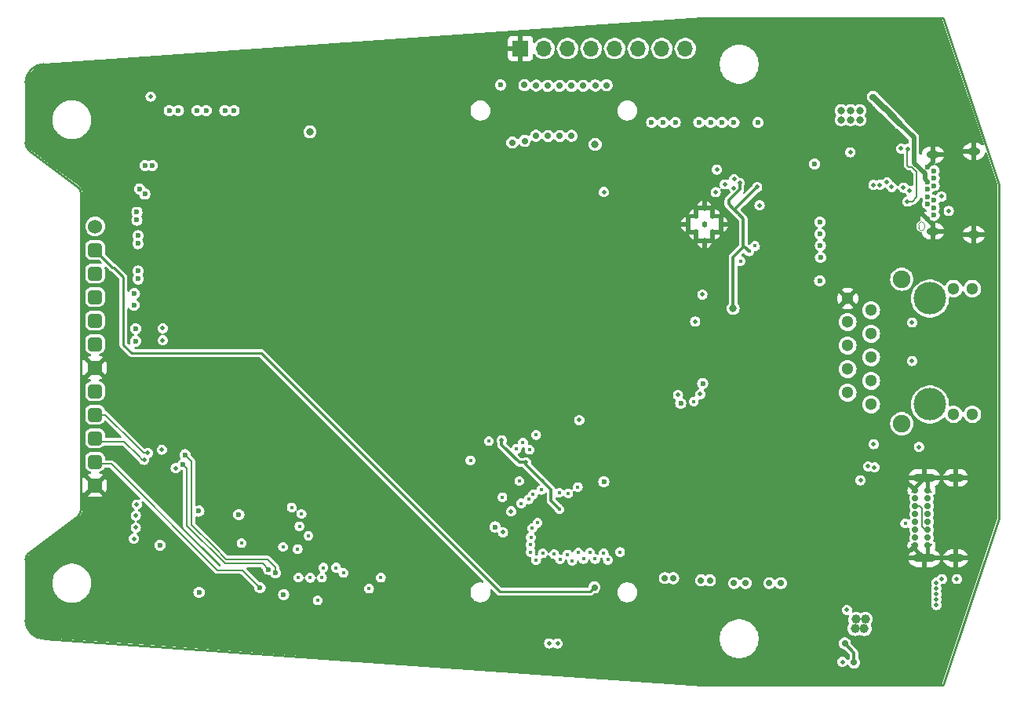
<source format=gbr>
G04 #@! TF.GenerationSoftware,KiCad,Pcbnew,8.0.1-8.0.1-1~ubuntu22.04.1*
G04 #@! TF.CreationDate,2024-03-31T08:55:46-05:00*
G04 #@! TF.ProjectId,controller,636f6e74-726f-46c6-9c65-722e6b696361,rev?*
G04 #@! TF.SameCoordinates,Original*
G04 #@! TF.FileFunction,Copper,L3,Inr*
G04 #@! TF.FilePolarity,Positive*
%FSLAX46Y46*%
G04 Gerber Fmt 4.6, Leading zero omitted, Abs format (unit mm)*
G04 Created by KiCad (PCBNEW 8.0.1-8.0.1-1~ubuntu22.04.1) date 2024-03-31 08:55:46*
%MOMM*%
%LPD*%
G01*
G04 APERTURE LIST*
G04 Aperture macros list*
%AMRoundRect*
0 Rectangle with rounded corners*
0 $1 Rounding radius*
0 $2 $3 $4 $5 $6 $7 $8 $9 X,Y pos of 4 corners*
0 Add a 4 corners polygon primitive as box body*
4,1,4,$2,$3,$4,$5,$6,$7,$8,$9,$2,$3,0*
0 Add four circle primitives for the rounded corners*
1,1,$1+$1,$2,$3*
1,1,$1+$1,$4,$5*
1,1,$1+$1,$6,$7*
1,1,$1+$1,$8,$9*
0 Add four rect primitives between the rounded corners*
20,1,$1+$1,$2,$3,$4,$5,0*
20,1,$1+$1,$4,$5,$6,$7,0*
20,1,$1+$1,$6,$7,$8,$9,0*
20,1,$1+$1,$8,$9,$2,$3,0*%
G04 Aperture macros list end*
G04 #@! TA.AperFunction,ComponentPad*
%ADD10C,0.625000*%
G04 #@! TD*
G04 #@! TA.AperFunction,ComponentPad*
%ADD11RoundRect,0.762000X-0.000010X-0.000010X0.000010X-0.000010X0.000010X0.000010X-0.000010X0.000010X0*%
G04 #@! TD*
G04 #@! TA.AperFunction,ComponentPad*
%ADD12RoundRect,0.381000X-0.381000X-0.381000X0.381000X-0.381000X0.381000X0.381000X-0.381000X0.381000X0*%
G04 #@! TD*
G04 #@! TA.AperFunction,ComponentPad*
%ADD13C,0.700000*%
G04 #@! TD*
G04 #@! TA.AperFunction,ComponentPad*
%ADD14O,1.700000X0.900000*%
G04 #@! TD*
G04 #@! TA.AperFunction,ComponentPad*
%ADD15O,2.400000X0.900000*%
G04 #@! TD*
G04 #@! TA.AperFunction,ComponentPad*
%ADD16C,0.600000*%
G04 #@! TD*
G04 #@! TA.AperFunction,ComponentPad*
%ADD17O,1.400000X0.800000*%
G04 #@! TD*
G04 #@! TA.AperFunction,ComponentPad*
%ADD18R,1.700000X1.700000*%
G04 #@! TD*
G04 #@! TA.AperFunction,ComponentPad*
%ADD19O,1.700000X1.700000*%
G04 #@! TD*
G04 #@! TA.AperFunction,WasherPad*
%ADD20C,1.900000*%
G04 #@! TD*
G04 #@! TA.AperFunction,WasherPad*
%ADD21C,3.500000*%
G04 #@! TD*
G04 #@! TA.AperFunction,ComponentPad*
%ADD22C,1.300000*%
G04 #@! TD*
G04 #@! TA.AperFunction,ViaPad*
%ADD23C,0.800000*%
G04 #@! TD*
G04 #@! TA.AperFunction,ViaPad*
%ADD24C,1.000000*%
G04 #@! TD*
G04 #@! TA.AperFunction,ViaPad*
%ADD25C,0.500000*%
G04 #@! TD*
G04 #@! TA.AperFunction,ViaPad*
%ADD26C,0.450000*%
G04 #@! TD*
G04 #@! TA.AperFunction,ViaPad*
%ADD27C,0.700000*%
G04 #@! TD*
G04 #@! TA.AperFunction,ViaPad*
%ADD28C,0.600000*%
G04 #@! TD*
G04 #@! TA.AperFunction,ViaPad*
%ADD29C,0.900000*%
G04 #@! TD*
G04 #@! TA.AperFunction,Conductor*
%ADD30C,0.300000*%
G04 #@! TD*
G04 #@! TA.AperFunction,Conductor*
%ADD31C,0.500000*%
G04 #@! TD*
G04 #@! TA.AperFunction,Conductor*
%ADD32C,0.700000*%
G04 #@! TD*
G04 #@! TA.AperFunction,Conductor*
%ADD33C,0.450000*%
G04 #@! TD*
G04 #@! TA.AperFunction,Conductor*
%ADD34C,0.150000*%
G04 #@! TD*
G04 #@! TA.AperFunction,Conductor*
%ADD35C,0.200000*%
G04 #@! TD*
G04 #@! TA.AperFunction,Conductor*
%ADD36C,0.250000*%
G04 #@! TD*
G04 #@! TA.AperFunction,Profile*
%ADD37C,0.254000*%
G04 #@! TD*
G04 #@! TA.AperFunction,Profile*
%ADD38C,0.010000*%
G04 #@! TD*
G04 APERTURE END LIST*
D10*
X158012287Y-86281996D03*
X156244520Y-84514229D03*
X157128403Y-85398113D03*
X157128403Y-87165879D03*
X156244520Y-86281996D03*
X155360637Y-85398113D03*
X155360637Y-87165879D03*
X156244520Y-88049763D03*
X154476753Y-86281996D03*
D11*
X90500000Y-86500000D03*
D12*
X90500000Y-89040000D03*
X90500000Y-91580000D03*
X90500000Y-94120000D03*
X90500000Y-96660000D03*
X90500000Y-99200000D03*
X90500000Y-101740000D03*
X90500000Y-104280000D03*
X90500000Y-106820000D03*
X90500000Y-109360000D03*
X90500000Y-111900000D03*
X90500000Y-114440000D03*
D13*
X179000000Y-115000000D03*
X179000000Y-115850000D03*
X179000000Y-116700000D03*
X179000000Y-117550000D03*
X179000000Y-118400000D03*
X179000000Y-119250000D03*
X179000000Y-120100000D03*
X179000000Y-120950000D03*
X180350000Y-120950000D03*
X180350000Y-120100000D03*
X180350000Y-119250000D03*
X180350000Y-118400000D03*
X180350000Y-117550000D03*
X180350000Y-116700000D03*
X180350000Y-115850000D03*
X180350000Y-115000000D03*
D14*
X183360000Y-113650000D03*
D15*
X179980000Y-113650000D03*
D14*
X183360000Y-122300000D03*
D15*
X179980000Y-122300000D03*
D16*
X180329000Y-85700000D03*
X181029000Y-85300000D03*
X181029000Y-84500000D03*
X180329000Y-84100000D03*
X181029000Y-83700000D03*
X180329000Y-83300000D03*
X180329000Y-82500000D03*
X181029000Y-82100000D03*
X180329000Y-81700000D03*
X181029000Y-81300000D03*
X181029000Y-80500000D03*
X180329000Y-80100000D03*
D17*
X180919000Y-78770000D03*
X180919000Y-87030000D03*
X185319000Y-78410000D03*
X185319000Y-87390000D03*
D18*
X136400000Y-67300000D03*
D19*
X138940000Y-67300000D03*
X141480000Y-67300000D03*
X144020000Y-67300000D03*
X146560000Y-67300000D03*
X149100000Y-67300000D03*
X151640000Y-67300000D03*
X154180000Y-67300000D03*
D20*
X177540000Y-92205000D03*
D21*
X180590000Y-94285000D03*
X180590000Y-105715000D03*
D20*
X177540000Y-107795000D03*
D22*
X171700000Y-94285000D03*
X174240000Y-95555000D03*
X171700000Y-96825000D03*
X174240000Y-98095000D03*
X171700000Y-99365000D03*
X174240000Y-100635000D03*
X171700000Y-101905000D03*
X174240000Y-103175000D03*
X171700000Y-104445000D03*
X174240000Y-105715000D03*
X185160000Y-93215000D03*
X183130000Y-93215000D03*
X185160000Y-106785000D03*
X183130000Y-106785000D03*
D23*
X172000000Y-74000000D03*
X171000000Y-74000000D03*
X172000000Y-75000000D03*
X144460000Y-77660000D03*
D24*
X173500000Y-129900000D03*
D25*
X155250000Y-96780000D03*
D23*
X173000000Y-75000000D03*
D24*
X172590000Y-128910000D03*
D25*
X145400000Y-82800000D03*
X142740000Y-107400000D03*
D26*
X155100000Y-105400000D03*
D23*
X171000000Y-75000000D03*
X173000000Y-74000000D03*
X113690000Y-76300000D03*
D24*
X173600000Y-128900000D03*
X172500000Y-129900000D03*
D27*
X135527000Y-77455000D03*
X136853000Y-77274000D03*
X138075000Y-76713000D03*
X139365000Y-76750000D03*
X140635000Y-76750000D03*
X141910000Y-76730000D03*
X136825000Y-71250000D03*
X138100000Y-71300000D03*
X139350000Y-71325000D03*
X140625000Y-71325000D03*
X141910000Y-71340000D03*
X143180000Y-71324000D03*
X144476000Y-71288000D03*
X145689000Y-71270000D03*
D26*
X138800000Y-121780000D03*
X140030000Y-121856269D03*
X141470290Y-121898940D03*
D28*
X134250000Y-71250000D03*
D25*
X172000000Y-78500000D03*
X155800000Y-104600000D03*
D28*
X101715543Y-125992475D03*
X97503000Y-120904000D03*
D25*
X134370000Y-109570000D03*
X174600000Y-112500000D03*
D28*
X110843113Y-126233440D03*
D25*
X140400000Y-131500000D03*
X179400000Y-110300000D03*
D26*
X106300000Y-120680000D03*
X140610000Y-117020000D03*
D25*
X153400000Y-104700000D03*
X137010000Y-111980000D03*
D28*
X101694000Y-117221000D03*
X106012000Y-117602000D03*
D25*
X174500000Y-110000000D03*
X139500000Y-131500000D03*
X96500000Y-72500000D03*
D28*
X95153475Y-92170000D03*
X95153475Y-91320000D03*
X95123000Y-88360000D03*
X95123000Y-87510000D03*
D25*
X99200000Y-112600000D03*
D26*
X137382841Y-110603734D03*
D25*
X97700000Y-110600000D03*
D26*
X135984000Y-110490000D03*
X113510000Y-119880000D03*
X136670000Y-109840000D03*
D25*
X176820000Y-74877504D03*
X176320000Y-74377500D03*
X174430000Y-72530000D03*
X174960000Y-73070000D03*
X177280000Y-75360000D03*
X175670000Y-73790000D03*
D26*
X94677000Y-102505469D03*
D25*
X136810000Y-129040000D03*
X102200000Y-128000000D03*
X163172000Y-84589000D03*
D26*
X139680000Y-117510000D03*
X136119484Y-106801255D03*
X135370000Y-75010000D03*
D25*
X154300000Y-126100000D03*
D26*
X135857000Y-109093000D03*
X112590000Y-126840000D03*
X95500000Y-72500000D03*
D25*
X138500000Y-131200000D03*
D28*
X170149063Y-122011962D03*
D25*
X180200000Y-74400000D03*
D26*
X108953794Y-118320000D03*
D25*
X146900000Y-81100000D03*
X177600000Y-70200000D03*
D23*
X161570000Y-94510000D03*
D25*
X172400000Y-112500000D03*
D28*
X110200000Y-73769996D03*
D25*
X125700000Y-111000000D03*
X143150000Y-77500000D03*
D28*
X99580000Y-125610000D03*
D25*
X116260000Y-126160000D03*
D26*
X94600000Y-89840000D03*
X171510000Y-77100000D03*
D28*
X139340000Y-124460000D03*
X114500000Y-73000000D03*
D26*
X144000000Y-81600000D03*
D25*
X148000000Y-71000000D03*
X132200000Y-122400000D03*
X175000000Y-130000000D03*
X143590000Y-108370000D03*
D26*
X109900000Y-121150000D03*
D28*
X169593000Y-91113000D03*
D26*
X164780000Y-88850000D03*
D25*
X138440000Y-105350000D03*
D26*
X95748560Y-109640000D03*
D28*
X100496584Y-73988612D03*
X169005000Y-85200498D03*
D26*
X161580000Y-90060000D03*
D25*
X137960000Y-107120000D03*
D26*
X122610000Y-74000000D03*
D25*
X141760000Y-106300000D03*
D28*
X109440000Y-73769996D03*
D25*
X135000000Y-114450000D03*
D26*
X94600000Y-83490000D03*
D25*
X148200000Y-128400000D03*
X148000000Y-77000000D03*
X139630000Y-106870000D03*
D26*
X161020000Y-90600000D03*
D27*
X118000000Y-89000000D03*
D26*
X130250000Y-107250000D03*
X114971016Y-120660000D03*
D28*
X97500000Y-73000000D03*
D26*
X128960000Y-75000000D03*
D25*
X131800000Y-128400000D03*
X162000000Y-126100000D03*
X176730000Y-79510000D03*
D26*
X156660000Y-96180000D03*
D25*
X175000000Y-131000000D03*
X177000000Y-130000000D03*
D26*
X153450000Y-73560000D03*
D25*
X177000000Y-131000000D03*
D28*
X103980000Y-117348000D03*
D26*
X152850000Y-95990000D03*
X143500000Y-80900000D03*
X152810000Y-93900000D03*
X156680000Y-95190000D03*
D23*
X96040000Y-114430000D03*
D26*
X94963766Y-121469642D03*
D27*
X118000000Y-86000000D03*
D28*
X116250000Y-75000000D03*
D29*
X95960000Y-121530000D03*
D25*
X169000000Y-131500000D03*
X146800000Y-82300000D03*
D26*
X105510000Y-126670000D03*
D28*
X98800000Y-110500000D03*
D26*
X160510000Y-91160000D03*
D25*
X183950000Y-125920000D03*
D26*
X182190000Y-117612000D03*
D28*
X112558700Y-73970498D03*
D27*
X135575000Y-71325000D03*
D26*
X131590000Y-112360000D03*
D28*
X172250000Y-115000000D03*
D25*
X177062000Y-83789502D03*
D28*
X125160000Y-125700000D03*
D26*
X153850000Y-95660000D03*
X162230000Y-89480000D03*
D27*
X118000000Y-92000000D03*
D25*
X162850000Y-82683000D03*
X169000000Y-132500000D03*
D27*
X175400000Y-122700000D03*
D26*
X141680000Y-74990000D03*
D25*
X98700000Y-127900000D03*
D26*
X162270000Y-88320000D03*
D28*
X103500000Y-74000000D03*
D25*
X158500000Y-79968000D03*
X100700000Y-127900000D03*
X161125000Y-80380000D03*
D27*
X170100010Y-117010010D03*
D25*
X155200000Y-103000000D03*
D28*
X106500000Y-73970498D03*
D25*
X148210000Y-123550000D03*
D28*
X178693000Y-85807000D03*
D25*
X182930000Y-126200000D03*
D27*
X167800000Y-123200000D03*
D26*
X160622000Y-74993500D03*
D25*
X176000000Y-130000000D03*
X131075000Y-76475000D03*
D26*
X105590000Y-121670000D03*
D27*
X177699999Y-103299999D03*
D26*
X164009528Y-88099934D03*
D25*
X173784000Y-81757000D03*
X176000000Y-131000000D03*
X132173000Y-71812000D03*
D26*
X94600000Y-96190000D03*
X114060000Y-120710000D03*
X140302000Y-112204500D03*
D27*
X125067000Y-91647000D03*
D28*
X169600000Y-110160000D03*
D27*
X177700000Y-99137498D03*
D26*
X165050000Y-87350000D03*
X109820000Y-117453794D03*
X96520000Y-126670000D03*
D25*
X179400000Y-74000000D03*
D26*
X141550345Y-115310292D03*
X142580000Y-114630000D03*
D25*
X135400000Y-117260000D03*
X134510000Y-119500000D03*
D28*
X133640000Y-118930000D03*
D26*
X136490000Y-116390000D03*
X137292230Y-115956969D03*
X134437882Y-115734875D03*
X137760000Y-115420000D03*
X136270433Y-113976710D03*
X138641548Y-114935137D03*
X140579883Y-115249883D03*
X111730000Y-116830000D03*
X117310000Y-123900000D03*
X112779990Y-117530000D03*
X112450000Y-124390000D03*
X113720000Y-124410000D03*
X112550000Y-118870000D03*
X121340000Y-124400000D03*
X115130000Y-123330000D03*
X112362852Y-121330166D03*
X116510000Y-123330000D03*
X114980000Y-124400000D03*
X110780194Y-121080286D03*
X120070000Y-125590000D03*
X114520000Y-126850000D03*
X131000000Y-111750000D03*
D28*
X95010458Y-85820000D03*
D26*
X177908851Y-118546250D03*
D27*
X151980000Y-124450000D03*
D25*
X178650000Y-96862500D03*
D27*
X152880000Y-124460000D03*
X155890000Y-124700000D03*
X156840000Y-124700000D03*
X159440000Y-125000000D03*
D25*
X178650000Y-101025000D03*
D27*
X160710000Y-125000000D03*
X163250000Y-125000000D03*
X164500000Y-125000000D03*
D28*
X95010458Y-84970000D03*
D25*
X95000000Y-116500000D03*
X94900000Y-117700000D03*
X94900000Y-119000000D03*
X94700000Y-120200000D03*
D28*
X100200000Y-111150000D03*
X109950000Y-123900000D03*
X100000000Y-112200000D03*
X109200000Y-123500000D03*
D26*
X138095000Y-109005000D03*
X132990000Y-109670000D03*
D28*
X108300000Y-125497500D03*
D27*
X144385000Y-125447271D03*
D28*
X98500000Y-74000000D03*
X99500000Y-74000000D03*
X101500000Y-74000000D03*
X102500000Y-74000000D03*
X104500000Y-74000000D03*
X105500000Y-74000000D03*
X95884000Y-79919000D03*
X96684000Y-79919000D03*
X95299157Y-82448157D03*
X95864843Y-83013843D03*
D25*
X97800000Y-97500000D03*
D28*
X94887000Y-97539000D03*
D25*
X97800000Y-98800000D03*
D28*
X94863000Y-98871000D03*
X94750000Y-93769000D03*
X94705000Y-94979000D03*
D25*
X96200000Y-110950000D03*
X95800000Y-111700000D03*
X173900000Y-112400000D03*
X173100000Y-113900000D03*
D27*
X172400000Y-133566824D03*
X171400000Y-131500000D03*
D25*
X171615002Y-127885002D03*
X171140000Y-133490000D03*
X181272100Y-126750000D03*
X181872100Y-124550000D03*
X183472100Y-124550000D03*
X181272100Y-124950000D03*
X181272100Y-125550000D03*
X181272100Y-126150000D03*
X181272100Y-127350000D03*
D26*
X142634786Y-121703835D03*
X143880000Y-121716623D03*
X145386119Y-121777263D03*
X147140000Y-121640000D03*
X137520000Y-120040000D03*
X137480000Y-120860000D03*
X137490000Y-121650000D03*
X138090000Y-122530000D03*
X140664246Y-122422163D03*
X141975000Y-122581922D03*
X143200000Y-122390000D03*
X144460000Y-122390000D03*
X145827383Y-122480250D03*
D25*
X177717835Y-82310774D03*
X177460000Y-78100000D03*
X178190000Y-78120000D03*
X178149000Y-83821000D03*
D23*
X159350000Y-95360000D03*
D26*
X161080000Y-89200000D03*
D25*
X161933562Y-82253631D03*
X160056000Y-81808000D03*
X158458000Y-81967000D03*
X157470000Y-82810000D03*
D28*
X156067000Y-103447000D03*
D25*
X159430000Y-82365000D03*
X159457000Y-81402000D03*
D28*
X168137000Y-79772000D03*
X162006000Y-75306000D03*
X159441000Y-75288000D03*
X158156000Y-75293000D03*
X156914000Y-75303000D03*
X155643000Y-75279000D03*
X153102000Y-75292000D03*
X151814000Y-75292000D03*
X150551000Y-75294000D03*
X168684000Y-92366000D03*
X168769000Y-89859000D03*
X168753000Y-88551000D03*
X168694000Y-87328000D03*
X168710000Y-86028000D03*
D25*
X182609488Y-84838512D03*
X175948512Y-81746512D03*
X176443488Y-82241488D03*
X178387240Y-82649767D03*
X181834657Y-83262000D03*
X175181000Y-82023000D03*
X174481000Y-82023000D03*
D28*
X145394000Y-114075000D03*
X153690243Y-105604422D03*
D26*
X160140000Y-90240000D03*
D25*
X156030000Y-93850000D03*
D26*
X161713726Y-88613726D03*
D25*
X157586000Y-80363000D03*
X162199000Y-84230000D03*
D26*
X138240000Y-118490000D03*
X137680000Y-119050000D03*
D30*
X140610000Y-117020000D02*
X140620000Y-117020000D01*
X137010000Y-111980000D02*
X137010000Y-112200000D01*
X137010000Y-112200000D02*
X138605000Y-113795000D01*
X139700000Y-116100000D02*
X140610000Y-117010000D01*
X137010000Y-111980000D02*
X136280000Y-111980000D01*
X139700000Y-114890000D02*
X139700000Y-114900000D01*
X138605000Y-113795000D02*
X138800000Y-113990000D01*
X136280000Y-111980000D02*
X134370000Y-110070000D01*
X139700000Y-114900000D02*
X139700000Y-116100000D01*
X134370000Y-110070000D02*
X134370000Y-109570000D01*
X140610000Y-117010000D02*
X140610000Y-117020000D01*
X138605000Y-113795000D02*
X139700000Y-114890000D01*
X140620000Y-117020000D02*
X140640000Y-117040000D01*
D31*
X177302500Y-75360000D02*
X177280000Y-75360000D01*
X180029000Y-80819000D02*
X178854000Y-79644000D01*
D32*
X175670000Y-73750000D02*
X174990000Y-73070000D01*
D31*
X177280000Y-75337504D02*
X176820000Y-74877504D01*
X177280000Y-75360000D02*
X177280000Y-75337504D01*
D32*
X174430000Y-72530000D02*
X174450000Y-72550000D01*
D31*
X176820000Y-74877500D02*
X176820000Y-74877504D01*
D32*
X175710000Y-73790000D02*
X175670000Y-73790000D01*
X174470000Y-72550000D02*
X174430000Y-72530000D01*
X174990000Y-73070000D02*
X174960000Y-73070000D01*
D31*
X176320000Y-74377500D02*
X176820000Y-74877500D01*
D32*
X174960000Y-73070000D02*
X174960000Y-73040000D01*
D31*
X180029000Y-81400000D02*
X180029000Y-80819000D01*
D32*
X174960000Y-73040000D02*
X174470000Y-72550000D01*
D31*
X180329000Y-81700000D02*
X180029000Y-81400000D01*
X178854000Y-76911500D02*
X177302500Y-75360000D01*
D32*
X177280000Y-75360000D02*
X175710000Y-73790000D01*
X175670000Y-73790000D02*
X175670000Y-73750000D01*
D31*
X178854000Y-79644000D02*
X178854000Y-76911500D01*
D33*
X179980000Y-113650000D02*
X183360000Y-113650000D01*
X179000000Y-121320000D02*
X179980000Y-122300000D01*
D30*
X96520000Y-126670000D02*
X98520000Y-126670000D01*
D33*
X179000000Y-120950000D02*
X179000000Y-121320000D01*
D30*
X95960000Y-121530000D02*
X95024124Y-121530000D01*
D33*
X179000000Y-115000000D02*
X179000000Y-114630000D01*
D30*
X95960000Y-121530000D02*
X95960000Y-126110000D01*
X95960000Y-126110000D02*
X96520000Y-126670000D01*
D33*
X180350000Y-121930000D02*
X179980000Y-122300000D01*
X180350000Y-114020000D02*
X179980000Y-113650000D01*
D30*
X99580000Y-125610000D02*
X98520000Y-126670000D01*
D33*
X180350000Y-120950000D02*
X180350000Y-121930000D01*
X179980000Y-122300000D02*
X183360000Y-122300000D01*
D30*
X95024124Y-121530000D02*
X94963766Y-121469642D01*
D33*
X179000000Y-114630000D02*
X179980000Y-113650000D01*
X180350000Y-115000000D02*
X180350000Y-114020000D01*
D34*
X179690000Y-118900000D02*
X180040000Y-119250000D01*
X180040000Y-119250000D02*
X180350000Y-119250000D01*
X179440000Y-116700000D02*
X179690000Y-116950000D01*
X179000000Y-116700000D02*
X179440000Y-116700000D01*
X179690000Y-116950000D02*
X179690000Y-118900000D01*
D35*
X109950000Y-123900000D02*
X109950000Y-123250000D01*
X104650000Y-122450000D02*
X103400000Y-121200000D01*
X109150000Y-122450000D02*
X107800000Y-122450000D01*
X100900000Y-111850000D02*
X100200000Y-111150000D01*
X103400000Y-121200000D02*
X100900000Y-118700000D01*
X107800000Y-122450000D02*
X104650000Y-122450000D01*
X109950000Y-123250000D02*
X109400000Y-122700000D01*
X109400000Y-122700000D02*
X109150000Y-122450000D01*
X100900000Y-115300000D02*
X100900000Y-111850000D01*
X100900000Y-118700000D02*
X100900000Y-115300000D01*
X100400000Y-112600000D02*
X100000000Y-112200000D01*
X109200000Y-123500000D02*
X108600000Y-122900000D01*
X104500000Y-122900000D02*
X100400000Y-118800000D01*
X100400000Y-118800000D02*
X100400000Y-112600000D01*
X108600000Y-122900000D02*
X104500000Y-122900000D01*
X103700000Y-123590000D02*
X92251000Y-112141000D01*
X106392500Y-123590000D02*
X103700000Y-123590000D01*
X108300000Y-125497500D02*
X106392500Y-123590000D01*
X92251000Y-112141000D02*
X91280000Y-112141000D01*
D36*
X96990000Y-100150000D02*
X108400000Y-100150000D01*
X93566000Y-99286000D02*
X94430000Y-100150000D01*
X143240000Y-125936136D02*
X134610000Y-125936136D01*
X134610000Y-125936136D02*
X134186136Y-125936136D01*
X92390000Y-90930000D02*
X90500000Y-89040000D01*
X131540000Y-123290000D02*
X130965000Y-122715000D01*
D35*
X144385000Y-125447271D02*
X144347729Y-125410000D01*
D36*
X94430000Y-100150000D02*
X96990000Y-100150000D01*
X134186136Y-125936136D02*
X131540000Y-123290000D01*
X92516000Y-90930000D02*
X93566000Y-91980000D01*
X96990000Y-100150000D02*
X98280000Y-100150000D01*
X92390000Y-90930000D02*
X92516000Y-90930000D01*
X93566000Y-99090000D02*
X93566000Y-99286000D01*
X134610000Y-125936136D02*
X134238864Y-125936136D01*
X143240000Y-125936136D02*
X143896135Y-125936136D01*
X93566000Y-99090000D02*
X93566000Y-91980000D01*
D35*
X143896136Y-125936136D02*
X144385000Y-125447271D01*
D36*
X143896136Y-125936136D02*
X143240000Y-125936136D01*
X143896135Y-125936136D02*
X144385000Y-125447271D01*
X108400000Y-100150000D02*
X131540000Y-123290000D01*
D35*
X90500000Y-106820000D02*
X91570000Y-106820000D01*
X94700000Y-109950000D02*
X95700000Y-110950000D01*
X91570000Y-106820000D02*
X94700000Y-109950000D01*
X95700000Y-110950000D02*
X96200000Y-110950000D01*
X90500000Y-109360000D02*
X90890000Y-109750000D01*
X95600000Y-111700000D02*
X95800000Y-111700000D01*
X90890000Y-109750000D02*
X92200000Y-109750000D01*
X95200000Y-111300000D02*
X95600000Y-111700000D01*
X92200000Y-109750000D02*
X93650000Y-109750000D01*
X95900000Y-111700000D02*
X95800000Y-111700000D01*
X93650000Y-109750000D02*
X95200000Y-111300000D01*
D30*
X171400000Y-131500000D02*
X172400000Y-132500000D01*
X172400000Y-132500000D02*
X172400000Y-133566824D01*
D34*
X178149000Y-83821000D02*
X178679000Y-83821000D01*
X178646532Y-80080000D02*
X178320000Y-80080000D01*
X179143000Y-83357000D02*
X179143000Y-80576468D01*
X178150000Y-79910000D02*
X178150000Y-78810000D01*
X178679000Y-83821000D02*
X179143000Y-83357000D01*
X179143000Y-80576468D02*
X178646532Y-80080000D01*
X178150000Y-78160000D02*
X178190000Y-78120000D01*
X178320000Y-80080000D02*
X178150000Y-79910000D01*
X178150000Y-78810000D02*
X178150000Y-78160000D01*
D30*
X159502193Y-84685000D02*
X161933562Y-82253631D01*
X160450000Y-88710000D02*
X160450000Y-85690000D01*
X159980000Y-85220000D02*
X159445000Y-84685000D01*
X160590000Y-88710000D02*
X160450000Y-88710000D01*
X159990000Y-85230000D02*
X159980000Y-85220000D01*
X159350000Y-89810000D02*
X159350000Y-95360000D01*
X160056000Y-82516818D02*
X158872818Y-83700000D01*
X160450000Y-85690000D02*
X159980000Y-85220000D01*
X158872818Y-84112818D02*
X159445000Y-84685000D01*
X160056000Y-81808000D02*
X160056000Y-82516818D01*
X158872818Y-83700000D02*
X158872818Y-84112818D01*
X159445000Y-84685000D02*
X159502193Y-84685000D01*
X161080000Y-89200000D02*
X160590000Y-88710000D01*
X160450000Y-88710000D02*
X159350000Y-89810000D01*
G04 #@! TA.AperFunction,Conductor*
G36*
X180748980Y-120707112D02*
G01*
X180789925Y-120763727D01*
X180793762Y-120833492D01*
X180760727Y-120892824D01*
X180437680Y-121215871D01*
X180376357Y-121249356D01*
X180306665Y-121244372D01*
X180262318Y-121215871D01*
X180084127Y-121037680D01*
X180050642Y-120976357D01*
X180055626Y-120906665D01*
X180084127Y-120862318D01*
X180161381Y-120785064D01*
X180222704Y-120751579D01*
X180264010Y-120749649D01*
X180271012Y-120750499D01*
X180271015Y-120750500D01*
X180271018Y-120750500D01*
X180309011Y-120750500D01*
X180236709Y-120780448D01*
X180180448Y-120836709D01*
X180150000Y-120910218D01*
X180150000Y-120989782D01*
X180180448Y-121063291D01*
X180236709Y-121119552D01*
X180310218Y-121150000D01*
X180389782Y-121150000D01*
X180463291Y-121119552D01*
X180519552Y-121063291D01*
X180550000Y-120989782D01*
X180550000Y-120910218D01*
X180519552Y-120836709D01*
X180463291Y-120780448D01*
X180390989Y-120750500D01*
X180428985Y-120750500D01*
X180582365Y-120712696D01*
X180615418Y-120695348D01*
X180683926Y-120681621D01*
X180748980Y-120707112D01*
G37*
G04 #@! TD.AperFunction*
G04 #@! TA.AperFunction,Conductor*
G36*
X180393332Y-114705627D02*
G01*
X180437680Y-114734128D01*
X180760728Y-115057176D01*
X180794213Y-115118499D01*
X180789229Y-115188191D01*
X180747357Y-115244124D01*
X180681893Y-115268541D01*
X180615420Y-115254653D01*
X180582363Y-115237303D01*
X180428986Y-115199500D01*
X180428985Y-115199500D01*
X180390989Y-115199500D01*
X180463291Y-115169552D01*
X180519552Y-115113291D01*
X180550000Y-115039782D01*
X180550000Y-114960218D01*
X180519552Y-114886709D01*
X180463291Y-114830448D01*
X180389782Y-114800000D01*
X180310218Y-114800000D01*
X180236709Y-114830448D01*
X180180448Y-114886709D01*
X180150000Y-114960218D01*
X180150000Y-115039782D01*
X180180448Y-115113291D01*
X180236709Y-115169552D01*
X180309011Y-115199500D01*
X180271015Y-115199500D01*
X180264003Y-115200351D01*
X180195080Y-115188887D01*
X180161382Y-115164935D01*
X180084128Y-115087681D01*
X180050643Y-115026358D01*
X180055627Y-114956666D01*
X180084128Y-114912319D01*
X180262318Y-114734128D01*
X180323641Y-114700643D01*
X180393332Y-114705627D01*
G37*
G04 #@! TD.AperFunction*
G04 #@! TA.AperFunction,Conductor*
G36*
X180482111Y-80251119D02*
G01*
X180438269Y-80305522D01*
X180371974Y-80327585D01*
X180304275Y-80310304D01*
X180291011Y-80300000D01*
X180368782Y-80300000D01*
X180442291Y-80269552D01*
X180497234Y-80214608D01*
X180482111Y-80251119D01*
G37*
G04 #@! TD.AperFunction*
G04 #@! TA.AperFunction,Conductor*
G36*
X181169000Y-79612033D02*
G01*
X181149315Y-79679072D01*
X181096511Y-79724827D01*
X181050368Y-79732184D01*
X180881757Y-79900795D01*
X180841529Y-79927675D01*
X180726162Y-79975462D01*
X180726159Y-79975463D01*
X180726159Y-79975464D01*
X180694019Y-80000126D01*
X180600718Y-80071718D01*
X180506138Y-80194976D01*
X180529000Y-80139782D01*
X180529000Y-80060218D01*
X180498552Y-79986709D01*
X180442291Y-79930448D01*
X180368782Y-79900000D01*
X180289218Y-79900000D01*
X180215709Y-79930448D01*
X180159448Y-79986709D01*
X180129000Y-80060218D01*
X180129000Y-80139782D01*
X180129490Y-80140965D01*
X180119666Y-80131141D01*
X180086181Y-80069818D01*
X180091165Y-80000126D01*
X180119666Y-79955779D01*
X180669000Y-79406445D01*
X180669000Y-79020000D01*
X181169000Y-79020000D01*
X181169000Y-79612033D01*
G37*
G04 #@! TD.AperFunction*
G04 #@! TA.AperFunction,Conductor*
G36*
X181885768Y-64147185D02*
G01*
X181931523Y-64199989D01*
X181936363Y-64212282D01*
X183067939Y-67607007D01*
X186391593Y-77577971D01*
X186394118Y-77647795D01*
X186358493Y-77707900D01*
X186296028Y-77739203D01*
X186226555Y-77731765D01*
X186195291Y-77713036D01*
X186192717Y-77710924D01*
X186045316Y-77612433D01*
X186045307Y-77612428D01*
X185881520Y-77544586D01*
X185881512Y-77544584D01*
X185707646Y-77510000D01*
X185569000Y-77510000D01*
X185569000Y-78160000D01*
X185069000Y-78160000D01*
X185069000Y-77510000D01*
X184930353Y-77510000D01*
X184756487Y-77544584D01*
X184756479Y-77544586D01*
X184592692Y-77612428D01*
X184592683Y-77612433D01*
X184445283Y-77710923D01*
X184445279Y-77710926D01*
X184319926Y-77836279D01*
X184319923Y-77836283D01*
X184221433Y-77983683D01*
X184221428Y-77983693D01*
X184153587Y-78147476D01*
X184153584Y-78147483D01*
X184151096Y-78160000D01*
X184969272Y-78160000D01*
X184877386Y-78198060D01*
X184807060Y-78268386D01*
X184769000Y-78360272D01*
X184769000Y-78459728D01*
X184807060Y-78551614D01*
X184877386Y-78621940D01*
X184969272Y-78660000D01*
X184151096Y-78660000D01*
X184153584Y-78672516D01*
X184153587Y-78672523D01*
X184221428Y-78836306D01*
X184221433Y-78836316D01*
X184319923Y-78983716D01*
X184319926Y-78983720D01*
X184445279Y-79109073D01*
X184445283Y-79109076D01*
X184592683Y-79207566D01*
X184592692Y-79207571D01*
X184756479Y-79275413D01*
X184756487Y-79275415D01*
X184930353Y-79309999D01*
X184930357Y-79310000D01*
X185069000Y-79310000D01*
X185069000Y-78660000D01*
X185569000Y-78660000D01*
X185569000Y-79310000D01*
X185707643Y-79310000D01*
X185707646Y-79309999D01*
X185881512Y-79275415D01*
X185881520Y-79275413D01*
X186045307Y-79207571D01*
X186045316Y-79207566D01*
X186192716Y-79109076D01*
X186192720Y-79109073D01*
X186318073Y-78983720D01*
X186318076Y-78983716D01*
X186416566Y-78836316D01*
X186416571Y-78836307D01*
X186484413Y-78672520D01*
X186484413Y-78672519D01*
X186494790Y-78620350D01*
X186527174Y-78558438D01*
X186587889Y-78523863D01*
X186657659Y-78527601D01*
X186714331Y-78568467D01*
X186734045Y-78605327D01*
X187866137Y-82001601D01*
X187872500Y-82040813D01*
X187872500Y-117959186D01*
X187866137Y-117998398D01*
X184902962Y-126887923D01*
X182459829Y-134217324D01*
X181936366Y-135787712D01*
X181896492Y-135845087D01*
X181831928Y-135871795D01*
X181818729Y-135872500D01*
X156008844Y-135872500D01*
X156000133Y-135872194D01*
X122172989Y-133490000D01*
X170584750Y-133490000D01*
X170603670Y-133633708D01*
X170603671Y-133633712D01*
X170659137Y-133767622D01*
X170659138Y-133767624D01*
X170659139Y-133767625D01*
X170747379Y-133882621D01*
X170862375Y-133970861D01*
X170996291Y-134026330D01*
X171123280Y-134043048D01*
X171139999Y-134045250D01*
X171140000Y-134045250D01*
X171140001Y-134045250D01*
X171154977Y-134043278D01*
X171283709Y-134026330D01*
X171417625Y-133970861D01*
X171532621Y-133882621D01*
X171592231Y-133804935D01*
X171648655Y-133763735D01*
X171718401Y-133759580D01*
X171779322Y-133793792D01*
X171806545Y-133836451D01*
X171819779Y-133871345D01*
X171819780Y-133871347D01*
X171909517Y-134001354D01*
X172027760Y-134106107D01*
X172027762Y-134106108D01*
X172167634Y-134179520D01*
X172321014Y-134217324D01*
X172321015Y-134217324D01*
X172478985Y-134217324D01*
X172632365Y-134179520D01*
X172772240Y-134106107D01*
X172890483Y-134001354D01*
X172980220Y-133871347D01*
X173036237Y-133723642D01*
X173055278Y-133566824D01*
X173036237Y-133410006D01*
X172980220Y-133262301D01*
X172890483Y-133132294D01*
X172890479Y-133132290D01*
X172885509Y-133126680D01*
X172886953Y-133125400D01*
X172855145Y-133074684D01*
X172850500Y-133041064D01*
X172850500Y-132440693D01*
X172850500Y-132440691D01*
X172819799Y-132326114D01*
X172819795Y-132326107D01*
X172760494Y-132223393D01*
X172760488Y-132223385D01*
X172088047Y-131550944D01*
X172054562Y-131489621D01*
X172052632Y-131478209D01*
X172044431Y-131410668D01*
X172036237Y-131343182D01*
X171980220Y-131195477D01*
X171890483Y-131065470D01*
X171772240Y-130960717D01*
X171772238Y-130960716D01*
X171772237Y-130960715D01*
X171632365Y-130887303D01*
X171478986Y-130849500D01*
X171478985Y-130849500D01*
X171321015Y-130849500D01*
X171321014Y-130849500D01*
X171167634Y-130887303D01*
X171027762Y-130960715D01*
X170909516Y-131065471D01*
X170819781Y-131195475D01*
X170819780Y-131195476D01*
X170763762Y-131343181D01*
X170744722Y-131499999D01*
X170744722Y-131500000D01*
X170763762Y-131656818D01*
X170771277Y-131676632D01*
X170819780Y-131804523D01*
X170909517Y-131934530D01*
X171027760Y-132039283D01*
X171027762Y-132039284D01*
X171167634Y-132112696D01*
X171321014Y-132150500D01*
X171321015Y-132150500D01*
X171362035Y-132150500D01*
X171429074Y-132170185D01*
X171449716Y-132186819D01*
X171913181Y-132650284D01*
X171946666Y-132711607D01*
X171949500Y-132737965D01*
X171949500Y-133041064D01*
X171929815Y-133108103D01*
X171914153Y-133126380D01*
X171914491Y-133126680D01*
X171909515Y-133132296D01*
X171837810Y-133236179D01*
X171783527Y-133280169D01*
X171714078Y-133287829D01*
X171651513Y-133256725D01*
X171625358Y-133219163D01*
X171624925Y-133219414D01*
X171621977Y-133214309D01*
X171621198Y-133213190D01*
X171620861Y-133212375D01*
X171532621Y-133097379D01*
X171417625Y-133009139D01*
X171417624Y-133009138D01*
X171417622Y-133009137D01*
X171283712Y-132953671D01*
X171283710Y-132953670D01*
X171283709Y-132953670D01*
X171211854Y-132944210D01*
X171140001Y-132934750D01*
X171139999Y-132934750D01*
X170996291Y-132953670D01*
X170996287Y-132953671D01*
X170862377Y-133009137D01*
X170747379Y-133097379D01*
X170659137Y-133212377D01*
X170603671Y-133346287D01*
X170603670Y-133346291D01*
X170584750Y-133489999D01*
X170584750Y-133490000D01*
X122172989Y-133490000D01*
X93914998Y-131500000D01*
X138944750Y-131500000D01*
X138963670Y-131643708D01*
X138963671Y-131643712D01*
X139019137Y-131777622D01*
X139019138Y-131777624D01*
X139019139Y-131777625D01*
X139107379Y-131892621D01*
X139222375Y-131980861D01*
X139356291Y-132036330D01*
X139483280Y-132053048D01*
X139499999Y-132055250D01*
X139500000Y-132055250D01*
X139500001Y-132055250D01*
X139514977Y-132053278D01*
X139643709Y-132036330D01*
X139777625Y-131980861D01*
X139874515Y-131906514D01*
X139939682Y-131881321D01*
X140008127Y-131895359D01*
X140025480Y-131906510D01*
X140122375Y-131980861D01*
X140256291Y-132036330D01*
X140383280Y-132053048D01*
X140399999Y-132055250D01*
X140400000Y-132055250D01*
X140400001Y-132055250D01*
X140414977Y-132053278D01*
X140543709Y-132036330D01*
X140677625Y-131980861D01*
X140792621Y-131892621D01*
X140880861Y-131777625D01*
X140936330Y-131643709D01*
X140955250Y-131500000D01*
X140936330Y-131356291D01*
X140880861Y-131222375D01*
X140815862Y-131137667D01*
X157899500Y-131137667D01*
X157899501Y-131137684D01*
X157935438Y-131410655D01*
X157935439Y-131410660D01*
X157935440Y-131410666D01*
X157971072Y-131543649D01*
X158006704Y-131676630D01*
X158112075Y-131931017D01*
X158112080Y-131931028D01*
X158172877Y-132036330D01*
X158249751Y-132169479D01*
X158249753Y-132169482D01*
X158249754Y-132169483D01*
X158417370Y-132387926D01*
X158417376Y-132387933D01*
X158612066Y-132582623D01*
X158612072Y-132582628D01*
X158830521Y-132750249D01*
X158983778Y-132838732D01*
X159068971Y-132887919D01*
X159068976Y-132887921D01*
X159068979Y-132887923D01*
X159323368Y-132993295D01*
X159589334Y-133064560D01*
X159862326Y-133100500D01*
X159862333Y-133100500D01*
X160137667Y-133100500D01*
X160137674Y-133100500D01*
X160410666Y-133064560D01*
X160676632Y-132993295D01*
X160931021Y-132887923D01*
X161169479Y-132750249D01*
X161387928Y-132582628D01*
X161582628Y-132387928D01*
X161750249Y-132169479D01*
X161887923Y-131931021D01*
X161993295Y-131676632D01*
X162064560Y-131410666D01*
X162100500Y-131137674D01*
X162100500Y-130862326D01*
X162064560Y-130589334D01*
X161993295Y-130323368D01*
X161887923Y-130068979D01*
X161887921Y-130068976D01*
X161887919Y-130068971D01*
X161815182Y-129942988D01*
X161750249Y-129830521D01*
X161582628Y-129612072D01*
X161582623Y-129612066D01*
X161387933Y-129417376D01*
X161387926Y-129417370D01*
X161169483Y-129249754D01*
X161169482Y-129249753D01*
X161169479Y-129249751D01*
X161074407Y-129194861D01*
X160931028Y-129112080D01*
X160931017Y-129112075D01*
X160676630Y-129006704D01*
X160543001Y-128970899D01*
X160410666Y-128935440D01*
X160410660Y-128935439D01*
X160410655Y-128935438D01*
X160137684Y-128899501D01*
X160137679Y-128899500D01*
X160137674Y-128899500D01*
X159862326Y-128899500D01*
X159862320Y-128899500D01*
X159862315Y-128899501D01*
X159589344Y-128935438D01*
X159589337Y-128935439D01*
X159589334Y-128935440D01*
X159533125Y-128950500D01*
X159323369Y-129006704D01*
X159068982Y-129112075D01*
X159068971Y-129112080D01*
X158830516Y-129249754D01*
X158612073Y-129417370D01*
X158612066Y-129417376D01*
X158417376Y-129612066D01*
X158417370Y-129612073D01*
X158249754Y-129830516D01*
X158112080Y-130068971D01*
X158112075Y-130068982D01*
X158006704Y-130323369D01*
X157962038Y-130490069D01*
X157939900Y-130572691D01*
X157935441Y-130589331D01*
X157935438Y-130589344D01*
X157899501Y-130862315D01*
X157899500Y-130862332D01*
X157899500Y-131137667D01*
X140815862Y-131137667D01*
X140792621Y-131107379D01*
X140677625Y-131019139D01*
X140677624Y-131019138D01*
X140677622Y-131019137D01*
X140543712Y-130963671D01*
X140543710Y-130963670D01*
X140543709Y-130963670D01*
X140471854Y-130954210D01*
X140400001Y-130944750D01*
X140399999Y-130944750D01*
X140256291Y-130963670D01*
X140256287Y-130963671D01*
X140122377Y-131019137D01*
X140087581Y-131045836D01*
X140025484Y-131093485D01*
X139960318Y-131118679D01*
X139891873Y-131104641D01*
X139874519Y-131093489D01*
X139777625Y-131019139D01*
X139777624Y-131019138D01*
X139777622Y-131019137D01*
X139643712Y-130963671D01*
X139643710Y-130963670D01*
X139643709Y-130963670D01*
X139571854Y-130954210D01*
X139500001Y-130944750D01*
X139499999Y-130944750D01*
X139356291Y-130963670D01*
X139356287Y-130963671D01*
X139222377Y-131019137D01*
X139107379Y-131107379D01*
X139019137Y-131222377D01*
X138963671Y-131356287D01*
X138963670Y-131356291D01*
X138944750Y-131499999D01*
X138944750Y-131500000D01*
X93914998Y-131500000D01*
X85049628Y-130875678D01*
X85030749Y-130872876D01*
X85029101Y-130872500D01*
X85008855Y-130872500D01*
X85000144Y-130872194D01*
X84997584Y-130872013D01*
X84974351Y-130870377D01*
X84969745Y-130870516D01*
X84763694Y-130857012D01*
X84747612Y-130854894D01*
X84523334Y-130810282D01*
X84507666Y-130806084D01*
X84291120Y-130732576D01*
X84276135Y-130726369D01*
X84071039Y-130625227D01*
X84056992Y-130617117D01*
X83866851Y-130490069D01*
X83853983Y-130480195D01*
X83682053Y-130329415D01*
X83670584Y-130317946D01*
X83610577Y-130249522D01*
X83519801Y-130146012D01*
X83509930Y-130133148D01*
X83473919Y-130079254D01*
X83382882Y-129943007D01*
X83374772Y-129928960D01*
X83360489Y-129899996D01*
X83273627Y-129723857D01*
X83267426Y-129708886D01*
X83193912Y-129492322D01*
X83189720Y-129476677D01*
X83145103Y-129252375D01*
X83142988Y-129236316D01*
X83129190Y-129025793D01*
X83127765Y-129004042D01*
X83127500Y-128995933D01*
X83127500Y-127885002D01*
X171059752Y-127885002D01*
X171078672Y-128028710D01*
X171078673Y-128028714D01*
X171134139Y-128162624D01*
X171134140Y-128162626D01*
X171134141Y-128162627D01*
X171222381Y-128277623D01*
X171337377Y-128365863D01*
X171471293Y-128421332D01*
X171598282Y-128438050D01*
X171615001Y-128440252D01*
X171615001Y-128440251D01*
X171615002Y-128440252D01*
X171720568Y-128426353D01*
X171789601Y-128437118D01*
X171841857Y-128483497D01*
X171860743Y-128550766D01*
X171853794Y-128590246D01*
X171804632Y-128730742D01*
X171804630Y-128730750D01*
X171784435Y-128909996D01*
X171784435Y-128910003D01*
X171804630Y-129089249D01*
X171804631Y-129089254D01*
X171864212Y-129259525D01*
X171869169Y-129267415D01*
X171888167Y-129334652D01*
X171869167Y-129399355D01*
X171774211Y-129550476D01*
X171714631Y-129720745D01*
X171714630Y-129720750D01*
X171694435Y-129899996D01*
X171694435Y-129900003D01*
X171714630Y-130079249D01*
X171714631Y-130079254D01*
X171774211Y-130249523D01*
X171820612Y-130323369D01*
X171870184Y-130402262D01*
X171997738Y-130529816D01*
X172065973Y-130572691D01*
X172149583Y-130625227D01*
X172150478Y-130625789D01*
X172320745Y-130685368D01*
X172320750Y-130685369D01*
X172499996Y-130705565D01*
X172500000Y-130705565D01*
X172500004Y-130705565D01*
X172679249Y-130685369D01*
X172679252Y-130685368D01*
X172679255Y-130685368D01*
X172849522Y-130625789D01*
X172850417Y-130625227D01*
X172934027Y-130572691D01*
X173001264Y-130553690D01*
X173065973Y-130572691D01*
X173150475Y-130625788D01*
X173320745Y-130685368D01*
X173320750Y-130685369D01*
X173499996Y-130705565D01*
X173500000Y-130705565D01*
X173500004Y-130705565D01*
X173679249Y-130685369D01*
X173679252Y-130685368D01*
X173679255Y-130685368D01*
X173849522Y-130625789D01*
X174002262Y-130529816D01*
X174129816Y-130402262D01*
X174225789Y-130249522D01*
X174285368Y-130079255D01*
X174285369Y-130079249D01*
X174305565Y-129900003D01*
X174305565Y-129899996D01*
X174285369Y-129720750D01*
X174285368Y-129720745D01*
X174247342Y-129612073D01*
X174225789Y-129550478D01*
X174222286Y-129544903D01*
X174203284Y-129477666D01*
X174223650Y-129410831D01*
X174229512Y-129402745D01*
X174229814Y-129402263D01*
X174229816Y-129402262D01*
X174325789Y-129249522D01*
X174385368Y-129079255D01*
X174385369Y-129079249D01*
X174405565Y-128900003D01*
X174405565Y-128899996D01*
X174385369Y-128720750D01*
X174385368Y-128720745D01*
X174329288Y-128560478D01*
X174325789Y-128550478D01*
X174229816Y-128397738D01*
X174102262Y-128270184D01*
X174046985Y-128235451D01*
X173949523Y-128174211D01*
X173779254Y-128114631D01*
X173779249Y-128114630D01*
X173600004Y-128094435D01*
X173599996Y-128094435D01*
X173420750Y-128114630D01*
X173420745Y-128114631D01*
X173250476Y-128174211D01*
X173153014Y-128235451D01*
X173085777Y-128254451D01*
X173021070Y-128235451D01*
X172939523Y-128184211D01*
X172769254Y-128124631D01*
X172769249Y-128124630D01*
X172590004Y-128104435D01*
X172589996Y-128104435D01*
X172410750Y-128124630D01*
X172410742Y-128124632D01*
X172315760Y-128157868D01*
X172245981Y-128161429D01*
X172185354Y-128126700D01*
X172153127Y-128064707D01*
X172151867Y-128024645D01*
X172170252Y-127885002D01*
X172151332Y-127741293D01*
X172095863Y-127607377D01*
X172007623Y-127492381D01*
X171892627Y-127404141D01*
X171892626Y-127404140D01*
X171892624Y-127404139D01*
X171761918Y-127350000D01*
X180716850Y-127350000D01*
X180735770Y-127493708D01*
X180735771Y-127493712D01*
X180791237Y-127627622D01*
X180791238Y-127627624D01*
X180791239Y-127627625D01*
X180879479Y-127742621D01*
X180994475Y-127830861D01*
X181128391Y-127886330D01*
X181255380Y-127903048D01*
X181272099Y-127905250D01*
X181272100Y-127905250D01*
X181272101Y-127905250D01*
X181287077Y-127903278D01*
X181415809Y-127886330D01*
X181549725Y-127830861D01*
X181664721Y-127742621D01*
X181752961Y-127627625D01*
X181808430Y-127493709D01*
X181827350Y-127350000D01*
X181808430Y-127206291D01*
X181763347Y-127097451D01*
X181755879Y-127027983D01*
X181763348Y-127002548D01*
X181797603Y-126919847D01*
X181808430Y-126893709D01*
X181827350Y-126750000D01*
X181808430Y-126606291D01*
X181763347Y-126497451D01*
X181755879Y-126427983D01*
X181763348Y-126402548D01*
X181769404Y-126387928D01*
X181808430Y-126293709D01*
X181827350Y-126150000D01*
X181808430Y-126006291D01*
X181763347Y-125897451D01*
X181755879Y-125827983D01*
X181763348Y-125802548D01*
X181784370Y-125751795D01*
X181808430Y-125693709D01*
X181827350Y-125550000D01*
X181808430Y-125406291D01*
X181781278Y-125340739D01*
X181763348Y-125297451D01*
X181755879Y-125227982D01*
X181763345Y-125202552D01*
X181772306Y-125180920D01*
X181816146Y-125126519D01*
X181870681Y-125105436D01*
X181872096Y-125105249D01*
X181872100Y-125105250D01*
X182015809Y-125086330D01*
X182149725Y-125030861D01*
X182264721Y-124942621D01*
X182352961Y-124827625D01*
X182408430Y-124693709D01*
X182427350Y-124550000D01*
X182916850Y-124550000D01*
X182935770Y-124693708D01*
X182935771Y-124693712D01*
X182991237Y-124827622D01*
X182991238Y-124827624D01*
X182991239Y-124827625D01*
X183079479Y-124942621D01*
X183194475Y-125030861D01*
X183328391Y-125086330D01*
X183455380Y-125103048D01*
X183472099Y-125105250D01*
X183472100Y-125105250D01*
X183472101Y-125105250D01*
X183487077Y-125103278D01*
X183615809Y-125086330D01*
X183749725Y-125030861D01*
X183864721Y-124942621D01*
X183952961Y-124827625D01*
X184008430Y-124693709D01*
X184027350Y-124550000D01*
X184008430Y-124406291D01*
X183971450Y-124317013D01*
X183952962Y-124272377D01*
X183952961Y-124272376D01*
X183952961Y-124272375D01*
X183864721Y-124157379D01*
X183749725Y-124069139D01*
X183749724Y-124069138D01*
X183749722Y-124069137D01*
X183615812Y-124013671D01*
X183615810Y-124013670D01*
X183615809Y-124013670D01*
X183543954Y-124004210D01*
X183472101Y-123994750D01*
X183472099Y-123994750D01*
X183328391Y-124013670D01*
X183328387Y-124013671D01*
X183194477Y-124069137D01*
X183079479Y-124157379D01*
X182991237Y-124272377D01*
X182935771Y-124406287D01*
X182935770Y-124406291D01*
X182916850Y-124549999D01*
X182916850Y-124550000D01*
X182427350Y-124550000D01*
X182408430Y-124406291D01*
X182371450Y-124317013D01*
X182352962Y-124272377D01*
X182352961Y-124272376D01*
X182352961Y-124272375D01*
X182264721Y-124157379D01*
X182149725Y-124069139D01*
X182149724Y-124069138D01*
X182149722Y-124069137D01*
X182015812Y-124013671D01*
X182015810Y-124013670D01*
X182015809Y-124013670D01*
X181943954Y-124004210D01*
X181872101Y-123994750D01*
X181872099Y-123994750D01*
X181728391Y-124013670D01*
X181728387Y-124013671D01*
X181594477Y-124069137D01*
X181494991Y-124145476D01*
X181479479Y-124157379D01*
X181396538Y-124265470D01*
X181391237Y-124272378D01*
X181371894Y-124319077D01*
X181328053Y-124373480D01*
X181273519Y-124394563D01*
X181128391Y-124413670D01*
X181128387Y-124413671D01*
X180994477Y-124469137D01*
X180879479Y-124557379D01*
X180791237Y-124672377D01*
X180735771Y-124806287D01*
X180735770Y-124806291D01*
X180717822Y-124942620D01*
X180716850Y-124950000D01*
X180735770Y-125093709D01*
X180756082Y-125142747D01*
X180780852Y-125202549D01*
X180788320Y-125272018D01*
X180780852Y-125297451D01*
X180735770Y-125406291D01*
X180722799Y-125504817D01*
X180716850Y-125550000D01*
X180735770Y-125693709D01*
X180758321Y-125748152D01*
X180780852Y-125802549D01*
X180788320Y-125872018D01*
X180780852Y-125897451D01*
X180741493Y-125992475D01*
X180735770Y-126006291D01*
X180716850Y-126150000D01*
X180735770Y-126293709D01*
X180754127Y-126338027D01*
X180780852Y-126402549D01*
X180788320Y-126472018D01*
X180780852Y-126497451D01*
X180745573Y-126582623D01*
X180735770Y-126606291D01*
X180716850Y-126750000D01*
X180735770Y-126893709D01*
X180746597Y-126919847D01*
X180780852Y-127002549D01*
X180788320Y-127072018D01*
X180780852Y-127097451D01*
X180735770Y-127206291D01*
X180716850Y-127349999D01*
X180716850Y-127350000D01*
X171761918Y-127350000D01*
X171758714Y-127348673D01*
X171758712Y-127348672D01*
X171758711Y-127348672D01*
X171686856Y-127339212D01*
X171615003Y-127329752D01*
X171615001Y-127329752D01*
X171471293Y-127348672D01*
X171471289Y-127348673D01*
X171337379Y-127404139D01*
X171222381Y-127492381D01*
X171134139Y-127607379D01*
X171078673Y-127741289D01*
X171078672Y-127741293D01*
X171059752Y-127885001D01*
X171059752Y-127885002D01*
X83127500Y-127885002D01*
X83127500Y-125137667D01*
X85899500Y-125137667D01*
X85899501Y-125137684D01*
X85935438Y-125410655D01*
X85935439Y-125410660D01*
X85935440Y-125410666D01*
X85958707Y-125497500D01*
X86006704Y-125676630D01*
X86112075Y-125931017D01*
X86112080Y-125931028D01*
X86180206Y-126049024D01*
X86249751Y-126169479D01*
X86249753Y-126169482D01*
X86249754Y-126169483D01*
X86417370Y-126387926D01*
X86417376Y-126387933D01*
X86612066Y-126582623D01*
X86612073Y-126582629D01*
X86715150Y-126661722D01*
X86830521Y-126750249D01*
X86951941Y-126820351D01*
X87068971Y-126887919D01*
X87068976Y-126887921D01*
X87068979Y-126887923D01*
X87323368Y-126993295D01*
X87589334Y-127064560D01*
X87862326Y-127100500D01*
X87862333Y-127100500D01*
X88137667Y-127100500D01*
X88137674Y-127100500D01*
X88410666Y-127064560D01*
X88676632Y-126993295D01*
X88931021Y-126887923D01*
X88996705Y-126850000D01*
X113989965Y-126850000D01*
X113995719Y-126893708D01*
X114008026Y-126987181D01*
X114008027Y-126987186D01*
X114060974Y-127115015D01*
X114060975Y-127115017D01*
X114060976Y-127115018D01*
X114145209Y-127224791D01*
X114254982Y-127309024D01*
X114382817Y-127361974D01*
X114505702Y-127378152D01*
X114519999Y-127380035D01*
X114520000Y-127380035D01*
X114520001Y-127380035D01*
X114532947Y-127378330D01*
X114657183Y-127361974D01*
X114785018Y-127309024D01*
X114894791Y-127224791D01*
X114979024Y-127115018D01*
X115031974Y-126987183D01*
X115050035Y-126850000D01*
X115031974Y-126712817D01*
X114979024Y-126584983D01*
X114894791Y-126475209D01*
X114894789Y-126475208D01*
X114894789Y-126475207D01*
X114800100Y-126402549D01*
X114785018Y-126390976D01*
X114785017Y-126390975D01*
X114785015Y-126390974D01*
X114657186Y-126338027D01*
X114657184Y-126338026D01*
X114657183Y-126338026D01*
X114565727Y-126325985D01*
X114520001Y-126319965D01*
X114519999Y-126319965D01*
X114451408Y-126328995D01*
X114382817Y-126338026D01*
X114382816Y-126338026D01*
X114382813Y-126338027D01*
X114254985Y-126390974D01*
X114145209Y-126475209D01*
X114060974Y-126584985D01*
X114008027Y-126712813D01*
X114008026Y-126712816D01*
X114008026Y-126712817D01*
X113989965Y-126850000D01*
X88996705Y-126850000D01*
X89169479Y-126750249D01*
X89387928Y-126582628D01*
X89582628Y-126387928D01*
X89750249Y-126169479D01*
X89852442Y-125992476D01*
X101109861Y-125992476D01*
X101130498Y-126149235D01*
X101130499Y-126149237D01*
X101190342Y-126293712D01*
X101191007Y-126295316D01*
X101287261Y-126420757D01*
X101412702Y-126517011D01*
X101558781Y-126577519D01*
X101597550Y-126582623D01*
X101715542Y-126598157D01*
X101715543Y-126598157D01*
X101715544Y-126598157D01*
X101767797Y-126591277D01*
X101872305Y-126577519D01*
X102018384Y-126517011D01*
X102143825Y-126420757D01*
X102240079Y-126295316D01*
X102265709Y-126233441D01*
X110237431Y-126233441D01*
X110258068Y-126390200D01*
X110258069Y-126390202D01*
X110318577Y-126536281D01*
X110414831Y-126661722D01*
X110540272Y-126757976D01*
X110686351Y-126818484D01*
X110764732Y-126828803D01*
X110843112Y-126839122D01*
X110843113Y-126839122D01*
X110843114Y-126839122D01*
X110895367Y-126832242D01*
X110999875Y-126818484D01*
X111145954Y-126757976D01*
X111271395Y-126661722D01*
X111367649Y-126536281D01*
X111428157Y-126390202D01*
X111448795Y-126233440D01*
X111442706Y-126187192D01*
X111428157Y-126076679D01*
X111428157Y-126076678D01*
X111367649Y-125930599D01*
X111271395Y-125805158D01*
X111145954Y-125708904D01*
X111110839Y-125694359D01*
X110999875Y-125648396D01*
X110999873Y-125648395D01*
X110843114Y-125627758D01*
X110843112Y-125627758D01*
X110686352Y-125648395D01*
X110686350Y-125648396D01*
X110540273Y-125708903D01*
X110414831Y-125805158D01*
X110318576Y-125930600D01*
X110258069Y-126076677D01*
X110258068Y-126076679D01*
X110237431Y-126233438D01*
X110237431Y-126233441D01*
X102265709Y-126233441D01*
X102300587Y-126149237D01*
X102321225Y-125992475D01*
X102320445Y-125986554D01*
X102305367Y-125872018D01*
X102300587Y-125835713D01*
X102240079Y-125689634D01*
X102143825Y-125564193D01*
X102018384Y-125467939D01*
X102013123Y-125465760D01*
X101872305Y-125407431D01*
X101872303Y-125407430D01*
X101715544Y-125386793D01*
X101715542Y-125386793D01*
X101558782Y-125407430D01*
X101558780Y-125407431D01*
X101412703Y-125467938D01*
X101287261Y-125564193D01*
X101191006Y-125689635D01*
X101130499Y-125835712D01*
X101130498Y-125835714D01*
X101109861Y-125992473D01*
X101109861Y-125992476D01*
X89852442Y-125992476D01*
X89887923Y-125931021D01*
X89993295Y-125676632D01*
X90064560Y-125410666D01*
X90100500Y-125137674D01*
X90100500Y-124862326D01*
X90064560Y-124589334D01*
X89993295Y-124323368D01*
X89887923Y-124068979D01*
X89887921Y-124068976D01*
X89887919Y-124068971D01*
X89819794Y-123950976D01*
X89750249Y-123830521D01*
X89653774Y-123704792D01*
X89582629Y-123612073D01*
X89582623Y-123612066D01*
X89387933Y-123417376D01*
X89387926Y-123417370D01*
X89169483Y-123249754D01*
X89169482Y-123249753D01*
X89169479Y-123249751D01*
X89064574Y-123189184D01*
X88931028Y-123112080D01*
X88931017Y-123112075D01*
X88676630Y-123006704D01*
X88490058Y-122956713D01*
X88410666Y-122935440D01*
X88410660Y-122935439D01*
X88410655Y-122935438D01*
X88137684Y-122899501D01*
X88137679Y-122899500D01*
X88137674Y-122899500D01*
X87862326Y-122899500D01*
X87862320Y-122899500D01*
X87862315Y-122899501D01*
X87589344Y-122935438D01*
X87589337Y-122935439D01*
X87589334Y-122935440D01*
X87575022Y-122939275D01*
X87323369Y-123006704D01*
X87068982Y-123112075D01*
X87068971Y-123112080D01*
X86830516Y-123249754D01*
X86612073Y-123417370D01*
X86612066Y-123417376D01*
X86417376Y-123612066D01*
X86417370Y-123612073D01*
X86249754Y-123830516D01*
X86112080Y-124068971D01*
X86112075Y-124068982D01*
X86006704Y-124323369D01*
X85963384Y-124485044D01*
X85945980Y-124550000D01*
X85935441Y-124589331D01*
X85935438Y-124589344D01*
X85899501Y-124862315D01*
X85899500Y-124862332D01*
X85899500Y-125137667D01*
X83127500Y-125137667D01*
X83127500Y-122504875D01*
X83127882Y-122495146D01*
X83134152Y-122415479D01*
X83137476Y-122373232D01*
X83140518Y-122354027D01*
X83167927Y-122239861D01*
X83173933Y-122221376D01*
X83218864Y-122112904D01*
X83227697Y-122095570D01*
X83236049Y-122081942D01*
X83289034Y-121995476D01*
X83300469Y-121979739D01*
X83357919Y-121912472D01*
X83370559Y-121897671D01*
X83390149Y-121879229D01*
X84682456Y-120904001D01*
X96897318Y-120904001D01*
X96917955Y-121060760D01*
X96917956Y-121060762D01*
X96971636Y-121190358D01*
X96978464Y-121206841D01*
X97074718Y-121332282D01*
X97200159Y-121428536D01*
X97346238Y-121489044D01*
X97424619Y-121499363D01*
X97502999Y-121509682D01*
X97503000Y-121509682D01*
X97503001Y-121509682D01*
X97555254Y-121502802D01*
X97659762Y-121489044D01*
X97805841Y-121428536D01*
X97931282Y-121332282D01*
X98027536Y-121206841D01*
X98088044Y-121060762D01*
X98106096Y-120923642D01*
X98108682Y-120904001D01*
X98108682Y-120903998D01*
X98089099Y-120755250D01*
X98088044Y-120747238D01*
X98027536Y-120601159D01*
X97931282Y-120475718D01*
X97805841Y-120379464D01*
X97802292Y-120377994D01*
X97659762Y-120318956D01*
X97659760Y-120318955D01*
X97503001Y-120298318D01*
X97502999Y-120298318D01*
X97346239Y-120318955D01*
X97346237Y-120318956D01*
X97200160Y-120379463D01*
X97074718Y-120475718D01*
X96978463Y-120601160D01*
X96917956Y-120747237D01*
X96917955Y-120747239D01*
X96897318Y-120903998D01*
X96897318Y-120904001D01*
X84682456Y-120904001D01*
X88752551Y-117832541D01*
X88765171Y-117825789D01*
X88764850Y-117825278D01*
X88776682Y-117817843D01*
X88776682Y-117817842D01*
X88776686Y-117817841D01*
X88784893Y-117809632D01*
X88797878Y-117798337D01*
X88804153Y-117793603D01*
X88804153Y-117793601D01*
X88804156Y-117793600D01*
X88812284Y-117784481D01*
X88812286Y-117784482D01*
X88819956Y-117774569D01*
X88823701Y-117770824D01*
X88860009Y-117734517D01*
X88964324Y-117590939D01*
X89044895Y-117432810D01*
X89048286Y-117422375D01*
X89099736Y-117264027D01*
X89099736Y-117264026D01*
X89099737Y-117264023D01*
X89127500Y-117088736D01*
X89127500Y-117000000D01*
X89127500Y-116970899D01*
X89127500Y-115333772D01*
X89147185Y-115266733D01*
X89199989Y-115220978D01*
X89269147Y-115211034D01*
X89332703Y-115240059D01*
X89332750Y-115240119D01*
X89344414Y-115242032D01*
X90017037Y-114569409D01*
X90034075Y-114632993D01*
X90099901Y-114747007D01*
X90192993Y-114840099D01*
X90307007Y-114905925D01*
X90370590Y-114922962D01*
X89697967Y-115595584D01*
X89697967Y-115595585D01*
X89813397Y-115652834D01*
X89999361Y-115699081D01*
X89999357Y-115699081D01*
X90042395Y-115701999D01*
X90957605Y-115701999D01*
X90957609Y-115701998D01*
X91000632Y-115699082D01*
X91000634Y-115699082D01*
X91186600Y-115652834D01*
X91302031Y-115595584D01*
X90629409Y-114922962D01*
X90692993Y-114905925D01*
X90807007Y-114840099D01*
X90900099Y-114747007D01*
X90965925Y-114632993D01*
X90982962Y-114569409D01*
X91655584Y-115242031D01*
X91712834Y-115126600D01*
X91759081Y-114940640D01*
X91761999Y-114897604D01*
X91761999Y-113982394D01*
X91761998Y-113982390D01*
X91759082Y-113939367D01*
X91759082Y-113939365D01*
X91712834Y-113753397D01*
X91655584Y-113637967D01*
X90982962Y-114310589D01*
X90965925Y-114247007D01*
X90900099Y-114132993D01*
X90807007Y-114039901D01*
X90692993Y-113974075D01*
X90629410Y-113957037D01*
X91302032Y-113284414D01*
X91302031Y-113284413D01*
X91186602Y-113227165D01*
X91031892Y-113188691D01*
X90971585Y-113153409D01*
X90939926Y-113091123D01*
X90946967Y-113021609D01*
X90990472Y-112966937D01*
X91024922Y-112949972D01*
X91162750Y-112907024D01*
X91304381Y-112821405D01*
X91421405Y-112704381D01*
X91424054Y-112700000D01*
X91483689Y-112601351D01*
X91535216Y-112554163D01*
X91589806Y-112541500D01*
X92033745Y-112541500D01*
X92100784Y-112561185D01*
X92121426Y-112577819D01*
X95323555Y-115779948D01*
X95357040Y-115841271D01*
X95352056Y-115910963D01*
X95310184Y-115966896D01*
X95244720Y-115991313D01*
X95188424Y-115982191D01*
X95143709Y-115963670D01*
X95143708Y-115963669D01*
X95143706Y-115963669D01*
X95000001Y-115944750D01*
X94999999Y-115944750D01*
X94856291Y-115963670D01*
X94856287Y-115963671D01*
X94722377Y-116019137D01*
X94607379Y-116107379D01*
X94519137Y-116222377D01*
X94463671Y-116356287D01*
X94463670Y-116356291D01*
X94460995Y-116376613D01*
X94444750Y-116500000D01*
X94462649Y-116635957D01*
X94463670Y-116643708D01*
X94463671Y-116643712D01*
X94519137Y-116777622D01*
X94519138Y-116777624D01*
X94519139Y-116777625D01*
X94607379Y-116892621D01*
X94718595Y-116977960D01*
X94759796Y-117034388D01*
X94763951Y-117104134D01*
X94729738Y-117165054D01*
X94690560Y-117190896D01*
X94622376Y-117219138D01*
X94507379Y-117307379D01*
X94419137Y-117422377D01*
X94363671Y-117556287D01*
X94363670Y-117556291D01*
X94347914Y-117675971D01*
X94344750Y-117700000D01*
X94361243Y-117825278D01*
X94363670Y-117843708D01*
X94363671Y-117843712D01*
X94419137Y-117977622D01*
X94419138Y-117977624D01*
X94419139Y-117977625D01*
X94507379Y-118092621D01*
X94622375Y-118180861D01*
X94622376Y-118180861D01*
X94622377Y-118180862D01*
X94754139Y-118235439D01*
X94808543Y-118279280D01*
X94830608Y-118345574D01*
X94813329Y-118413273D01*
X94762192Y-118460884D01*
X94754139Y-118464561D01*
X94622377Y-118519137D01*
X94507379Y-118607379D01*
X94419137Y-118722377D01*
X94363671Y-118856287D01*
X94363670Y-118856291D01*
X94349685Y-118962519D01*
X94344750Y-119000000D01*
X94362525Y-119135015D01*
X94363670Y-119143708D01*
X94363671Y-119143712D01*
X94419137Y-119277622D01*
X94419138Y-119277624D01*
X94419139Y-119277625D01*
X94507379Y-119392621D01*
X94525881Y-119406818D01*
X94583537Y-119451060D01*
X94624740Y-119507488D01*
X94628894Y-119577234D01*
X94594681Y-119638154D01*
X94555503Y-119663996D01*
X94422376Y-119719138D01*
X94307379Y-119807379D01*
X94219137Y-119922377D01*
X94163671Y-120056287D01*
X94163670Y-120056291D01*
X94144750Y-120199999D01*
X94144750Y-120200000D01*
X94163670Y-120343708D01*
X94163671Y-120343712D01*
X94219137Y-120477622D01*
X94219138Y-120477624D01*
X94219139Y-120477625D01*
X94307379Y-120592621D01*
X94422375Y-120680861D01*
X94422376Y-120680861D01*
X94422377Y-120680862D01*
X94457345Y-120695346D01*
X94556291Y-120736330D01*
X94672117Y-120751579D01*
X94699999Y-120755250D01*
X94700000Y-120755250D01*
X94700001Y-120755250D01*
X94727883Y-120751579D01*
X94843709Y-120736330D01*
X94977625Y-120680861D01*
X95092621Y-120592621D01*
X95180861Y-120477625D01*
X95236330Y-120343709D01*
X95255250Y-120200000D01*
X95236330Y-120056291D01*
X95199350Y-119967013D01*
X95180862Y-119922377D01*
X95180861Y-119922376D01*
X95180861Y-119922375D01*
X95092621Y-119807379D01*
X95050405Y-119774985D01*
X95016462Y-119748939D01*
X94975259Y-119692511D01*
X94971105Y-119622765D01*
X95005318Y-119561845D01*
X95044490Y-119536006D01*
X95177625Y-119480861D01*
X95292621Y-119392621D01*
X95380861Y-119277625D01*
X95436330Y-119143709D01*
X95455250Y-119000000D01*
X95436330Y-118856291D01*
X95385186Y-118732817D01*
X95380862Y-118722377D01*
X95380861Y-118722376D01*
X95380861Y-118722375D01*
X95292621Y-118607379D01*
X95177625Y-118519139D01*
X95177624Y-118519138D01*
X95177622Y-118519137D01*
X95045860Y-118464561D01*
X94991456Y-118420721D01*
X94969391Y-118354427D01*
X94986670Y-118286727D01*
X95037807Y-118239116D01*
X95045860Y-118235439D01*
X95177625Y-118180861D01*
X95292621Y-118092621D01*
X95380861Y-117977625D01*
X95436330Y-117843709D01*
X95455250Y-117700000D01*
X95436330Y-117556291D01*
X95399350Y-117467013D01*
X95380862Y-117422377D01*
X95380861Y-117422376D01*
X95380861Y-117422375D01*
X95292621Y-117307379D01*
X95221699Y-117252958D01*
X95181405Y-117222039D01*
X95140203Y-117165611D01*
X95136048Y-117095865D01*
X95170261Y-117034945D01*
X95209435Y-117009105D01*
X95277625Y-116980861D01*
X95392621Y-116892621D01*
X95480861Y-116777625D01*
X95536330Y-116643709D01*
X95555250Y-116500000D01*
X95536330Y-116356291D01*
X95517808Y-116311576D01*
X95510340Y-116242108D01*
X95541615Y-116179629D01*
X95601704Y-116143977D01*
X95671529Y-116146471D01*
X95720051Y-116176444D01*
X103454087Y-123910480D01*
X103545412Y-123963207D01*
X103647273Y-123990500D01*
X106175245Y-123990500D01*
X106242284Y-124010185D01*
X106262926Y-124026819D01*
X107658597Y-125422490D01*
X107692082Y-125483813D01*
X107693855Y-125493985D01*
X107714956Y-125654261D01*
X107714956Y-125654262D01*
X107755355Y-125751795D01*
X107775464Y-125800341D01*
X107871718Y-125925782D01*
X107997159Y-126022036D01*
X108143238Y-126082544D01*
X108221619Y-126092863D01*
X108299999Y-126103182D01*
X108300000Y-126103182D01*
X108300001Y-126103182D01*
X108352254Y-126096302D01*
X108456762Y-126082544D01*
X108602841Y-126022036D01*
X108728282Y-125925782D01*
X108824536Y-125800341D01*
X108885044Y-125654262D01*
X108893504Y-125590000D01*
X119539965Y-125590000D01*
X119555619Y-125708904D01*
X119558026Y-125727181D01*
X119558027Y-125727186D01*
X119610974Y-125855015D01*
X119610975Y-125855017D01*
X119610976Y-125855018D01*
X119695209Y-125964791D01*
X119804982Y-126049024D01*
X119932817Y-126101974D01*
X120055702Y-126118152D01*
X120069999Y-126120035D01*
X120070000Y-126120035D01*
X120070001Y-126120035D01*
X120082947Y-126118330D01*
X120207183Y-126101974D01*
X120335018Y-126049024D01*
X120444791Y-125964791D01*
X120529024Y-125855018D01*
X120581974Y-125727183D01*
X120600035Y-125590000D01*
X120581974Y-125452817D01*
X120535550Y-125340738D01*
X120529025Y-125324985D01*
X120529024Y-125324984D01*
X120529024Y-125324983D01*
X120444791Y-125215209D01*
X120444789Y-125215208D01*
X120444789Y-125215207D01*
X120350358Y-125142747D01*
X120335018Y-125130976D01*
X120335017Y-125130975D01*
X120335015Y-125130974D01*
X120207186Y-125078027D01*
X120207184Y-125078026D01*
X120207183Y-125078026D01*
X120115727Y-125065985D01*
X120070001Y-125059965D01*
X120069999Y-125059965D01*
X120001408Y-125068995D01*
X119932817Y-125078026D01*
X119932816Y-125078026D01*
X119932813Y-125078027D01*
X119804985Y-125130974D01*
X119695209Y-125215209D01*
X119610974Y-125324985D01*
X119558027Y-125452813D01*
X119558026Y-125452816D01*
X119558026Y-125452817D01*
X119539965Y-125590000D01*
X108893504Y-125590000D01*
X108905682Y-125497500D01*
X108901503Y-125465760D01*
X108885044Y-125340739D01*
X108885044Y-125340738D01*
X108824536Y-125194659D01*
X108728282Y-125069218D01*
X108602841Y-124972964D01*
X108456762Y-124912456D01*
X108377143Y-124901974D01*
X108296485Y-124891355D01*
X108232589Y-124863088D01*
X108224990Y-124856097D01*
X106881074Y-123512181D01*
X106847589Y-123450858D01*
X106852573Y-123381166D01*
X106894445Y-123325233D01*
X106959909Y-123300816D01*
X106968755Y-123300500D01*
X108382745Y-123300500D01*
X108449784Y-123320185D01*
X108470426Y-123336819D01*
X108558597Y-123424990D01*
X108592082Y-123486313D01*
X108593855Y-123496485D01*
X108597637Y-123525209D01*
X108609072Y-123612072D01*
X108614956Y-123656761D01*
X108614956Y-123656762D01*
X108650775Y-123743238D01*
X108675464Y-123802841D01*
X108771718Y-123928282D01*
X108897159Y-124024536D01*
X109043238Y-124085044D01*
X109200000Y-124105682D01*
X109281308Y-124094977D01*
X109350340Y-124105742D01*
X109402596Y-124152121D01*
X109412052Y-124170463D01*
X109415551Y-124178909D01*
X109425464Y-124202841D01*
X109484535Y-124279824D01*
X109514654Y-124319077D01*
X109521718Y-124328282D01*
X109647159Y-124424536D01*
X109793238Y-124485044D01*
X109871619Y-124495363D01*
X109949999Y-124505682D01*
X109950000Y-124505682D01*
X109950001Y-124505682D01*
X110002254Y-124498802D01*
X110106762Y-124485044D01*
X110252841Y-124424536D01*
X110297849Y-124390000D01*
X111919965Y-124390000D01*
X111935829Y-124510499D01*
X111938026Y-124527181D01*
X111938027Y-124527186D01*
X111990974Y-124655015D01*
X111990975Y-124655017D01*
X111990976Y-124655018D01*
X112075209Y-124764791D01*
X112184982Y-124849024D01*
X112184983Y-124849024D01*
X112184984Y-124849025D01*
X112209127Y-124859025D01*
X112312817Y-124901974D01*
X112435702Y-124918152D01*
X112449999Y-124920035D01*
X112450000Y-124920035D01*
X112450001Y-124920035D01*
X112462947Y-124918330D01*
X112587183Y-124901974D01*
X112715018Y-124849024D01*
X112824791Y-124764791D01*
X112909024Y-124655018D01*
X112961974Y-124527183D01*
X112961975Y-124527172D01*
X112963848Y-124520184D01*
X113000208Y-124460521D01*
X113063053Y-124429987D01*
X113132429Y-124438277D01*
X113186310Y-124482758D01*
X113206563Y-124536078D01*
X113208024Y-124547176D01*
X113208027Y-124547186D01*
X113260974Y-124675015D01*
X113260975Y-124675017D01*
X113260976Y-124675018D01*
X113345209Y-124784791D01*
X113454982Y-124869024D01*
X113582817Y-124921974D01*
X113705702Y-124938152D01*
X113719999Y-124940035D01*
X113720000Y-124940035D01*
X113720001Y-124940035D01*
X113732947Y-124938330D01*
X113857183Y-124921974D01*
X113985018Y-124869024D01*
X114094791Y-124784791D01*
X114179024Y-124675018D01*
X114231974Y-124547183D01*
X114231973Y-124547183D01*
X114235084Y-124539675D01*
X114236457Y-124540243D01*
X114268129Y-124488270D01*
X114330972Y-124457733D01*
X114400349Y-124466020D01*
X114454232Y-124510499D01*
X114466111Y-124532562D01*
X114520619Y-124664156D01*
X114520976Y-124665018D01*
X114605209Y-124774791D01*
X114714982Y-124859024D01*
X114714983Y-124859024D01*
X114714984Y-124859025D01*
X114739127Y-124869025D01*
X114842817Y-124911974D01*
X114965702Y-124928152D01*
X114979999Y-124930035D01*
X114980000Y-124930035D01*
X114980001Y-124930035D01*
X114992947Y-124928330D01*
X115117183Y-124911974D01*
X115245018Y-124859024D01*
X115354791Y-124774791D01*
X115439024Y-124665018D01*
X115491974Y-124537183D01*
X115510035Y-124400000D01*
X115508363Y-124387304D01*
X115502658Y-124343971D01*
X115491974Y-124262817D01*
X115439024Y-124134983D01*
X115354791Y-124025209D01*
X115353712Y-124024381D01*
X115339387Y-124013388D01*
X115298186Y-123956959D01*
X115294033Y-123887213D01*
X115328247Y-123826293D01*
X115367422Y-123800454D01*
X115395018Y-123789024D01*
X115504791Y-123704791D01*
X115589024Y-123595018D01*
X115641974Y-123467183D01*
X115660035Y-123330000D01*
X115979965Y-123330000D01*
X115995816Y-123450400D01*
X115998026Y-123467181D01*
X115998027Y-123467186D01*
X116050974Y-123595015D01*
X116050975Y-123595017D01*
X116050976Y-123595018D01*
X116135209Y-123704791D01*
X116244982Y-123789024D01*
X116372817Y-123841974D01*
X116495702Y-123858152D01*
X116509999Y-123860035D01*
X116510000Y-123860035D01*
X116647183Y-123841974D01*
X116647185Y-123841972D01*
X116647253Y-123841964D01*
X116716288Y-123852729D01*
X116768544Y-123899109D01*
X116786378Y-123948716D01*
X116798026Y-124037182D01*
X116798027Y-124037186D01*
X116850974Y-124165015D01*
X116850975Y-124165017D01*
X116850976Y-124165018D01*
X116935209Y-124274791D01*
X117044982Y-124359024D01*
X117044983Y-124359024D01*
X117044984Y-124359025D01*
X117087593Y-124376674D01*
X117172817Y-124411974D01*
X117295702Y-124428152D01*
X117309999Y-124430035D01*
X117310000Y-124430035D01*
X117310001Y-124430035D01*
X117322947Y-124428330D01*
X117447183Y-124411974D01*
X117476091Y-124400000D01*
X120809965Y-124400000D01*
X120826709Y-124527183D01*
X120828026Y-124537181D01*
X120828027Y-124537186D01*
X120880974Y-124665015D01*
X120880975Y-124665017D01*
X120880976Y-124665018D01*
X120965209Y-124774791D01*
X121074982Y-124859024D01*
X121074983Y-124859024D01*
X121074984Y-124859025D01*
X121099127Y-124869025D01*
X121202817Y-124911974D01*
X121325702Y-124928152D01*
X121339999Y-124930035D01*
X121340000Y-124930035D01*
X121340001Y-124930035D01*
X121352947Y-124928330D01*
X121477183Y-124911974D01*
X121605018Y-124859024D01*
X121714791Y-124774791D01*
X121799024Y-124665018D01*
X121851974Y-124537183D01*
X121870035Y-124400000D01*
X121868363Y-124387304D01*
X121862658Y-124343971D01*
X121851974Y-124262817D01*
X121799024Y-124134983D01*
X121714791Y-124025209D01*
X121714789Y-124025208D01*
X121714789Y-124025207D01*
X121648220Y-123974127D01*
X121605018Y-123940976D01*
X121605017Y-123940975D01*
X121605015Y-123940974D01*
X121477186Y-123888027D01*
X121477184Y-123888026D01*
X121477183Y-123888026D01*
X121385727Y-123875985D01*
X121340001Y-123869965D01*
X121339999Y-123869965D01*
X121278772Y-123878026D01*
X121202817Y-123888026D01*
X121202816Y-123888026D01*
X121202813Y-123888027D01*
X121074985Y-123940974D01*
X120965209Y-124025209D01*
X120880974Y-124134985D01*
X120828027Y-124262813D01*
X120828026Y-124262816D01*
X120828026Y-124262817D01*
X120826450Y-124274790D01*
X120810561Y-124395476D01*
X120809965Y-124400000D01*
X117476091Y-124400000D01*
X117575018Y-124359024D01*
X117684791Y-124274791D01*
X117769024Y-124165018D01*
X117821974Y-124037183D01*
X117840035Y-123900000D01*
X117821974Y-123762817D01*
X117769024Y-123634983D01*
X117684791Y-123525209D01*
X117684789Y-123525208D01*
X117684789Y-123525207D01*
X117609171Y-123467183D01*
X117575018Y-123440976D01*
X117575017Y-123440975D01*
X117575015Y-123440974D01*
X117447186Y-123388027D01*
X117447184Y-123388026D01*
X117447183Y-123388026D01*
X117355727Y-123375985D01*
X117310001Y-123369965D01*
X117309999Y-123369965D01*
X117172746Y-123388035D01*
X117103710Y-123377270D01*
X117051454Y-123330890D01*
X117033621Y-123281282D01*
X117029470Y-123249754D01*
X117021974Y-123192817D01*
X116969024Y-123064983D01*
X116884791Y-122955209D01*
X116884789Y-122955208D01*
X116884789Y-122955207D01*
X116775015Y-122870974D01*
X116647186Y-122818027D01*
X116647184Y-122818026D01*
X116647183Y-122818026D01*
X116555727Y-122805985D01*
X116510001Y-122799965D01*
X116509999Y-122799965D01*
X116441408Y-122808995D01*
X116372817Y-122818026D01*
X116372816Y-122818026D01*
X116372813Y-122818027D01*
X116244985Y-122870974D01*
X116135209Y-122955209D01*
X116050974Y-123064985D01*
X115998027Y-123192813D01*
X115998026Y-123192818D01*
X115980593Y-123325233D01*
X115979965Y-123330000D01*
X115660035Y-123330000D01*
X115641974Y-123192817D01*
X115589024Y-123064983D01*
X115504791Y-122955209D01*
X115504789Y-122955208D01*
X115504789Y-122955207D01*
X115395015Y-122870974D01*
X115267186Y-122818027D01*
X115267184Y-122818026D01*
X115267183Y-122818026D01*
X115175727Y-122805985D01*
X115130001Y-122799965D01*
X115129999Y-122799965D01*
X115061408Y-122808995D01*
X114992817Y-122818026D01*
X114992816Y-122818026D01*
X114992813Y-122818027D01*
X114864985Y-122870974D01*
X114755209Y-122955209D01*
X114670974Y-123064985D01*
X114618027Y-123192813D01*
X114618026Y-123192818D01*
X114600593Y-123325233D01*
X114599965Y-123330000D01*
X114615816Y-123450400D01*
X114618026Y-123467181D01*
X114618027Y-123467186D01*
X114670974Y-123595015D01*
X114670975Y-123595017D01*
X114670976Y-123595018D01*
X114672619Y-123597159D01*
X114755210Y-123704792D01*
X114770610Y-123716609D01*
X114811813Y-123773037D01*
X114815968Y-123842783D01*
X114781756Y-123903703D01*
X114742578Y-123929545D01*
X114714988Y-123940974D01*
X114714983Y-123940976D01*
X114605209Y-124025209D01*
X114520974Y-124134985D01*
X114464916Y-124270325D01*
X114463544Y-124269756D01*
X114431855Y-124321743D01*
X114369006Y-124352269D01*
X114299631Y-124343971D01*
X114245755Y-124299483D01*
X114233888Y-124277437D01*
X114185539Y-124160712D01*
X114179024Y-124144983D01*
X114094791Y-124035209D01*
X114094789Y-124035208D01*
X114094789Y-124035207D01*
X114028220Y-123984127D01*
X113985018Y-123950976D01*
X113985017Y-123950975D01*
X113985015Y-123950974D01*
X113857186Y-123898027D01*
X113857184Y-123898026D01*
X113857183Y-123898026D01*
X113765727Y-123885985D01*
X113720001Y-123879965D01*
X113719999Y-123879965D01*
X113658772Y-123888026D01*
X113582817Y-123898026D01*
X113582816Y-123898026D01*
X113582813Y-123898027D01*
X113454985Y-123950974D01*
X113345209Y-124035209D01*
X113260974Y-124144985D01*
X113208027Y-124272812D01*
X113206149Y-124279824D01*
X113169783Y-124339484D01*
X113106936Y-124370013D01*
X113037561Y-124361718D01*
X112983683Y-124317232D01*
X112963435Y-124263916D01*
X112961974Y-124252817D01*
X112921655Y-124155477D01*
X112909025Y-124124985D01*
X112909024Y-124124984D01*
X112909024Y-124124983D01*
X112824791Y-124015209D01*
X112824789Y-124015208D01*
X112824789Y-124015207D01*
X112741082Y-123950976D01*
X112715018Y-123930976D01*
X112715017Y-123930975D01*
X112715015Y-123930974D01*
X112587186Y-123878027D01*
X112587184Y-123878026D01*
X112587183Y-123878026D01*
X112495727Y-123865985D01*
X112450001Y-123859965D01*
X112449999Y-123859965D01*
X112381408Y-123868995D01*
X112312817Y-123878026D01*
X112312816Y-123878026D01*
X112312813Y-123878027D01*
X112184985Y-123930974D01*
X112075209Y-124015209D01*
X111990974Y-124124985D01*
X111938027Y-124252813D01*
X111938026Y-124252816D01*
X111938026Y-124252817D01*
X111936709Y-124262818D01*
X111923689Y-124361718D01*
X111919965Y-124390000D01*
X110297849Y-124390000D01*
X110378282Y-124328282D01*
X110474536Y-124202841D01*
X110535044Y-124056762D01*
X110551959Y-123928281D01*
X110555682Y-123900001D01*
X110555682Y-123899998D01*
X110535044Y-123743239D01*
X110535044Y-123743238D01*
X110474536Y-123597159D01*
X110474535Y-123597158D01*
X110474535Y-123597157D01*
X110376124Y-123468905D01*
X110350930Y-123403736D01*
X110350500Y-123393419D01*
X110350500Y-123197275D01*
X110350500Y-123197273D01*
X110323207Y-123095413D01*
X110270480Y-123004087D01*
X110195913Y-122929520D01*
X109645913Y-122379520D01*
X109395913Y-122129520D01*
X109343093Y-122099024D01*
X109304589Y-122076793D01*
X109241690Y-122059940D01*
X109202727Y-122049500D01*
X109202726Y-122049500D01*
X104867255Y-122049500D01*
X104800216Y-122029815D01*
X104779574Y-122013181D01*
X103446393Y-120680000D01*
X105769965Y-120680000D01*
X105787774Y-120815271D01*
X105788026Y-120817181D01*
X105788027Y-120817186D01*
X105840974Y-120945015D01*
X105840975Y-120945017D01*
X105840976Y-120945018D01*
X105925209Y-121054791D01*
X106034982Y-121139024D01*
X106162817Y-121191974D01*
X106285702Y-121208152D01*
X106299999Y-121210035D01*
X106300000Y-121210035D01*
X106300001Y-121210035D01*
X106312947Y-121208330D01*
X106437183Y-121191974D01*
X106565018Y-121139024D01*
X106641566Y-121080286D01*
X110250159Y-121080286D01*
X110267241Y-121210035D01*
X110268220Y-121217467D01*
X110268221Y-121217472D01*
X110321168Y-121345301D01*
X110321169Y-121345303D01*
X110321170Y-121345304D01*
X110405403Y-121455077D01*
X110515176Y-121539310D01*
X110643011Y-121592260D01*
X110765896Y-121608438D01*
X110780193Y-121610321D01*
X110780194Y-121610321D01*
X110780195Y-121610321D01*
X110793141Y-121608616D01*
X110917377Y-121592260D01*
X111045212Y-121539310D01*
X111154985Y-121455077D01*
X111239218Y-121345304D01*
X111245488Y-121330166D01*
X111832817Y-121330166D01*
X111849663Y-121458124D01*
X111850878Y-121467347D01*
X111850879Y-121467352D01*
X111903826Y-121595181D01*
X111903827Y-121595183D01*
X111903828Y-121595184D01*
X111988061Y-121704957D01*
X112097834Y-121789190D01*
X112097835Y-121789190D01*
X112097836Y-121789191D01*
X112140445Y-121806840D01*
X112225669Y-121842140D01*
X112348554Y-121858318D01*
X112362851Y-121860201D01*
X112362852Y-121860201D01*
X112362853Y-121860201D01*
X112375799Y-121858496D01*
X112500035Y-121842140D01*
X112627870Y-121789190D01*
X112737643Y-121704957D01*
X112821876Y-121595184D01*
X112874826Y-121467349D01*
X112892887Y-121330166D01*
X112874826Y-121192983D01*
X112828146Y-121080286D01*
X112821877Y-121065151D01*
X112821876Y-121065150D01*
X112821876Y-121065149D01*
X112737643Y-120955375D01*
X112737641Y-120955374D01*
X112737641Y-120955373D01*
X112627867Y-120871140D01*
X112500038Y-120818193D01*
X112500036Y-120818192D01*
X112500035Y-120818192D01*
X112408579Y-120806151D01*
X112362853Y-120800131D01*
X112362851Y-120800131D01*
X112294260Y-120809161D01*
X112225669Y-120818192D01*
X112225668Y-120818192D01*
X112225665Y-120818193D01*
X112097837Y-120871140D01*
X111988061Y-120955375D01*
X111903826Y-121065151D01*
X111850879Y-121192979D01*
X111850878Y-121192982D01*
X111850878Y-121192983D01*
X111842371Y-121257597D01*
X111833633Y-121323971D01*
X111832817Y-121330166D01*
X111245488Y-121330166D01*
X111292168Y-121217469D01*
X111310229Y-121080286D01*
X111292168Y-120943103D01*
X111239218Y-120815269D01*
X111154985Y-120705495D01*
X111154983Y-120705494D01*
X111154983Y-120705493D01*
X111045209Y-120621260D01*
X110917380Y-120568313D01*
X110917378Y-120568312D01*
X110917377Y-120568312D01*
X110825921Y-120556271D01*
X110780195Y-120550251D01*
X110780193Y-120550251D01*
X110711602Y-120559281D01*
X110643011Y-120568312D01*
X110643010Y-120568312D01*
X110643007Y-120568313D01*
X110515179Y-120621260D01*
X110405403Y-120705495D01*
X110321168Y-120815271D01*
X110268221Y-120943099D01*
X110268220Y-120943104D01*
X110253516Y-121054791D01*
X110250159Y-121080286D01*
X106641566Y-121080286D01*
X106674791Y-121054791D01*
X106759024Y-120945018D01*
X106811974Y-120817183D01*
X106830035Y-120680000D01*
X106811974Y-120542817D01*
X106772560Y-120447661D01*
X106759025Y-120414985D01*
X106759024Y-120414984D01*
X106759024Y-120414983D01*
X106674791Y-120305209D01*
X106674789Y-120305208D01*
X106674789Y-120305207D01*
X106565015Y-120220974D01*
X106437186Y-120168027D01*
X106437184Y-120168026D01*
X106437183Y-120168026D01*
X106345727Y-120155985D01*
X106300001Y-120149965D01*
X106299999Y-120149965D01*
X106231408Y-120158995D01*
X106162817Y-120168026D01*
X106162816Y-120168026D01*
X106162813Y-120168027D01*
X106034985Y-120220974D01*
X105925209Y-120305209D01*
X105840974Y-120414985D01*
X105788027Y-120542813D01*
X105788026Y-120542816D01*
X105788026Y-120542817D01*
X105769965Y-120680000D01*
X103446393Y-120680000D01*
X102646393Y-119880000D01*
X112979965Y-119880000D01*
X112982968Y-119902813D01*
X112998026Y-120017181D01*
X112998027Y-120017186D01*
X113050974Y-120145015D01*
X113050975Y-120145017D01*
X113050976Y-120145018D01*
X113135209Y-120254791D01*
X113244982Y-120339024D01*
X113244983Y-120339024D01*
X113244984Y-120339025D01*
X113256300Y-120343712D01*
X113372817Y-120391974D01*
X113495702Y-120408152D01*
X113509999Y-120410035D01*
X113510000Y-120410035D01*
X113510001Y-120410035D01*
X113522947Y-120408330D01*
X113647183Y-120391974D01*
X113775018Y-120339024D01*
X113884791Y-120254791D01*
X113969024Y-120145018D01*
X114021974Y-120017183D01*
X114040035Y-119880000D01*
X114021974Y-119742817D01*
X113972791Y-119624077D01*
X113969025Y-119614985D01*
X113969024Y-119614984D01*
X113969024Y-119614983D01*
X113884791Y-119505209D01*
X113884789Y-119505208D01*
X113884789Y-119505207D01*
X113798848Y-119439262D01*
X113775018Y-119420976D01*
X113775017Y-119420975D01*
X113775015Y-119420974D01*
X113647186Y-119368027D01*
X113647184Y-119368026D01*
X113647183Y-119368026D01*
X113555727Y-119355985D01*
X113510001Y-119349965D01*
X113509999Y-119349965D01*
X113446828Y-119358282D01*
X113372817Y-119368026D01*
X113372816Y-119368026D01*
X113372813Y-119368027D01*
X113244985Y-119420974D01*
X113135209Y-119505209D01*
X113050974Y-119614985D01*
X112998027Y-119742813D01*
X112998026Y-119742816D01*
X112998026Y-119742817D01*
X112979965Y-119880000D01*
X102646393Y-119880000D01*
X101636393Y-118870000D01*
X112019965Y-118870000D01*
X112037704Y-119004741D01*
X112038026Y-119007181D01*
X112038027Y-119007186D01*
X112090974Y-119135015D01*
X112090975Y-119135017D01*
X112090976Y-119135018D01*
X112175209Y-119244791D01*
X112284982Y-119329024D01*
X112412817Y-119381974D01*
X112535702Y-119398152D01*
X112549999Y-119400035D01*
X112550000Y-119400035D01*
X112550001Y-119400035D01*
X112562947Y-119398330D01*
X112687183Y-119381974D01*
X112815018Y-119329024D01*
X112924791Y-119244791D01*
X113009024Y-119135018D01*
X113061974Y-119007183D01*
X113080035Y-118870000D01*
X113061974Y-118732817D01*
X113018221Y-118627186D01*
X113009025Y-118604985D01*
X113009024Y-118604984D01*
X113009024Y-118604983D01*
X112924791Y-118495209D01*
X112924789Y-118495208D01*
X112924789Y-118495207D01*
X112829575Y-118422146D01*
X112815018Y-118410976D01*
X112815017Y-118410975D01*
X112815015Y-118410974D01*
X112687186Y-118358027D01*
X112687184Y-118358026D01*
X112687183Y-118358026D01*
X112587902Y-118344955D01*
X112550001Y-118339965D01*
X112549999Y-118339965D01*
X112481408Y-118348995D01*
X112412817Y-118358026D01*
X112412816Y-118358026D01*
X112412813Y-118358027D01*
X112284985Y-118410974D01*
X112175209Y-118495209D01*
X112090974Y-118604985D01*
X112038027Y-118732813D01*
X112038026Y-118732816D01*
X112038026Y-118732817D01*
X112032704Y-118773238D01*
X112025890Y-118825000D01*
X112019965Y-118870000D01*
X101636393Y-118870000D01*
X101336819Y-118570426D01*
X101303334Y-118509103D01*
X101300500Y-118482745D01*
X101300500Y-117893562D01*
X101320185Y-117826523D01*
X101372989Y-117780768D01*
X101442147Y-117770824D01*
X101471943Y-117778998D01*
X101537238Y-117806044D01*
X101607165Y-117815250D01*
X101693999Y-117826682D01*
X101694000Y-117826682D01*
X101694001Y-117826682D01*
X101761154Y-117817841D01*
X101850762Y-117806044D01*
X101996841Y-117745536D01*
X102122282Y-117649282D01*
X102158562Y-117602001D01*
X105406318Y-117602001D01*
X105426955Y-117758760D01*
X105426956Y-117758762D01*
X105487347Y-117904560D01*
X105487464Y-117904841D01*
X105583718Y-118030282D01*
X105709159Y-118126536D01*
X105855238Y-118187044D01*
X105933619Y-118197363D01*
X106011999Y-118207682D01*
X106012000Y-118207682D01*
X106012001Y-118207682D01*
X106064254Y-118200802D01*
X106168762Y-118187044D01*
X106314841Y-118126536D01*
X106440282Y-118030282D01*
X106536536Y-117904841D01*
X106597044Y-117758762D01*
X106617682Y-117602000D01*
X106597044Y-117445238D01*
X106536536Y-117299159D01*
X106440282Y-117173718D01*
X106314841Y-117077464D01*
X106282908Y-117064237D01*
X106168762Y-117016956D01*
X106168760Y-117016955D01*
X106012001Y-116996318D01*
X106011999Y-116996318D01*
X105855239Y-117016955D01*
X105855237Y-117016956D01*
X105709160Y-117077463D01*
X105583718Y-117173718D01*
X105487463Y-117299160D01*
X105426956Y-117445237D01*
X105426955Y-117445239D01*
X105406318Y-117601998D01*
X105406318Y-117602001D01*
X102158562Y-117602001D01*
X102218536Y-117523841D01*
X102279044Y-117377762D01*
X102299682Y-117221000D01*
X102292134Y-117163670D01*
X102279044Y-117064239D01*
X102279044Y-117064238D01*
X102218536Y-116918159D01*
X102150889Y-116830000D01*
X111199965Y-116830000D01*
X111208209Y-116892621D01*
X111218026Y-116967181D01*
X111218027Y-116967186D01*
X111270974Y-117095015D01*
X111270975Y-117095017D01*
X111270976Y-117095018D01*
X111355209Y-117204791D01*
X111464982Y-117289024D01*
X111464983Y-117289024D01*
X111464984Y-117289025D01*
X111489453Y-117299160D01*
X111592817Y-117341974D01*
X111715702Y-117358152D01*
X111729999Y-117360035D01*
X111730000Y-117360035D01*
X111730001Y-117360035D01*
X111742947Y-117358330D01*
X111867183Y-117341974D01*
X111995018Y-117289024D01*
X112091093Y-117215302D01*
X112156262Y-117190107D01*
X112224707Y-117204145D01*
X112274697Y-117252958D01*
X112290361Y-117321050D01*
X112281142Y-117361127D01*
X112268016Y-117392817D01*
X112249955Y-117530000D01*
X112260832Y-117612620D01*
X112268016Y-117667181D01*
X112268017Y-117667186D01*
X112320964Y-117795015D01*
X112320965Y-117795017D01*
X112320966Y-117795018D01*
X112405199Y-117904791D01*
X112514972Y-117989024D01*
X112642807Y-118041974D01*
X112765692Y-118058152D01*
X112779989Y-118060035D01*
X112779990Y-118060035D01*
X112779991Y-118060035D01*
X112792937Y-118058330D01*
X112917173Y-118041974D01*
X113045008Y-117989024D01*
X113154781Y-117904791D01*
X113239014Y-117795018D01*
X113291964Y-117667183D01*
X113310025Y-117530000D01*
X113291964Y-117392817D01*
X113247313Y-117285018D01*
X113239015Y-117264985D01*
X113239014Y-117264984D01*
X113239014Y-117264983D01*
X113154781Y-117155209D01*
X113154779Y-117155208D01*
X113154779Y-117155207D01*
X113087474Y-117103562D01*
X113045008Y-117070976D01*
X113045007Y-117070975D01*
X113045005Y-117070974D01*
X112917176Y-117018027D01*
X112917174Y-117018026D01*
X112917173Y-117018026D01*
X112814618Y-117004524D01*
X112779991Y-116999965D01*
X112779989Y-116999965D01*
X112711398Y-117008995D01*
X112642807Y-117018026D01*
X112642806Y-117018026D01*
X112642803Y-117018027D01*
X112514974Y-117070974D01*
X112514972Y-117070976D01*
X112418895Y-117144699D01*
X112353726Y-117169893D01*
X112285281Y-117155855D01*
X112235292Y-117107041D01*
X112219628Y-117038949D01*
X112228846Y-116998877D01*
X112241974Y-116967183D01*
X112260035Y-116830000D01*
X112241974Y-116692817D01*
X112189024Y-116564983D01*
X112104791Y-116455209D01*
X112104789Y-116455208D01*
X112104789Y-116455207D01*
X112038220Y-116404127D01*
X111995018Y-116370976D01*
X111995017Y-116370975D01*
X111995015Y-116370974D01*
X111867186Y-116318027D01*
X111867184Y-116318026D01*
X111867183Y-116318026D01*
X111775727Y-116305985D01*
X111730001Y-116299965D01*
X111729999Y-116299965D01*
X111661408Y-116308995D01*
X111592817Y-116318026D01*
X111592816Y-116318026D01*
X111592813Y-116318027D01*
X111464985Y-116370974D01*
X111355209Y-116455209D01*
X111270974Y-116564985D01*
X111218027Y-116692813D01*
X111218026Y-116692816D01*
X111218026Y-116692817D01*
X111199965Y-116830000D01*
X102150889Y-116830000D01*
X102122282Y-116792718D01*
X101996841Y-116696464D01*
X101988036Y-116692817D01*
X101850762Y-116635956D01*
X101850760Y-116635955D01*
X101694001Y-116615318D01*
X101693999Y-116615318D01*
X101537239Y-116635955D01*
X101537234Y-116635957D01*
X101471952Y-116662998D01*
X101402483Y-116670467D01*
X101340004Y-116639192D01*
X101304352Y-116579103D01*
X101300500Y-116548437D01*
X101300500Y-111797275D01*
X101300500Y-111797273D01*
X101273207Y-111695413D01*
X101220480Y-111604087D01*
X101145913Y-111529520D01*
X100841402Y-111225009D01*
X100807917Y-111163686D01*
X100806144Y-111153513D01*
X100805681Y-111149998D01*
X100785044Y-110993238D01*
X100724536Y-110847159D01*
X100628282Y-110721718D01*
X100502841Y-110625464D01*
X100356762Y-110564956D01*
X100356760Y-110564955D01*
X100200001Y-110544318D01*
X100199999Y-110544318D01*
X100043239Y-110564955D01*
X100043237Y-110564956D01*
X99897160Y-110625463D01*
X99771718Y-110721718D01*
X99675463Y-110847160D01*
X99614956Y-110993237D01*
X99614955Y-110993239D01*
X99594318Y-111149998D01*
X99594318Y-111150001D01*
X99614955Y-111306760D01*
X99614956Y-111306762D01*
X99675464Y-111452842D01*
X99715536Y-111505065D01*
X99740730Y-111570235D01*
X99726691Y-111638679D01*
X99692646Y-111678927D01*
X99571719Y-111771716D01*
X99475464Y-111897159D01*
X99439657Y-111983603D01*
X99395815Y-112038006D01*
X99329520Y-112060070D01*
X99308911Y-112059088D01*
X99200002Y-112044750D01*
X99199999Y-112044750D01*
X99056291Y-112063670D01*
X99056287Y-112063671D01*
X98922377Y-112119137D01*
X98807379Y-112207379D01*
X98719137Y-112322377D01*
X98663671Y-112456287D01*
X98663670Y-112456291D01*
X98649655Y-112562747D01*
X98644750Y-112600000D01*
X98658492Y-112704382D01*
X98663670Y-112743708D01*
X98663671Y-112743712D01*
X98719137Y-112877622D01*
X98719138Y-112877624D01*
X98719139Y-112877625D01*
X98807379Y-112992621D01*
X98922375Y-113080861D01*
X99056291Y-113136330D01*
X99183280Y-113153048D01*
X99199999Y-113155250D01*
X99200000Y-113155250D01*
X99200001Y-113155250D01*
X99214977Y-113153278D01*
X99343709Y-113136330D01*
X99477625Y-113080861D01*
X99592621Y-112992621D01*
X99680861Y-112877625D01*
X99689985Y-112855597D01*
X99733821Y-112801196D01*
X99800115Y-112779129D01*
X99836640Y-112783275D01*
X99843225Y-112785038D01*
X99843238Y-112785044D01*
X99891685Y-112791422D01*
X99955580Y-112819686D01*
X99994052Y-112878010D01*
X99999500Y-112914360D01*
X99999500Y-118747273D01*
X99999500Y-118852727D01*
X100004128Y-118869999D01*
X100026793Y-118954589D01*
X100032037Y-118963671D01*
X100079520Y-119045913D01*
X102113893Y-121080286D01*
X104011427Y-122977819D01*
X104044912Y-123039142D01*
X104039928Y-123108834D01*
X103998056Y-123164767D01*
X103932592Y-123189184D01*
X103923746Y-123189500D01*
X103917255Y-123189500D01*
X103850216Y-123169815D01*
X103829574Y-123153181D01*
X92496915Y-111820522D01*
X92496913Y-111820520D01*
X92451250Y-111794156D01*
X92405589Y-111767793D01*
X92339178Y-111749999D01*
X92303727Y-111740500D01*
X92303726Y-111740500D01*
X91686500Y-111740500D01*
X91619461Y-111720815D01*
X91573706Y-111668011D01*
X91562500Y-111616500D01*
X91562500Y-111463924D01*
X91561493Y-111452841D01*
X91556260Y-111395254D01*
X91507024Y-111237250D01*
X91454280Y-111150001D01*
X91421404Y-111095617D01*
X91304382Y-110978595D01*
X91162747Y-110892974D01*
X91004746Y-110843740D01*
X91004748Y-110843740D01*
X90977278Y-110841244D01*
X90936078Y-110837500D01*
X90063922Y-110837500D01*
X90022721Y-110841244D01*
X89995252Y-110843740D01*
X89837252Y-110892974D01*
X89695617Y-110978595D01*
X89578595Y-111095617D01*
X89492974Y-111237252D01*
X89443740Y-111395252D01*
X89443740Y-111395254D01*
X89437500Y-111463922D01*
X89437500Y-112336078D01*
X89443309Y-112399999D01*
X89443740Y-112404745D01*
X89492974Y-112562747D01*
X89578595Y-112704382D01*
X89695617Y-112821404D01*
X89695619Y-112821405D01*
X89837248Y-112907023D01*
X89837252Y-112907025D01*
X89975071Y-112949971D01*
X90033219Y-112988708D01*
X90061193Y-113052733D01*
X90050111Y-113121719D01*
X90003493Y-113173762D01*
X89968107Y-113188691D01*
X89813397Y-113227165D01*
X89697966Y-113284414D01*
X90370590Y-113957037D01*
X90307007Y-113974075D01*
X90192993Y-114039901D01*
X90099901Y-114132993D01*
X90034075Y-114247007D01*
X90017037Y-114310589D01*
X89344414Y-113637966D01*
X89325920Y-113640998D01*
X89315166Y-113652635D01*
X89247530Y-113670163D01*
X89181156Y-113648343D01*
X89137114Y-113594101D01*
X89127500Y-113546227D01*
X89127500Y-109796078D01*
X89437500Y-109796078D01*
X89439596Y-109819139D01*
X89443740Y-109864747D01*
X89492974Y-110022747D01*
X89578595Y-110164382D01*
X89695617Y-110281404D01*
X89724764Y-110299024D01*
X89833134Y-110364536D01*
X89837252Y-110367025D01*
X89893140Y-110384440D01*
X89995254Y-110416260D01*
X90063922Y-110422500D01*
X90063925Y-110422500D01*
X90936075Y-110422500D01*
X90936078Y-110422500D01*
X91004746Y-110416260D01*
X91153091Y-110370034D01*
X91162747Y-110367025D01*
X91162747Y-110367024D01*
X91162750Y-110367024D01*
X91304381Y-110281405D01*
X91398968Y-110186817D01*
X91460289Y-110153334D01*
X91486648Y-110150500D01*
X92147273Y-110150500D01*
X93432745Y-110150500D01*
X93499784Y-110170185D01*
X93520426Y-110186819D01*
X95339467Y-112005860D01*
X95350162Y-112018055D01*
X95407375Y-112092617D01*
X95407377Y-112092618D01*
X95407379Y-112092621D01*
X95522375Y-112180861D01*
X95656291Y-112236330D01*
X95783280Y-112253048D01*
X95799999Y-112255250D01*
X95800000Y-112255250D01*
X95800001Y-112255250D01*
X95814977Y-112253278D01*
X95943709Y-112236330D01*
X96077625Y-112180861D01*
X96192621Y-112092621D01*
X96280861Y-111977625D01*
X96336330Y-111843709D01*
X96355250Y-111700000D01*
X96340396Y-111587178D01*
X96351161Y-111518146D01*
X96397541Y-111465890D01*
X96415873Y-111456438D01*
X96477625Y-111430861D01*
X96592621Y-111342621D01*
X96680861Y-111227625D01*
X96736330Y-111093709D01*
X96755250Y-110950000D01*
X96736330Y-110806291D01*
X96680861Y-110672375D01*
X96625325Y-110600000D01*
X97144750Y-110600000D01*
X97163302Y-110740917D01*
X97163670Y-110743708D01*
X97163671Y-110743712D01*
X97219137Y-110877622D01*
X97219138Y-110877624D01*
X97219139Y-110877625D01*
X97307379Y-110992621D01*
X97422375Y-111080861D01*
X97422376Y-111080861D01*
X97422377Y-111080862D01*
X97458000Y-111095617D01*
X97556291Y-111136330D01*
X97683280Y-111153048D01*
X97699999Y-111155250D01*
X97700000Y-111155250D01*
X97700001Y-111155250D01*
X97714977Y-111153278D01*
X97843709Y-111136330D01*
X97977625Y-111080861D01*
X98092621Y-110992621D01*
X98180861Y-110877625D01*
X98236330Y-110743709D01*
X98255250Y-110600000D01*
X98236330Y-110456291D01*
X98180861Y-110322375D01*
X98092621Y-110207379D01*
X97977625Y-110119139D01*
X97977624Y-110119138D01*
X97977622Y-110119137D01*
X97843712Y-110063671D01*
X97843710Y-110063670D01*
X97843709Y-110063670D01*
X97771854Y-110054210D01*
X97700001Y-110044750D01*
X97699999Y-110044750D01*
X97556291Y-110063670D01*
X97556287Y-110063671D01*
X97422377Y-110119137D01*
X97307379Y-110207379D01*
X97219137Y-110322377D01*
X97163671Y-110456287D01*
X97163670Y-110456291D01*
X97150642Y-110555250D01*
X97144750Y-110600000D01*
X96625325Y-110600000D01*
X96592621Y-110557379D01*
X96477625Y-110469139D01*
X96477624Y-110469138D01*
X96477622Y-110469137D01*
X96343712Y-110413671D01*
X96343710Y-110413670D01*
X96343709Y-110413670D01*
X96271854Y-110404210D01*
X96200001Y-110394750D01*
X96199999Y-110394750D01*
X96056291Y-110413670D01*
X96056287Y-110413671D01*
X95922376Y-110469138D01*
X95918011Y-110471658D01*
X95850109Y-110488124D01*
X95784084Y-110465266D01*
X95768339Y-110451946D01*
X91815915Y-106499522D01*
X91815913Y-106499520D01*
X91724588Y-106446793D01*
X91647878Y-106426239D01*
X91588217Y-106389874D01*
X91557688Y-106327027D01*
X91556482Y-106317704D01*
X91556260Y-106315254D01*
X91507024Y-106157250D01*
X91421405Y-106015619D01*
X91421404Y-106015617D01*
X91304382Y-105898595D01*
X91162747Y-105812974D01*
X91004746Y-105763740D01*
X91004748Y-105763740D01*
X90977278Y-105761244D01*
X90936078Y-105757500D01*
X90063922Y-105757500D01*
X90022721Y-105761244D01*
X89995252Y-105763740D01*
X89837252Y-105812974D01*
X89695617Y-105898595D01*
X89578595Y-106015617D01*
X89492974Y-106157252D01*
X89443740Y-106315252D01*
X89443740Y-106315254D01*
X89437500Y-106383922D01*
X89437500Y-107256078D01*
X89442180Y-107307579D01*
X89443740Y-107324747D01*
X89492974Y-107482747D01*
X89578595Y-107624382D01*
X89695617Y-107741404D01*
X89837252Y-107827025D01*
X89893140Y-107844440D01*
X89995254Y-107876260D01*
X90063922Y-107882500D01*
X90063925Y-107882500D01*
X90936075Y-107882500D01*
X90936078Y-107882500D01*
X91004746Y-107876260D01*
X91162750Y-107827024D01*
X91304381Y-107741405D01*
X91421405Y-107624381D01*
X91485173Y-107518896D01*
X91536700Y-107471708D01*
X91605559Y-107459869D01*
X91669888Y-107487137D01*
X91678971Y-107495364D01*
X93321426Y-109137819D01*
X93354911Y-109199142D01*
X93349927Y-109268834D01*
X93308055Y-109324767D01*
X93242591Y-109349184D01*
X93233745Y-109349500D01*
X91686500Y-109349500D01*
X91619461Y-109329815D01*
X91573706Y-109277011D01*
X91562500Y-109225500D01*
X91562500Y-108923924D01*
X91562500Y-108923922D01*
X91556260Y-108855254D01*
X91507024Y-108697250D01*
X91421405Y-108555619D01*
X91421404Y-108555617D01*
X91304382Y-108438595D01*
X91162747Y-108352974D01*
X91004746Y-108303740D01*
X91004748Y-108303740D01*
X90977278Y-108301244D01*
X90936078Y-108297500D01*
X90063922Y-108297500D01*
X90022721Y-108301244D01*
X89995252Y-108303740D01*
X89837252Y-108352974D01*
X89695617Y-108438595D01*
X89578595Y-108555617D01*
X89492974Y-108697252D01*
X89443740Y-108855252D01*
X89443740Y-108855254D01*
X89437500Y-108923922D01*
X89437500Y-109796078D01*
X89127500Y-109796078D01*
X89127500Y-102633772D01*
X89147185Y-102566733D01*
X89199989Y-102520978D01*
X89269147Y-102511034D01*
X89332703Y-102540059D01*
X89332750Y-102540119D01*
X89344414Y-102542032D01*
X90017037Y-101869409D01*
X90034075Y-101932993D01*
X90099901Y-102047007D01*
X90192993Y-102140099D01*
X90307007Y-102205925D01*
X90370590Y-102222962D01*
X89697967Y-102895584D01*
X89697967Y-102895585D01*
X89813398Y-102952834D01*
X89968106Y-102991308D01*
X90028414Y-103026590D01*
X90060073Y-103088875D01*
X90053032Y-103158389D01*
X90009527Y-103213062D01*
X89975072Y-103230028D01*
X89837251Y-103272975D01*
X89695617Y-103358595D01*
X89578595Y-103475617D01*
X89492974Y-103617252D01*
X89443740Y-103775252D01*
X89437500Y-103843924D01*
X89437500Y-104716075D01*
X89443740Y-104784747D01*
X89492974Y-104942747D01*
X89578595Y-105084382D01*
X89695617Y-105201404D01*
X89695619Y-105201405D01*
X89797208Y-105262818D01*
X89837252Y-105287025D01*
X89883965Y-105301581D01*
X89995254Y-105336260D01*
X90063922Y-105342500D01*
X90063925Y-105342500D01*
X90936075Y-105342500D01*
X90936078Y-105342500D01*
X91004746Y-105336260D01*
X91149084Y-105291282D01*
X91162747Y-105287025D01*
X91162747Y-105287024D01*
X91162750Y-105287024D01*
X91304381Y-105201405D01*
X91421405Y-105084381D01*
X91507024Y-104942750D01*
X91556260Y-104784746D01*
X91562500Y-104716078D01*
X91562500Y-103843922D01*
X91556260Y-103775254D01*
X91507024Y-103617250D01*
X91421405Y-103475619D01*
X91421404Y-103475617D01*
X91304382Y-103358595D01*
X91162748Y-103272975D01*
X91024927Y-103230028D01*
X90966780Y-103191290D01*
X90938806Y-103127265D01*
X90949888Y-103058280D01*
X90996507Y-103006237D01*
X91031893Y-102991308D01*
X91186599Y-102952835D01*
X91302031Y-102895584D01*
X90629409Y-102222962D01*
X90692993Y-102205925D01*
X90807007Y-102140099D01*
X90900099Y-102047007D01*
X90965925Y-101932993D01*
X90982962Y-101869409D01*
X91655584Y-102542031D01*
X91712834Y-102426600D01*
X91759081Y-102240640D01*
X91761999Y-102197604D01*
X91761999Y-101282394D01*
X91761998Y-101282390D01*
X91759082Y-101239367D01*
X91759082Y-101239365D01*
X91712834Y-101053397D01*
X91655584Y-100937967D01*
X90982962Y-101610589D01*
X90965925Y-101547007D01*
X90900099Y-101432993D01*
X90807007Y-101339901D01*
X90692993Y-101274075D01*
X90629410Y-101257037D01*
X91302032Y-100584414D01*
X91302031Y-100584413D01*
X91186602Y-100527165D01*
X91031892Y-100488691D01*
X90971585Y-100453409D01*
X90939926Y-100391123D01*
X90946967Y-100321609D01*
X90990472Y-100266937D01*
X91024922Y-100249972D01*
X91162750Y-100207024D01*
X91304381Y-100121405D01*
X91421405Y-100004381D01*
X91507024Y-99862750D01*
X91556260Y-99704746D01*
X91562500Y-99636078D01*
X91562500Y-98763922D01*
X91556260Y-98695254D01*
X91507024Y-98537250D01*
X91421405Y-98395619D01*
X91421404Y-98395617D01*
X91304382Y-98278595D01*
X91162747Y-98192974D01*
X91004746Y-98143740D01*
X91004748Y-98143740D01*
X90977278Y-98141244D01*
X90936078Y-98137500D01*
X90063922Y-98137500D01*
X90022721Y-98141244D01*
X89995252Y-98143740D01*
X89837252Y-98192974D01*
X89695617Y-98278595D01*
X89578595Y-98395617D01*
X89492974Y-98537252D01*
X89443740Y-98695252D01*
X89437500Y-98763924D01*
X89437500Y-99636075D01*
X89443740Y-99704747D01*
X89492974Y-99862747D01*
X89578595Y-100004382D01*
X89695617Y-100121404D01*
X89695619Y-100121405D01*
X89837248Y-100207023D01*
X89837252Y-100207025D01*
X89975071Y-100249971D01*
X90033219Y-100288708D01*
X90061193Y-100352733D01*
X90050111Y-100421719D01*
X90003493Y-100473762D01*
X89968107Y-100488691D01*
X89813397Y-100527165D01*
X89697966Y-100584414D01*
X90370590Y-101257037D01*
X90307007Y-101274075D01*
X90192993Y-101339901D01*
X90099901Y-101432993D01*
X90034075Y-101547007D01*
X90017037Y-101610589D01*
X89344414Y-100937966D01*
X89325920Y-100940998D01*
X89315166Y-100952635D01*
X89247530Y-100970163D01*
X89181156Y-100948343D01*
X89137114Y-100894101D01*
X89127500Y-100846227D01*
X89127500Y-97096078D01*
X89437500Y-97096078D01*
X89441482Y-97139901D01*
X89443740Y-97164747D01*
X89492974Y-97322747D01*
X89578595Y-97464382D01*
X89695617Y-97581404D01*
X89837252Y-97667025D01*
X89893140Y-97684440D01*
X89995254Y-97716260D01*
X90063922Y-97722500D01*
X90063925Y-97722500D01*
X90936075Y-97722500D01*
X90936078Y-97722500D01*
X91004746Y-97716260D01*
X91162750Y-97667024D01*
X91304381Y-97581405D01*
X91421405Y-97464381D01*
X91507024Y-97322750D01*
X91556260Y-97164746D01*
X91562500Y-97096078D01*
X91562500Y-96223922D01*
X91556260Y-96155254D01*
X91531642Y-96076252D01*
X91507025Y-95997252D01*
X91421404Y-95855617D01*
X91304382Y-95738595D01*
X91162747Y-95652974D01*
X91004746Y-95603740D01*
X91004748Y-95603740D01*
X90977278Y-95601244D01*
X90936078Y-95597500D01*
X90063922Y-95597500D01*
X90022721Y-95601244D01*
X89995252Y-95603740D01*
X89837252Y-95652974D01*
X89695617Y-95738595D01*
X89578595Y-95855617D01*
X89492974Y-95997252D01*
X89443740Y-96155252D01*
X89443740Y-96155254D01*
X89437500Y-96223922D01*
X89437500Y-97096078D01*
X89127500Y-97096078D01*
X89127500Y-94556078D01*
X89437500Y-94556078D01*
X89441482Y-94599901D01*
X89443740Y-94624747D01*
X89492974Y-94782747D01*
X89578595Y-94924382D01*
X89695617Y-95041404D01*
X89695619Y-95041405D01*
X89798882Y-95103830D01*
X89837252Y-95127025D01*
X89865291Y-95135762D01*
X89995254Y-95176260D01*
X90063922Y-95182500D01*
X90063925Y-95182500D01*
X90936075Y-95182500D01*
X90936078Y-95182500D01*
X91004746Y-95176260D01*
X91162750Y-95127024D01*
X91304381Y-95041405D01*
X91421405Y-94924381D01*
X91507024Y-94782750D01*
X91556260Y-94624746D01*
X91562500Y-94556078D01*
X91562500Y-93683922D01*
X91556260Y-93615254D01*
X91509801Y-93466161D01*
X91507025Y-93457252D01*
X91501214Y-93447640D01*
X91421405Y-93315619D01*
X91421404Y-93315617D01*
X91304382Y-93198595D01*
X91162747Y-93112974D01*
X91004746Y-93063740D01*
X91004748Y-93063740D01*
X90977278Y-93061244D01*
X90936078Y-93057500D01*
X90063922Y-93057500D01*
X90022721Y-93061244D01*
X89995252Y-93063740D01*
X89837252Y-93112974D01*
X89695617Y-93198595D01*
X89578595Y-93315617D01*
X89492974Y-93457252D01*
X89443740Y-93615252D01*
X89443740Y-93615254D01*
X89437500Y-93683922D01*
X89437500Y-94556078D01*
X89127500Y-94556078D01*
X89127500Y-92016075D01*
X89437500Y-92016075D01*
X89443740Y-92084747D01*
X89492974Y-92242747D01*
X89578595Y-92384382D01*
X89695617Y-92501404D01*
X89837252Y-92587025D01*
X89873375Y-92598281D01*
X89995254Y-92636260D01*
X90063922Y-92642500D01*
X90063925Y-92642500D01*
X90936075Y-92642500D01*
X90936078Y-92642500D01*
X91004746Y-92636260D01*
X91162750Y-92587024D01*
X91304381Y-92501405D01*
X91421405Y-92384381D01*
X91507024Y-92242750D01*
X91556260Y-92084746D01*
X91562500Y-92016078D01*
X91562500Y-91143922D01*
X91556260Y-91075254D01*
X91535160Y-91007544D01*
X91534009Y-90937687D01*
X91570810Y-90878294D01*
X91633879Y-90848226D01*
X91703192Y-90857028D01*
X91741227Y-90882975D01*
X92049515Y-91191263D01*
X92128737Y-91270485D01*
X92225763Y-91326503D01*
X92309771Y-91349012D01*
X92365358Y-91381106D01*
X92739570Y-91755318D01*
X93104181Y-92119928D01*
X93137666Y-92181251D01*
X93140500Y-92207609D01*
X93140500Y-99033982D01*
X93140500Y-99229982D01*
X93140500Y-99342018D01*
X93144046Y-99355250D01*
X93169497Y-99450236D01*
X93169498Y-99450239D01*
X93187560Y-99481523D01*
X93225515Y-99547263D01*
X94089515Y-100411263D01*
X94168737Y-100490485D01*
X94265763Y-100546503D01*
X94373982Y-100575500D01*
X96933982Y-100575500D01*
X98336018Y-100575500D01*
X108172390Y-100575500D01*
X108239429Y-100595185D01*
X108260071Y-100611819D01*
X132380640Y-124732388D01*
X132414125Y-124793711D01*
X132409141Y-124863403D01*
X132367269Y-124919336D01*
X132301805Y-124943753D01*
X132273561Y-124942542D01*
X132159649Y-124924500D01*
X132159644Y-124924500D01*
X131990356Y-124924500D01*
X131990351Y-124924500D01*
X131823152Y-124950981D01*
X131662146Y-125003296D01*
X131511311Y-125080152D01*
X131374365Y-125179648D01*
X131374360Y-125179652D01*
X131254652Y-125299360D01*
X131254648Y-125299365D01*
X131155152Y-125436311D01*
X131078296Y-125587146D01*
X131025981Y-125748152D01*
X130999500Y-125915350D01*
X130999500Y-125915356D01*
X130999500Y-126084644D01*
X130999500Y-126084647D01*
X130999499Y-126084647D01*
X131025981Y-126251847D01*
X131078296Y-126412853D01*
X131155152Y-126563688D01*
X131254648Y-126700634D01*
X131254652Y-126700639D01*
X131374360Y-126820347D01*
X131374365Y-126820351D01*
X131467371Y-126887923D01*
X131511315Y-126919850D01*
X131607425Y-126968820D01*
X131662146Y-126996703D01*
X131662148Y-126996703D01*
X131662151Y-126996705D01*
X131748450Y-127024745D01*
X131823152Y-127049018D01*
X131990351Y-127075500D01*
X131990356Y-127075500D01*
X132159649Y-127075500D01*
X132326847Y-127049018D01*
X132487849Y-126996705D01*
X132638685Y-126919850D01*
X132775641Y-126820346D01*
X132895346Y-126700641D01*
X132994850Y-126563685D01*
X133071705Y-126412849D01*
X133124018Y-126251847D01*
X133134258Y-126187192D01*
X133150500Y-126084647D01*
X133150500Y-125915351D01*
X133137886Y-125835712D01*
X133132457Y-125801437D01*
X133141411Y-125732145D01*
X133186407Y-125678693D01*
X133253158Y-125658053D01*
X133320472Y-125676777D01*
X133342611Y-125694359D01*
X133845651Y-126197399D01*
X133924873Y-126276621D01*
X133957254Y-126295316D01*
X134021899Y-126332639D01*
X134130117Y-126361636D01*
X134130118Y-126361636D01*
X134130119Y-126361636D01*
X143952152Y-126361636D01*
X143952153Y-126361636D01*
X143952154Y-126361636D01*
X144060373Y-126332639D01*
X144157399Y-126276621D01*
X144236621Y-126197399D01*
X144236621Y-126197397D01*
X144246827Y-126187192D01*
X144246829Y-126187188D01*
X144299931Y-126134088D01*
X144361255Y-126100604D01*
X144387611Y-126097771D01*
X144463985Y-126097771D01*
X144517232Y-126084647D01*
X146849499Y-126084647D01*
X146875981Y-126251847D01*
X146928296Y-126412853D01*
X147005152Y-126563688D01*
X147104648Y-126700634D01*
X147104652Y-126700639D01*
X147224360Y-126820347D01*
X147224365Y-126820351D01*
X147317371Y-126887923D01*
X147361315Y-126919850D01*
X147457425Y-126968820D01*
X147512146Y-126996703D01*
X147512148Y-126996703D01*
X147512151Y-126996705D01*
X147598450Y-127024745D01*
X147673152Y-127049018D01*
X147840351Y-127075500D01*
X147840356Y-127075500D01*
X148009649Y-127075500D01*
X148176847Y-127049018D01*
X148337849Y-126996705D01*
X148488685Y-126919850D01*
X148625641Y-126820346D01*
X148745346Y-126700641D01*
X148844850Y-126563685D01*
X148921705Y-126412849D01*
X148974018Y-126251847D01*
X148984258Y-126187192D01*
X149000500Y-126084647D01*
X149000500Y-125915350D01*
X148974018Y-125748152D01*
X148930005Y-125612696D01*
X148921705Y-125587151D01*
X148921703Y-125587148D01*
X148921703Y-125587146D01*
X148893820Y-125532425D01*
X148844850Y-125436315D01*
X148823036Y-125406291D01*
X148745351Y-125299365D01*
X148745347Y-125299360D01*
X148625639Y-125179652D01*
X148625634Y-125179648D01*
X148488688Y-125080152D01*
X148488687Y-125080151D01*
X148488685Y-125080150D01*
X148441582Y-125056150D01*
X148337853Y-125003296D01*
X148176847Y-124950981D01*
X148009649Y-124924500D01*
X148009644Y-124924500D01*
X147840356Y-124924500D01*
X147840351Y-124924500D01*
X147673152Y-124950981D01*
X147512146Y-125003296D01*
X147361311Y-125080152D01*
X147224365Y-125179648D01*
X147224360Y-125179652D01*
X147104652Y-125299360D01*
X147104648Y-125299365D01*
X147005152Y-125436311D01*
X146928296Y-125587146D01*
X146875981Y-125748152D01*
X146849500Y-125915350D01*
X146849500Y-125915356D01*
X146849500Y-126084644D01*
X146849500Y-126084647D01*
X146849499Y-126084647D01*
X144517232Y-126084647D01*
X144617365Y-126059967D01*
X144638215Y-126049024D01*
X144757240Y-125986554D01*
X144875483Y-125881801D01*
X144965220Y-125751794D01*
X145021237Y-125604089D01*
X145040278Y-125447271D01*
X145035834Y-125410666D01*
X145021237Y-125290452D01*
X144997545Y-125227982D01*
X144965220Y-125142748D01*
X144875483Y-125012741D01*
X144757240Y-124907988D01*
X144757238Y-124907987D01*
X144757237Y-124907986D01*
X144617365Y-124834574D01*
X144463986Y-124796771D01*
X144463985Y-124796771D01*
X144306015Y-124796771D01*
X144306014Y-124796771D01*
X144152634Y-124834574D01*
X144012762Y-124907986D01*
X143993112Y-124925394D01*
X143905180Y-125003295D01*
X143894516Y-125012742D01*
X143804781Y-125142746D01*
X143804780Y-125142747D01*
X143748763Y-125290452D01*
X143747681Y-125299365D01*
X143736981Y-125387493D01*
X143735270Y-125401582D01*
X143707649Y-125465760D01*
X143649715Y-125504817D01*
X143612174Y-125510636D01*
X134413746Y-125510636D01*
X134346707Y-125490951D01*
X134326065Y-125474317D01*
X133301748Y-124450000D01*
X151324722Y-124450000D01*
X151343762Y-124606818D01*
X151379102Y-124700000D01*
X151399780Y-124754523D01*
X151489517Y-124884530D01*
X151607760Y-124989283D01*
X151607762Y-124989284D01*
X151747634Y-125062696D01*
X151901014Y-125100500D01*
X151901015Y-125100500D01*
X152058985Y-125100500D01*
X152212365Y-125062696D01*
X152352233Y-124989287D01*
X152352234Y-124989285D01*
X152352240Y-124989283D01*
X152352244Y-124989279D01*
X152353348Y-124988518D01*
X152354294Y-124988205D01*
X152358882Y-124985798D01*
X152359282Y-124986560D01*
X152419700Y-124966629D01*
X152487353Y-124984087D01*
X152506024Y-124997745D01*
X152507760Y-124999283D01*
X152507762Y-124999284D01*
X152647634Y-125072696D01*
X152801014Y-125110500D01*
X152801015Y-125110500D01*
X152958985Y-125110500D01*
X153112365Y-125072696D01*
X153131418Y-125062696D01*
X153252240Y-124999283D01*
X153370483Y-124894530D01*
X153460220Y-124764523D01*
X153484690Y-124700000D01*
X155234722Y-124700000D01*
X155253762Y-124856818D01*
X155303591Y-124988205D01*
X155309780Y-125004523D01*
X155399517Y-125134530D01*
X155517760Y-125239283D01*
X155517762Y-125239284D01*
X155657634Y-125312696D01*
X155811014Y-125350500D01*
X155811015Y-125350500D01*
X155968985Y-125350500D01*
X156122365Y-125312696D01*
X156262237Y-125239285D01*
X156262238Y-125239283D01*
X156262240Y-125239283D01*
X156282774Y-125221091D01*
X156346006Y-125191371D01*
X156415270Y-125200555D01*
X156447227Y-125221092D01*
X156467762Y-125239285D01*
X156607634Y-125312696D01*
X156761014Y-125350500D01*
X156761015Y-125350500D01*
X156918985Y-125350500D01*
X157072365Y-125312696D01*
X157097776Y-125299359D01*
X157212240Y-125239283D01*
X157330483Y-125134530D01*
X157420220Y-125004523D01*
X157421935Y-125000000D01*
X158784722Y-125000000D01*
X158803762Y-125156818D01*
X158854444Y-125290453D01*
X158859780Y-125304523D01*
X158949517Y-125434530D01*
X159067760Y-125539283D01*
X159067762Y-125539284D01*
X159207634Y-125612696D01*
X159361014Y-125650500D01*
X159361015Y-125650500D01*
X159518985Y-125650500D01*
X159672365Y-125612696D01*
X159721036Y-125587151D01*
X159812240Y-125539283D01*
X159930483Y-125434530D01*
X159972950Y-125373006D01*
X160027232Y-125329015D01*
X160096681Y-125321355D01*
X160159246Y-125352458D01*
X160177050Y-125373006D01*
X160219514Y-125434527D01*
X160219516Y-125434529D01*
X160219517Y-125434530D01*
X160337760Y-125539283D01*
X160337762Y-125539284D01*
X160477634Y-125612696D01*
X160631014Y-125650500D01*
X160631015Y-125650500D01*
X160788985Y-125650500D01*
X160942365Y-125612696D01*
X160991036Y-125587151D01*
X161082240Y-125539283D01*
X161200483Y-125434530D01*
X161290220Y-125304523D01*
X161346237Y-125156818D01*
X161365278Y-125000000D01*
X162594722Y-125000000D01*
X162613762Y-125156818D01*
X162664444Y-125290453D01*
X162669780Y-125304523D01*
X162759517Y-125434530D01*
X162877760Y-125539283D01*
X162877762Y-125539284D01*
X163017634Y-125612696D01*
X163171014Y-125650500D01*
X163171015Y-125650500D01*
X163328985Y-125650500D01*
X163482365Y-125612696D01*
X163531036Y-125587151D01*
X163622240Y-125539283D01*
X163740483Y-125434530D01*
X163772950Y-125387492D01*
X163827233Y-125343503D01*
X163896681Y-125335843D01*
X163959246Y-125366946D01*
X163977049Y-125387492D01*
X164009517Y-125434530D01*
X164127760Y-125539283D01*
X164127762Y-125539284D01*
X164267634Y-125612696D01*
X164421014Y-125650500D01*
X164421015Y-125650500D01*
X164578985Y-125650500D01*
X164732365Y-125612696D01*
X164781036Y-125587151D01*
X164872240Y-125539283D01*
X164990483Y-125434530D01*
X165080220Y-125304523D01*
X165136237Y-125156818D01*
X165155278Y-125000000D01*
X165148449Y-124943753D01*
X165136237Y-124843181D01*
X165106406Y-124764524D01*
X165080220Y-124695477D01*
X164990483Y-124565470D01*
X164872240Y-124460717D01*
X164872238Y-124460716D01*
X164872237Y-124460715D01*
X164732365Y-124387303D01*
X164578986Y-124349500D01*
X164578985Y-124349500D01*
X164421015Y-124349500D01*
X164421014Y-124349500D01*
X164267634Y-124387303D01*
X164127762Y-124460715D01*
X164009517Y-124565469D01*
X163977050Y-124612507D01*
X163922766Y-124656497D01*
X163853318Y-124664156D01*
X163790753Y-124633052D01*
X163772950Y-124612507D01*
X163756953Y-124589331D01*
X163740483Y-124565470D01*
X163622240Y-124460717D01*
X163622238Y-124460716D01*
X163622237Y-124460715D01*
X163482365Y-124387303D01*
X163328986Y-124349500D01*
X163328985Y-124349500D01*
X163171015Y-124349500D01*
X163171014Y-124349500D01*
X163017634Y-124387303D01*
X162877762Y-124460715D01*
X162759516Y-124565471D01*
X162669781Y-124695475D01*
X162669780Y-124695476D01*
X162613762Y-124843181D01*
X162594722Y-124999999D01*
X162594722Y-125000000D01*
X161365278Y-125000000D01*
X161358449Y-124943753D01*
X161346237Y-124843181D01*
X161316406Y-124764524D01*
X161290220Y-124695477D01*
X161200483Y-124565470D01*
X161082240Y-124460717D01*
X161082238Y-124460716D01*
X161082237Y-124460715D01*
X160942365Y-124387303D01*
X160788986Y-124349500D01*
X160788985Y-124349500D01*
X160631015Y-124349500D01*
X160631014Y-124349500D01*
X160477634Y-124387303D01*
X160337762Y-124460715D01*
X160219516Y-124565471D01*
X160177050Y-124626994D01*
X160122767Y-124670984D01*
X160053318Y-124678644D01*
X159990754Y-124647541D01*
X159972950Y-124626994D01*
X159946953Y-124589331D01*
X159930483Y-124565470D01*
X159812240Y-124460717D01*
X159812238Y-124460716D01*
X159812237Y-124460715D01*
X159672365Y-124387303D01*
X159518986Y-124349500D01*
X159518985Y-124349500D01*
X159361015Y-124349500D01*
X159361014Y-124349500D01*
X159207634Y-124387303D01*
X159067762Y-124460715D01*
X158949516Y-124565471D01*
X158859781Y-124695475D01*
X158859780Y-124695476D01*
X158803762Y-124843181D01*
X158784722Y-124999999D01*
X158784722Y-125000000D01*
X157421935Y-125000000D01*
X157476237Y-124856818D01*
X157495278Y-124700000D01*
X157491031Y-124665018D01*
X157476237Y-124543181D01*
X157444690Y-124459999D01*
X157420220Y-124395477D01*
X157330483Y-124265470D01*
X157212240Y-124160717D01*
X157212238Y-124160716D01*
X157212237Y-124160715D01*
X157072365Y-124087303D01*
X156918986Y-124049500D01*
X156918985Y-124049500D01*
X156761015Y-124049500D01*
X156761014Y-124049500D01*
X156607634Y-124087303D01*
X156467767Y-124160712D01*
X156467761Y-124160716D01*
X156467760Y-124160717D01*
X156462905Y-124165018D01*
X156447225Y-124178909D01*
X156383991Y-124208629D01*
X156314728Y-124199444D01*
X156282775Y-124178909D01*
X156273241Y-124170463D01*
X156262240Y-124160717D01*
X156262235Y-124160714D01*
X156262232Y-124160712D01*
X156122365Y-124087303D01*
X155968986Y-124049500D01*
X155968985Y-124049500D01*
X155811015Y-124049500D01*
X155811014Y-124049500D01*
X155657634Y-124087303D01*
X155517762Y-124160715D01*
X155470211Y-124202841D01*
X155413800Y-124252817D01*
X155399516Y-124265471D01*
X155309781Y-124395475D01*
X155309780Y-124395476D01*
X155253762Y-124543181D01*
X155234722Y-124699999D01*
X155234722Y-124700000D01*
X153484690Y-124700000D01*
X153516237Y-124616818D01*
X153535278Y-124460000D01*
X153529447Y-124411972D01*
X153516237Y-124303181D01*
X153480378Y-124208629D01*
X153460220Y-124155477D01*
X153370483Y-124025470D01*
X153252240Y-123920717D01*
X153252238Y-123920716D01*
X153252237Y-123920715D01*
X153112365Y-123847303D01*
X152958986Y-123809500D01*
X152958985Y-123809500D01*
X152801015Y-123809500D01*
X152801014Y-123809500D01*
X152647634Y-123847303D01*
X152507760Y-123920716D01*
X152506629Y-123921497D01*
X152505671Y-123921812D01*
X152501119Y-123924202D01*
X152500721Y-123923444D01*
X152440272Y-123943371D01*
X152372622Y-123925898D01*
X152353975Y-123912254D01*
X152352240Y-123910717D01*
X152352237Y-123910714D01*
X152212365Y-123837303D01*
X152058986Y-123799500D01*
X152058985Y-123799500D01*
X151901015Y-123799500D01*
X151901014Y-123799500D01*
X151747634Y-123837303D01*
X151607762Y-123910715D01*
X151489516Y-124015471D01*
X151399781Y-124145475D01*
X151399780Y-124145476D01*
X151343762Y-124293181D01*
X151324722Y-124449999D01*
X151324722Y-124450000D01*
X133301748Y-124450000D01*
X129711748Y-120860000D01*
X136949965Y-120860000D01*
X136967519Y-120993334D01*
X136968026Y-120997181D01*
X136968027Y-120997186D01*
X137020975Y-121125016D01*
X137020976Y-121125018D01*
X137067792Y-121186030D01*
X137092986Y-121251199D01*
X137078948Y-121319644D01*
X137067793Y-121337001D01*
X137030975Y-121384983D01*
X137030974Y-121384984D01*
X136978027Y-121512813D01*
X136978026Y-121512818D01*
X136960911Y-121642818D01*
X136959965Y-121650000D01*
X136977650Y-121784330D01*
X136978026Y-121787181D01*
X136978027Y-121787186D01*
X137030974Y-121915015D01*
X137030975Y-121915017D01*
X137030976Y-121915018D01*
X137115209Y-122024791D01*
X137224982Y-122109024D01*
X137224983Y-122109024D01*
X137224984Y-122109025D01*
X137241329Y-122115795D01*
X137352817Y-122161974D01*
X137490000Y-122180035D01*
X137496836Y-122180935D01*
X137560732Y-122209202D01*
X137599203Y-122267526D01*
X137600034Y-122337391D01*
X137595212Y-122351325D01*
X137578425Y-122391854D01*
X137578026Y-122392817D01*
X137559965Y-122530000D01*
X137576424Y-122655018D01*
X137578026Y-122667181D01*
X137578027Y-122667186D01*
X137630974Y-122795015D01*
X137630975Y-122795017D01*
X137630976Y-122795018D01*
X137715209Y-122904791D01*
X137824982Y-122989024D01*
X137824983Y-122989024D01*
X137824984Y-122989025D01*
X137861343Y-123004085D01*
X137952817Y-123041974D01*
X138075702Y-123058152D01*
X138089999Y-123060035D01*
X138090000Y-123060035D01*
X138090001Y-123060035D01*
X138102947Y-123058330D01*
X138227183Y-123041974D01*
X138355018Y-122989024D01*
X138464791Y-122904791D01*
X138549024Y-122795018D01*
X138601974Y-122667183D01*
X138620035Y-122530000D01*
X138608483Y-122442259D01*
X138619248Y-122373227D01*
X138665627Y-122320971D01*
X138732896Y-122302085D01*
X138747603Y-122303136D01*
X138800000Y-122310035D01*
X138800001Y-122310035D01*
X138812947Y-122308330D01*
X138937183Y-122291974D01*
X139065018Y-122239024D01*
X139174791Y-122154791D01*
X139259024Y-122045018D01*
X139284890Y-121982568D01*
X139328730Y-121928167D01*
X139395023Y-121906101D01*
X139462723Y-121923379D01*
X139510334Y-121974516D01*
X139514706Y-121986030D01*
X139514916Y-121985944D01*
X139570974Y-122121284D01*
X139570975Y-122121286D01*
X139570976Y-122121287D01*
X139655209Y-122231060D01*
X139764982Y-122315293D01*
X139764983Y-122315293D01*
X139764984Y-122315294D01*
X139778690Y-122320971D01*
X139892817Y-122368243D01*
X140030000Y-122386304D01*
X140030002Y-122386303D01*
X140036910Y-122387213D01*
X140100807Y-122415479D01*
X140139278Y-122473804D01*
X140143664Y-122493965D01*
X140152272Y-122559345D01*
X140152273Y-122559349D01*
X140205220Y-122687178D01*
X140205221Y-122687180D01*
X140205222Y-122687181D01*
X140289455Y-122796954D01*
X140399228Y-122881187D01*
X140527063Y-122934137D01*
X140649948Y-122950315D01*
X140664245Y-122952198D01*
X140664246Y-122952198D01*
X140664247Y-122952198D01*
X140677193Y-122950493D01*
X140801429Y-122934137D01*
X140929264Y-122881187D01*
X141039037Y-122796954D01*
X141123270Y-122687181D01*
X141176220Y-122559346D01*
X141181986Y-122515549D01*
X141210251Y-122451655D01*
X141268575Y-122413183D01*
X141324738Y-122412182D01*
X141325045Y-122409852D01*
X141333103Y-122410912D01*
X141333107Y-122410914D01*
X141342249Y-122412117D01*
X141406144Y-122440381D01*
X141444617Y-122498704D01*
X141449004Y-122551241D01*
X141444965Y-122581919D01*
X141444965Y-122581922D01*
X141463026Y-122719103D01*
X141463027Y-122719108D01*
X141515974Y-122846937D01*
X141515975Y-122846939D01*
X141515976Y-122846940D01*
X141600209Y-122956713D01*
X141709982Y-123040946D01*
X141709983Y-123040946D01*
X141709984Y-123040947D01*
X141752593Y-123058596D01*
X141837817Y-123093896D01*
X141960702Y-123110074D01*
X141974999Y-123111957D01*
X141975000Y-123111957D01*
X141975001Y-123111957D01*
X141987947Y-123110252D01*
X142112183Y-123093896D01*
X142240018Y-123040946D01*
X142349791Y-122956713D01*
X142434024Y-122846940D01*
X142486974Y-122719105D01*
X142494233Y-122663968D01*
X142522498Y-122600074D01*
X142580822Y-122561602D01*
X142650687Y-122560770D01*
X142709910Y-122597842D01*
X142731731Y-122632701D01*
X142740973Y-122655014D01*
X142740975Y-122655017D01*
X142740976Y-122655018D01*
X142825209Y-122764791D01*
X142934982Y-122849024D01*
X142934983Y-122849024D01*
X142934984Y-122849025D01*
X142977593Y-122866674D01*
X143062817Y-122901974D01*
X143185702Y-122918152D01*
X143199999Y-122920035D01*
X143200000Y-122920035D01*
X143200001Y-122920035D01*
X143212947Y-122918330D01*
X143337183Y-122901974D01*
X143465018Y-122849024D01*
X143574791Y-122764791D01*
X143659024Y-122655018D01*
X143711974Y-122527183D01*
X143711973Y-122527183D01*
X143715084Y-122519675D01*
X143718034Y-122520897D01*
X143746588Y-122474050D01*
X143809434Y-122443519D01*
X143878810Y-122451813D01*
X143932689Y-122496297D01*
X143943612Y-122520214D01*
X143944916Y-122519675D01*
X144000974Y-122655015D01*
X144000975Y-122655017D01*
X144000976Y-122655018D01*
X144085209Y-122764791D01*
X144194982Y-122849024D01*
X144194983Y-122849024D01*
X144194984Y-122849025D01*
X144237593Y-122866674D01*
X144322817Y-122901974D01*
X144445702Y-122918152D01*
X144459999Y-122920035D01*
X144460000Y-122920035D01*
X144460001Y-122920035D01*
X144472947Y-122918330D01*
X144597183Y-122901974D01*
X144725018Y-122849024D01*
X144834791Y-122764791D01*
X144919024Y-122655018D01*
X144971974Y-122527183D01*
X144990035Y-122390000D01*
X144989105Y-122382937D01*
X144999870Y-122313903D01*
X145046249Y-122261646D01*
X145113517Y-122242760D01*
X145159492Y-122252189D01*
X145230786Y-122281719D01*
X145285189Y-122325560D01*
X145307254Y-122391854D01*
X145306272Y-122412466D01*
X145304111Y-122428883D01*
X145297348Y-122480250D01*
X145310733Y-122581919D01*
X145315409Y-122617431D01*
X145315410Y-122617436D01*
X145368357Y-122745265D01*
X145368358Y-122745267D01*
X145368359Y-122745268D01*
X145452592Y-122855041D01*
X145562365Y-122939274D01*
X145690200Y-122992224D01*
X145813085Y-123008402D01*
X145827382Y-123010285D01*
X145827383Y-123010285D01*
X145827384Y-123010285D01*
X145840330Y-123008580D01*
X145964566Y-122992224D01*
X146092401Y-122939274D01*
X146202174Y-122855041D01*
X146286407Y-122745268D01*
X146339357Y-122617433D01*
X146357418Y-122480250D01*
X146339357Y-122343067D01*
X146296262Y-122239025D01*
X146286408Y-122215235D01*
X146286407Y-122215234D01*
X146286407Y-122215233D01*
X146202174Y-122105459D01*
X146202172Y-122105458D01*
X146202172Y-122105457D01*
X146160733Y-122073660D01*
X146092401Y-122021226D01*
X145982713Y-121975792D01*
X145928313Y-121931954D01*
X145906247Y-121865660D01*
X145907228Y-121845057D01*
X145916154Y-121777263D01*
X145916143Y-121777183D01*
X145914112Y-121761753D01*
X145898093Y-121640080D01*
X145898060Y-121640000D01*
X146609965Y-121640000D01*
X146621565Y-121728112D01*
X146628026Y-121777181D01*
X146628027Y-121777186D01*
X146680974Y-121905015D01*
X146680975Y-121905017D01*
X146680976Y-121905018D01*
X146765209Y-122014791D01*
X146874982Y-122099024D01*
X146874983Y-122099024D01*
X146874984Y-122099025D01*
X146899127Y-122109025D01*
X147002817Y-122151974D01*
X147125702Y-122168152D01*
X147139999Y-122170035D01*
X147140000Y-122170035D01*
X147140001Y-122170035D01*
X147152947Y-122168330D01*
X147277183Y-122151974D01*
X147405018Y-122099024D01*
X147514791Y-122014791D01*
X147599024Y-121905018D01*
X147651974Y-121777183D01*
X147670035Y-121640000D01*
X147651974Y-121502817D01*
X147603988Y-121386967D01*
X147599025Y-121374985D01*
X147599024Y-121374984D01*
X147599024Y-121374983D01*
X147514791Y-121265209D01*
X147514789Y-121265208D01*
X147514789Y-121265207D01*
X147420667Y-121192984D01*
X147405018Y-121180976D01*
X147405017Y-121180975D01*
X147405015Y-121180974D01*
X147277186Y-121128027D01*
X147277184Y-121128026D01*
X147277183Y-121128026D01*
X147185727Y-121115985D01*
X147140001Y-121109965D01*
X147139999Y-121109965D01*
X147071408Y-121118995D01*
X147002817Y-121128026D01*
X147002816Y-121128026D01*
X147002813Y-121128027D01*
X146874985Y-121180974D01*
X146765209Y-121265209D01*
X146680974Y-121374985D01*
X146628027Y-121502813D01*
X146628026Y-121502816D01*
X146628026Y-121502817D01*
X146623221Y-121539311D01*
X146616251Y-121592258D01*
X146609965Y-121640000D01*
X145898060Y-121640000D01*
X145845143Y-121512246D01*
X145760910Y-121402472D01*
X145760908Y-121402471D01*
X145760908Y-121402470D01*
X145683793Y-121343297D01*
X145651137Y-121318239D01*
X145651136Y-121318238D01*
X145651134Y-121318237D01*
X145523305Y-121265290D01*
X145523303Y-121265289D01*
X145523302Y-121265289D01*
X145416281Y-121251199D01*
X145386120Y-121247228D01*
X145386118Y-121247228D01*
X145355957Y-121251199D01*
X145248936Y-121265289D01*
X145248935Y-121265289D01*
X145248932Y-121265290D01*
X145121104Y-121318237D01*
X145011328Y-121402472D01*
X144927093Y-121512248D01*
X144874146Y-121640076D01*
X144874145Y-121640079D01*
X144874145Y-121640080D01*
X144869005Y-121679124D01*
X144856084Y-121777262D01*
X144856084Y-121777263D01*
X144857014Y-121784330D01*
X144846245Y-121853365D01*
X144799863Y-121905619D01*
X144732594Y-121924502D01*
X144686622Y-121915072D01*
X144597186Y-121878027D01*
X144597184Y-121878026D01*
X144597183Y-121878026D01*
X144547157Y-121871439D01*
X144515274Y-121867242D01*
X144451377Y-121838975D01*
X144412907Y-121780650D01*
X144408522Y-121728112D01*
X144410035Y-121716623D01*
X144410035Y-121716622D01*
X144407381Y-121696463D01*
X144391974Y-121579440D01*
X144340461Y-121455076D01*
X144339025Y-121451608D01*
X144339024Y-121451607D01*
X144339024Y-121451606D01*
X144254791Y-121341832D01*
X144254789Y-121341831D01*
X144254789Y-121341830D01*
X144158608Y-121268027D01*
X144145018Y-121257599D01*
X144145017Y-121257598D01*
X144145015Y-121257597D01*
X144017186Y-121204650D01*
X144017184Y-121204649D01*
X144017183Y-121204649D01*
X143920051Y-121191861D01*
X143880001Y-121186588D01*
X143879999Y-121186588D01*
X143831419Y-121192984D01*
X143742817Y-121204649D01*
X143742816Y-121204649D01*
X143742813Y-121204650D01*
X143614985Y-121257597D01*
X143505209Y-121341832D01*
X143420975Y-121451607D01*
X143374602Y-121563563D01*
X143330761Y-121617966D01*
X143264467Y-121640031D01*
X143196768Y-121622752D01*
X143149157Y-121571615D01*
X143145481Y-121563564D01*
X143100544Y-121455076D01*
X143093811Y-121438820D01*
X143093810Y-121438819D01*
X143093810Y-121438818D01*
X143009577Y-121329044D01*
X143009575Y-121329043D01*
X143009575Y-121329042D01*
X142908082Y-121251163D01*
X142899804Y-121244811D01*
X142899803Y-121244810D01*
X142899801Y-121244809D01*
X142771972Y-121191862D01*
X142771970Y-121191861D01*
X142771969Y-121191861D01*
X142680513Y-121179820D01*
X142634787Y-121173800D01*
X142634785Y-121173800D01*
X142580280Y-121180976D01*
X142497603Y-121191861D01*
X142497602Y-121191861D01*
X142497599Y-121191862D01*
X142369771Y-121244809D01*
X142259995Y-121329044D01*
X142175760Y-121438820D01*
X142119702Y-121574160D01*
X142116871Y-121572987D01*
X142088043Y-121620236D01*
X142025183Y-121650736D01*
X141955811Y-121642410D01*
X141906301Y-121603933D01*
X141845081Y-121524149D01*
X141735308Y-121439916D01*
X141735307Y-121439915D01*
X141735305Y-121439914D01*
X141607476Y-121386967D01*
X141607474Y-121386966D01*
X141607473Y-121386966D01*
X141516017Y-121374925D01*
X141470291Y-121368905D01*
X141470289Y-121368905D01*
X141424124Y-121374983D01*
X141333107Y-121386966D01*
X141333106Y-121386966D01*
X141333103Y-121386967D01*
X141205275Y-121439914D01*
X141095499Y-121524149D01*
X141011264Y-121633925D01*
X140958317Y-121761753D01*
X140958316Y-121761757D01*
X140952550Y-121805553D01*
X140924283Y-121869449D01*
X140865958Y-121907919D01*
X140809791Y-121908924D01*
X140809485Y-121911250D01*
X140801430Y-121910189D01*
X140801429Y-121910189D01*
X140763107Y-121905143D01*
X140657333Y-121891217D01*
X140593437Y-121862950D01*
X140554967Y-121804625D01*
X140550581Y-121784463D01*
X140550563Y-121784330D01*
X140541974Y-121719086D01*
X140490653Y-121595184D01*
X140489025Y-121591254D01*
X140489024Y-121591253D01*
X140489024Y-121591252D01*
X140404791Y-121481478D01*
X140404789Y-121481477D01*
X140404789Y-121481476D01*
X140313513Y-121411437D01*
X140295018Y-121397245D01*
X140295017Y-121397244D01*
X140295015Y-121397243D01*
X140167186Y-121344296D01*
X140167184Y-121344295D01*
X140167183Y-121344295D01*
X140059858Y-121330165D01*
X140030001Y-121326234D01*
X140029999Y-121326234D01*
X139984062Y-121332282D01*
X139892817Y-121344295D01*
X139892816Y-121344295D01*
X139892813Y-121344296D01*
X139764985Y-121397243D01*
X139655209Y-121481478D01*
X139570976Y-121591252D01*
X139545109Y-121653700D01*
X139501267Y-121708103D01*
X139434973Y-121730167D01*
X139367274Y-121712887D01*
X139319664Y-121661750D01*
X139315293Y-121650238D01*
X139315084Y-121650325D01*
X139259025Y-121514985D01*
X139259024Y-121514984D01*
X139259024Y-121514983D01*
X139174791Y-121405209D01*
X139174789Y-121405208D01*
X139174789Y-121405207D01*
X139100365Y-121348099D01*
X139065018Y-121320976D01*
X139065017Y-121320975D01*
X139065015Y-121320974D01*
X138937186Y-121268027D01*
X138937184Y-121268026D01*
X138937183Y-121268026D01*
X138845727Y-121255985D01*
X138800001Y-121249965D01*
X138799999Y-121249965D01*
X138742031Y-121257597D01*
X138662817Y-121268026D01*
X138662816Y-121268026D01*
X138662813Y-121268027D01*
X138534985Y-121320974D01*
X138425209Y-121405209D01*
X138340974Y-121514985D01*
X138288027Y-121642813D01*
X138288026Y-121642816D01*
X138288026Y-121642817D01*
X138286593Y-121653700D01*
X138269965Y-121779999D01*
X138269965Y-121780000D01*
X138281516Y-121867737D01*
X138270751Y-121936773D01*
X138224371Y-121989029D01*
X138157102Y-122007914D01*
X138142391Y-122006862D01*
X138083163Y-121999064D01*
X138019266Y-121970797D01*
X137980796Y-121912472D01*
X137979965Y-121842607D01*
X137984782Y-121828686D01*
X138001974Y-121787183D01*
X138020035Y-121650000D01*
X138019089Y-121642818D01*
X138016116Y-121620236D01*
X138001974Y-121512817D01*
X137967064Y-121428536D01*
X137949025Y-121384984D01*
X137949023Y-121384982D01*
X137941352Y-121374985D01*
X137902206Y-121323969D01*
X137877012Y-121258803D01*
X137891050Y-121190358D01*
X137902204Y-121173001D01*
X137939024Y-121125018D01*
X137991974Y-120997183D01*
X138010035Y-120860000D01*
X137991974Y-120722817D01*
X137972412Y-120675591D01*
X137939025Y-120594984D01*
X137939023Y-120594982D01*
X137937211Y-120592621D01*
X137918559Y-120568312D01*
X137905697Y-120551550D01*
X137880503Y-120486381D01*
X137894542Y-120417936D01*
X137905698Y-120400577D01*
X137968329Y-120318956D01*
X137979024Y-120305018D01*
X138031974Y-120177183D01*
X138050035Y-120040000D01*
X138031974Y-119902817D01*
X137987513Y-119795477D01*
X137979025Y-119774984D01*
X137979023Y-119774981D01*
X137936172Y-119719138D01*
X137913234Y-119689245D01*
X137888040Y-119624077D01*
X137902078Y-119555632D01*
X137940216Y-119516116D01*
X137938570Y-119513971D01*
X137945015Y-119509024D01*
X137945018Y-119509024D01*
X138054791Y-119424791D01*
X138139024Y-119315018D01*
X138191974Y-119187183D01*
X138201101Y-119117853D01*
X138229367Y-119053958D01*
X138287692Y-119015487D01*
X138307849Y-119011102D01*
X138377183Y-119001974D01*
X138505018Y-118949024D01*
X138614791Y-118864791D01*
X138699024Y-118755018D01*
X138751974Y-118627183D01*
X138762629Y-118546250D01*
X177378816Y-118546250D01*
X177395794Y-118675209D01*
X177396877Y-118683431D01*
X177396878Y-118683436D01*
X177449825Y-118811265D01*
X177449826Y-118811267D01*
X177449827Y-118811268D01*
X177534060Y-118921041D01*
X177643833Y-119005274D01*
X177643834Y-119005274D01*
X177643835Y-119005275D01*
X177648449Y-119007186D01*
X177771668Y-119058224D01*
X177894553Y-119074402D01*
X177908850Y-119076285D01*
X177908851Y-119076285D01*
X177908852Y-119076285D01*
X177921798Y-119074580D01*
X178046034Y-119058224D01*
X178173869Y-119005274D01*
X178173876Y-119005268D01*
X178174526Y-119004894D01*
X178175156Y-119004741D01*
X178181378Y-119002164D01*
X178181779Y-119003133D01*
X178242425Y-118988417D01*
X178308453Y-119011265D01*
X178351648Y-119066183D01*
X178359629Y-119127223D01*
X178344722Y-119249999D01*
X178344722Y-119250000D01*
X178363762Y-119406818D01*
X178419780Y-119554523D01*
X178454318Y-119604561D01*
X178476200Y-119670916D01*
X178458734Y-119738567D01*
X178454318Y-119745439D01*
X178419780Y-119795476D01*
X178363762Y-119943181D01*
X178344722Y-120099999D01*
X178344722Y-120100000D01*
X178363763Y-120256818D01*
X178409720Y-120377998D01*
X178415087Y-120447661D01*
X178381939Y-120509167D01*
X178320801Y-120542989D01*
X178308746Y-120542193D01*
X178308974Y-120543918D01*
X178248347Y-120551899D01*
X178219208Y-120602370D01*
X178163996Y-120772297D01*
X178163995Y-120772299D01*
X178145318Y-120950000D01*
X178163995Y-121127700D01*
X178163996Y-121127702D01*
X178219209Y-121297631D01*
X178219210Y-121297633D01*
X178248346Y-121348098D01*
X178248347Y-121348099D01*
X178646447Y-120950000D01*
X178589270Y-120892823D01*
X178555785Y-120831500D01*
X178560769Y-120761808D01*
X178602641Y-120705875D01*
X178668105Y-120681458D01*
X178734577Y-120695346D01*
X178767634Y-120712696D01*
X178921014Y-120750500D01*
X178921015Y-120750500D01*
X178959011Y-120750500D01*
X178886709Y-120780448D01*
X178830448Y-120836709D01*
X178800000Y-120910218D01*
X178800000Y-120989782D01*
X178830448Y-121063291D01*
X178886709Y-121119552D01*
X178960218Y-121150000D01*
X179039782Y-121150000D01*
X179113291Y-121119552D01*
X179169552Y-121063291D01*
X179200000Y-120989782D01*
X179200000Y-120910218D01*
X179169552Y-120836709D01*
X179113291Y-120780448D01*
X179040989Y-120750500D01*
X179078987Y-120750500D01*
X179085986Y-120749650D01*
X179154909Y-120761108D01*
X179188617Y-120785064D01*
X179265872Y-120862319D01*
X179299357Y-120923642D01*
X179294373Y-120993334D01*
X179265872Y-121037681D01*
X178633011Y-121670542D01*
X178571688Y-121704027D01*
X178503822Y-121699173D01*
X178487851Y-121700746D01*
X178388121Y-121850003D01*
X178316507Y-122022896D01*
X178316506Y-122022899D01*
X178311115Y-122049999D01*
X178311116Y-122050000D01*
X179063012Y-122050000D01*
X179045795Y-122059940D01*
X178989940Y-122115795D01*
X178950444Y-122184204D01*
X178930000Y-122260504D01*
X178930000Y-122339496D01*
X178950444Y-122415796D01*
X178989940Y-122484205D01*
X179045795Y-122540060D01*
X179063012Y-122550000D01*
X178311116Y-122550000D01*
X178316506Y-122577100D01*
X178316507Y-122577103D01*
X178388119Y-122749991D01*
X178388124Y-122750000D01*
X178492086Y-122905589D01*
X178492089Y-122905593D01*
X178624406Y-123037910D01*
X178624410Y-123037913D01*
X178779999Y-123141875D01*
X178780008Y-123141880D01*
X178952894Y-123213491D01*
X178952902Y-123213493D01*
X179136428Y-123249999D01*
X179136431Y-123250000D01*
X179730000Y-123250000D01*
X179730000Y-122600000D01*
X180230000Y-122600000D01*
X180230000Y-123250000D01*
X180823569Y-123250000D01*
X180823571Y-123249999D01*
X181007097Y-123213493D01*
X181007105Y-123213491D01*
X181179991Y-123141880D01*
X181180000Y-123141875D01*
X181335589Y-123037913D01*
X181335593Y-123037910D01*
X181467910Y-122905593D01*
X181467913Y-122905589D01*
X181571875Y-122750000D01*
X181571880Y-122749991D01*
X181643492Y-122577103D01*
X181643493Y-122577100D01*
X181648884Y-122550000D01*
X180896988Y-122550000D01*
X180914205Y-122540060D01*
X180970060Y-122484205D01*
X181009556Y-122415796D01*
X181030000Y-122339496D01*
X181030000Y-122260504D01*
X181009556Y-122184204D01*
X180970060Y-122115795D01*
X180914205Y-122059940D01*
X180896988Y-122050000D01*
X181648884Y-122050000D01*
X181648884Y-122049999D01*
X182041115Y-122049999D01*
X182041116Y-122050000D01*
X182793012Y-122050000D01*
X182775795Y-122059940D01*
X182719940Y-122115795D01*
X182680444Y-122184204D01*
X182660000Y-122260504D01*
X182660000Y-122339496D01*
X182680444Y-122415796D01*
X182719940Y-122484205D01*
X182775795Y-122540060D01*
X182793012Y-122550000D01*
X182041116Y-122550000D01*
X182046506Y-122577100D01*
X182046507Y-122577103D01*
X182118119Y-122749991D01*
X182118124Y-122750000D01*
X182222086Y-122905589D01*
X182222089Y-122905593D01*
X182354406Y-123037910D01*
X182354410Y-123037913D01*
X182509999Y-123141875D01*
X182510008Y-123141880D01*
X182682894Y-123213491D01*
X182682902Y-123213493D01*
X182866428Y-123249999D01*
X182866431Y-123250000D01*
X183110000Y-123250000D01*
X183110000Y-122600000D01*
X183610000Y-122600000D01*
X183610000Y-123250000D01*
X183853569Y-123250000D01*
X183853571Y-123249999D01*
X184037097Y-123213493D01*
X184037105Y-123213491D01*
X184209991Y-123141880D01*
X184210000Y-123141875D01*
X184365589Y-123037913D01*
X184365593Y-123037910D01*
X184497910Y-122905593D01*
X184497913Y-122905589D01*
X184601875Y-122750000D01*
X184601880Y-122749991D01*
X184673492Y-122577103D01*
X184673493Y-122577100D01*
X184678884Y-122550000D01*
X183926988Y-122550000D01*
X183944205Y-122540060D01*
X184000060Y-122484205D01*
X184039556Y-122415796D01*
X184060000Y-122339496D01*
X184060000Y-122260504D01*
X184039556Y-122184204D01*
X184000060Y-122115795D01*
X183944205Y-122059940D01*
X183926988Y-122050000D01*
X184678884Y-122050000D01*
X184678884Y-122049999D01*
X184673493Y-122022899D01*
X184673492Y-122022896D01*
X184601880Y-121850008D01*
X184601875Y-121849999D01*
X184497913Y-121694410D01*
X184497910Y-121694406D01*
X184365593Y-121562089D01*
X184365589Y-121562086D01*
X184210000Y-121458124D01*
X184209991Y-121458119D01*
X184037105Y-121386508D01*
X184037097Y-121386506D01*
X183853570Y-121350000D01*
X183610000Y-121350000D01*
X183610000Y-122000000D01*
X183110000Y-122000000D01*
X183110000Y-121350000D01*
X182866430Y-121350000D01*
X182682902Y-121386506D01*
X182682894Y-121386508D01*
X182510008Y-121458119D01*
X182509999Y-121458124D01*
X182354410Y-121562086D01*
X182354406Y-121562089D01*
X182222089Y-121694406D01*
X182222086Y-121694410D01*
X182118124Y-121849999D01*
X182118119Y-121850008D01*
X182046507Y-122022896D01*
X182046506Y-122022899D01*
X182041115Y-122049999D01*
X181648884Y-122049999D01*
X181643493Y-122022899D01*
X181643492Y-122022896D01*
X181571880Y-121850008D01*
X181571875Y-121849999D01*
X181467913Y-121694410D01*
X181467910Y-121694406D01*
X181335593Y-121562089D01*
X181335589Y-121562086D01*
X181174929Y-121454736D01*
X181176344Y-121452617D01*
X181134433Y-121411437D01*
X181118982Y-121343297D01*
X181129461Y-121300616D01*
X181130793Y-121297624D01*
X181186003Y-121127702D01*
X181186004Y-121127700D01*
X181204681Y-120950000D01*
X181186004Y-120772299D01*
X181186003Y-120772297D01*
X181130793Y-120602375D01*
X181130790Y-120602369D01*
X181101651Y-120551899D01*
X181041025Y-120543918D01*
X181041515Y-120540192D01*
X181012830Y-120538126D01*
X180956917Y-120496226D01*
X180932533Y-120430749D01*
X180940279Y-120377998D01*
X180986237Y-120256818D01*
X181005278Y-120100000D01*
X180999845Y-120055250D01*
X180986237Y-119943181D01*
X180962275Y-119879999D01*
X180930220Y-119795477D01*
X180895681Y-119745439D01*
X180873799Y-119679086D01*
X180891264Y-119611434D01*
X180895682Y-119604560D01*
X180930220Y-119554523D01*
X180986237Y-119406818D01*
X181005278Y-119250000D01*
X181004646Y-119244790D01*
X180986237Y-119093181D01*
X180951646Y-119001974D01*
X180930220Y-118945477D01*
X180895681Y-118895439D01*
X180873799Y-118829086D01*
X180891264Y-118761434D01*
X180895682Y-118754560D01*
X180910690Y-118732817D01*
X180930220Y-118704523D01*
X180986237Y-118556818D01*
X181005278Y-118400000D01*
X181000182Y-118358026D01*
X180986237Y-118243181D01*
X180954651Y-118159897D01*
X180930220Y-118095477D01*
X180895681Y-118045439D01*
X180873799Y-117979086D01*
X180891264Y-117911434D01*
X180895682Y-117904560D01*
X180903273Y-117893562D01*
X180930220Y-117854523D01*
X180986237Y-117706818D01*
X181005278Y-117550000D01*
X181003776Y-117537625D01*
X180986237Y-117393181D01*
X180953696Y-117307379D01*
X180930220Y-117245477D01*
X180895681Y-117195439D01*
X180873799Y-117129086D01*
X180891264Y-117061434D01*
X180895682Y-117054560D01*
X180930220Y-117004523D01*
X180986237Y-116856818D01*
X181005278Y-116700000D01*
X180998444Y-116643712D01*
X180986237Y-116543181D01*
X180958082Y-116468943D01*
X180930220Y-116395477D01*
X180895681Y-116345439D01*
X180873799Y-116279086D01*
X180891264Y-116211434D01*
X180895682Y-116204560D01*
X180903040Y-116193900D01*
X180930220Y-116154523D01*
X180986237Y-116006818D01*
X181005278Y-115850000D01*
X181004103Y-115840327D01*
X180986237Y-115693182D01*
X180960255Y-115624674D01*
X180940278Y-115571999D01*
X180934912Y-115502339D01*
X180968059Y-115440833D01*
X181029197Y-115407012D01*
X181041252Y-115407807D01*
X181041025Y-115406081D01*
X181101652Y-115398099D01*
X181130790Y-115347631D01*
X181186003Y-115177702D01*
X181186004Y-115177700D01*
X181204681Y-115000000D01*
X181186004Y-114822299D01*
X181186003Y-114822297D01*
X181130793Y-114652376D01*
X181129463Y-114649389D01*
X181129209Y-114647503D01*
X181128783Y-114646189D01*
X181129023Y-114646110D01*
X181120172Y-114580140D01*
X181149795Y-114516860D01*
X181175685Y-114496397D01*
X181174928Y-114495264D01*
X181335590Y-114387913D01*
X181467910Y-114255593D01*
X181467913Y-114255589D01*
X181571875Y-114100000D01*
X181571880Y-114099991D01*
X181643492Y-113927103D01*
X181643493Y-113927100D01*
X181648884Y-113900000D01*
X180896988Y-113900000D01*
X180914205Y-113890060D01*
X180970060Y-113834205D01*
X181009556Y-113765796D01*
X181030000Y-113689496D01*
X181030000Y-113610504D01*
X181009556Y-113534204D01*
X180970060Y-113465795D01*
X180914205Y-113409940D01*
X180896988Y-113400000D01*
X181648884Y-113400000D01*
X181648884Y-113399999D01*
X182041115Y-113399999D01*
X182041116Y-113400000D01*
X182793012Y-113400000D01*
X182775795Y-113409940D01*
X182719940Y-113465795D01*
X182680444Y-113534204D01*
X182660000Y-113610504D01*
X182660000Y-113689496D01*
X182680444Y-113765796D01*
X182719940Y-113834205D01*
X182775795Y-113890060D01*
X182793012Y-113900000D01*
X182041116Y-113900000D01*
X182046506Y-113927100D01*
X182046507Y-113927103D01*
X182118119Y-114099991D01*
X182118124Y-114100000D01*
X182222086Y-114255589D01*
X182222089Y-114255593D01*
X182354406Y-114387910D01*
X182354410Y-114387913D01*
X182509999Y-114491875D01*
X182510008Y-114491880D01*
X182682894Y-114563491D01*
X182682902Y-114563493D01*
X182866428Y-114599999D01*
X182866431Y-114600000D01*
X183110000Y-114600000D01*
X183110000Y-113950000D01*
X183610000Y-113950000D01*
X183610000Y-114600000D01*
X183853569Y-114600000D01*
X183853571Y-114599999D01*
X184037097Y-114563493D01*
X184037105Y-114563491D01*
X184209991Y-114491880D01*
X184210000Y-114491875D01*
X184365589Y-114387913D01*
X184365593Y-114387910D01*
X184497910Y-114255593D01*
X184497913Y-114255589D01*
X184601875Y-114100000D01*
X184601880Y-114099991D01*
X184673492Y-113927103D01*
X184673493Y-113927100D01*
X184678884Y-113900000D01*
X183926988Y-113900000D01*
X183944205Y-113890060D01*
X184000060Y-113834205D01*
X184039556Y-113765796D01*
X184060000Y-113689496D01*
X184060000Y-113610504D01*
X184039556Y-113534204D01*
X184000060Y-113465795D01*
X183944205Y-113409940D01*
X183926988Y-113400000D01*
X184678884Y-113400000D01*
X184678884Y-113399999D01*
X184673493Y-113372899D01*
X184673492Y-113372896D01*
X184601880Y-113200008D01*
X184601875Y-113199999D01*
X184497913Y-113044410D01*
X184497910Y-113044406D01*
X184365593Y-112912089D01*
X184365589Y-112912086D01*
X184210000Y-112808124D01*
X184209991Y-112808119D01*
X184037105Y-112736508D01*
X184037097Y-112736506D01*
X183853570Y-112700000D01*
X183610000Y-112700000D01*
X183610000Y-113350000D01*
X183110000Y-113350000D01*
X183110000Y-112700000D01*
X182866430Y-112700000D01*
X182682902Y-112736506D01*
X182682894Y-112736508D01*
X182510008Y-112808119D01*
X182509999Y-112808124D01*
X182354410Y-112912086D01*
X182354406Y-112912089D01*
X182222089Y-113044406D01*
X182222086Y-113044410D01*
X182118124Y-113199999D01*
X182118119Y-113200008D01*
X182046507Y-113372896D01*
X182046506Y-113372899D01*
X182041115Y-113399999D01*
X181648884Y-113399999D01*
X181643493Y-113372899D01*
X181643492Y-113372896D01*
X181571880Y-113200008D01*
X181571875Y-113199999D01*
X181467913Y-113044410D01*
X181467910Y-113044406D01*
X181335593Y-112912089D01*
X181335589Y-112912086D01*
X181180000Y-112808124D01*
X181179991Y-112808119D01*
X181007105Y-112736508D01*
X181007097Y-112736506D01*
X180823570Y-112700000D01*
X180230000Y-112700000D01*
X180230000Y-113350000D01*
X179730000Y-113350000D01*
X179730000Y-112700000D01*
X179136430Y-112700000D01*
X178952902Y-112736506D01*
X178952894Y-112736508D01*
X178780008Y-112808119D01*
X178779999Y-112808124D01*
X178624410Y-112912086D01*
X178624406Y-112912089D01*
X178492089Y-113044406D01*
X178492086Y-113044410D01*
X178388124Y-113199999D01*
X178388119Y-113200008D01*
X178316507Y-113372896D01*
X178316506Y-113372899D01*
X178311115Y-113399999D01*
X178311116Y-113400000D01*
X179063012Y-113400000D01*
X179045795Y-113409940D01*
X178989940Y-113465795D01*
X178950444Y-113534204D01*
X178930000Y-113610504D01*
X178930000Y-113689496D01*
X178950444Y-113765796D01*
X178989940Y-113834205D01*
X179045795Y-113890060D01*
X179063012Y-113900000D01*
X178311116Y-113900000D01*
X178316506Y-113927100D01*
X178316507Y-113927103D01*
X178388119Y-114099991D01*
X178388124Y-114099999D01*
X178487853Y-114249252D01*
X178509123Y-114251348D01*
X178518966Y-114245973D01*
X178588657Y-114250954D01*
X178633010Y-114279457D01*
X179265871Y-114912318D01*
X179299356Y-114973641D01*
X179294372Y-115043333D01*
X179265871Y-115087680D01*
X179188616Y-115164935D01*
X179127293Y-115198420D01*
X179085993Y-115200350D01*
X179078990Y-115199500D01*
X179078985Y-115199500D01*
X179040989Y-115199500D01*
X179113291Y-115169552D01*
X179169552Y-115113291D01*
X179200000Y-115039782D01*
X179200000Y-114960218D01*
X179169552Y-114886709D01*
X179113291Y-114830448D01*
X179039782Y-114800000D01*
X178960218Y-114800000D01*
X178886709Y-114830448D01*
X178830448Y-114886709D01*
X178800000Y-114960218D01*
X178800000Y-115039782D01*
X178830448Y-115113291D01*
X178886709Y-115169552D01*
X178959011Y-115199500D01*
X178921015Y-115199500D01*
X178921014Y-115199500D01*
X178767635Y-115237303D01*
X178734577Y-115254654D01*
X178666069Y-115268378D01*
X178601016Y-115242886D01*
X178560072Y-115186270D01*
X178556237Y-115116506D01*
X178589271Y-115057175D01*
X178646446Y-114999999D01*
X178248347Y-114601900D01*
X178219208Y-114652370D01*
X178163996Y-114822297D01*
X178163995Y-114822299D01*
X178145318Y-115000000D01*
X178163995Y-115177700D01*
X178163996Y-115177702D01*
X178219209Y-115347631D01*
X178219210Y-115347633D01*
X178248346Y-115398098D01*
X178308974Y-115406081D01*
X178308484Y-115409795D01*
X178337054Y-115411824D01*
X178393009Y-115453668D01*
X178417459Y-115519120D01*
X178409721Y-115571999D01*
X178363763Y-115693181D01*
X178344722Y-115849999D01*
X178344722Y-115850000D01*
X178363762Y-116006818D01*
X178419780Y-116154523D01*
X178454318Y-116204561D01*
X178476200Y-116270916D01*
X178458734Y-116338567D01*
X178454318Y-116345439D01*
X178419780Y-116395476D01*
X178363762Y-116543181D01*
X178344722Y-116699999D01*
X178344722Y-116700000D01*
X178363762Y-116856818D01*
X178419780Y-117004523D01*
X178454318Y-117054561D01*
X178476200Y-117120916D01*
X178458734Y-117188567D01*
X178454318Y-117195439D01*
X178419780Y-117245476D01*
X178363762Y-117393181D01*
X178344722Y-117549999D01*
X178344722Y-117550000D01*
X178363762Y-117706818D01*
X178419780Y-117854523D01*
X178454318Y-117904561D01*
X178476200Y-117970916D01*
X178458734Y-118038567D01*
X178454318Y-118045439D01*
X178415520Y-118101649D01*
X178414023Y-118100616D01*
X178372124Y-118143922D01*
X178304105Y-118159897D01*
X178238247Y-118136563D01*
X178235424Y-118134459D01*
X178173870Y-118087226D01*
X178173867Y-118087225D01*
X178046037Y-118034277D01*
X178046035Y-118034276D01*
X178046034Y-118034276D01*
X177942841Y-118020690D01*
X177908852Y-118016215D01*
X177908850Y-118016215D01*
X177840259Y-118025245D01*
X177771668Y-118034276D01*
X177771667Y-118034276D01*
X177771664Y-118034277D01*
X177643836Y-118087224D01*
X177534060Y-118171459D01*
X177449825Y-118281235D01*
X177396878Y-118409063D01*
X177396877Y-118409068D01*
X177379899Y-118538027D01*
X177378816Y-118546250D01*
X138762629Y-118546250D01*
X138770035Y-118490000D01*
X138751974Y-118352817D01*
X138699024Y-118224983D01*
X138614791Y-118115209D01*
X138614789Y-118115208D01*
X138614789Y-118115207D01*
X138542888Y-118060035D01*
X138505018Y-118030976D01*
X138505017Y-118030975D01*
X138505015Y-118030974D01*
X138377186Y-117978027D01*
X138377184Y-117978026D01*
X138377183Y-117978026D01*
X138285727Y-117965985D01*
X138240001Y-117959965D01*
X138239999Y-117959965D01*
X138171408Y-117968995D01*
X138102817Y-117978026D01*
X138102816Y-117978026D01*
X138102813Y-117978027D01*
X137974985Y-118030974D01*
X137865209Y-118115209D01*
X137780974Y-118224985D01*
X137728027Y-118352813D01*
X137728026Y-118352817D01*
X137718898Y-118422146D01*
X137690631Y-118486042D01*
X137632306Y-118524512D01*
X137612146Y-118528898D01*
X137542817Y-118538026D01*
X137542813Y-118538027D01*
X137414985Y-118590974D01*
X137305209Y-118675209D01*
X137220974Y-118784985D01*
X137168027Y-118912813D01*
X137168026Y-118912816D01*
X137168026Y-118912817D01*
X137149965Y-119050000D01*
X137162302Y-119143709D01*
X137168026Y-119187181D01*
X137168027Y-119187186D01*
X137220975Y-119315016D01*
X137220976Y-119315019D01*
X137286764Y-119400754D01*
X137311959Y-119465923D01*
X137297921Y-119534368D01*
X137259789Y-119573889D01*
X137261431Y-119576029D01*
X137254985Y-119580975D01*
X137254983Y-119580976D01*
X137171872Y-119644750D01*
X137145209Y-119665209D01*
X137060974Y-119774985D01*
X137008027Y-119902813D01*
X137008026Y-119902816D01*
X137008026Y-119902817D01*
X136989965Y-120040000D01*
X137006820Y-120168026D01*
X137008026Y-120177181D01*
X137008027Y-120177186D01*
X137060975Y-120305016D01*
X137060976Y-120305019D01*
X137094302Y-120348449D01*
X137119497Y-120413618D01*
X137105459Y-120482063D01*
X137094307Y-120499416D01*
X137054036Y-120551899D01*
X137020974Y-120594985D01*
X136968027Y-120722813D01*
X136968026Y-120722816D01*
X136968026Y-120722817D01*
X136949965Y-120860000D01*
X129711748Y-120860000D01*
X127781749Y-118930001D01*
X133034318Y-118930001D01*
X133054955Y-119086760D01*
X133054956Y-119086762D01*
X133078545Y-119143712D01*
X133115464Y-119232841D01*
X133211718Y-119358282D01*
X133337159Y-119454536D01*
X133483238Y-119515044D01*
X133561619Y-119525363D01*
X133639999Y-119535682D01*
X133640000Y-119535682D01*
X133640001Y-119535682D01*
X133698153Y-119528026D01*
X133796762Y-119515044D01*
X133799155Y-119514052D01*
X133801336Y-119513817D01*
X133804613Y-119512940D01*
X133804749Y-119513450D01*
X133868620Y-119506580D01*
X133931102Y-119537850D01*
X133966758Y-119597937D01*
X133969551Y-119612424D01*
X133973670Y-119643708D01*
X133973671Y-119643712D01*
X134029137Y-119777622D01*
X134029138Y-119777624D01*
X134029139Y-119777625D01*
X134117379Y-119892621D01*
X134232375Y-119980861D01*
X134366291Y-120036330D01*
X134493280Y-120053048D01*
X134509999Y-120055250D01*
X134510000Y-120055250D01*
X134510001Y-120055250D01*
X134524977Y-120053278D01*
X134653709Y-120036330D01*
X134787625Y-119980861D01*
X134902621Y-119892621D01*
X134990861Y-119777625D01*
X135046330Y-119643709D01*
X135065250Y-119500000D01*
X135046330Y-119356291D01*
X135009350Y-119267013D01*
X134990862Y-119222377D01*
X134990861Y-119222376D01*
X134990861Y-119222375D01*
X134902621Y-119107379D01*
X134787625Y-119019139D01*
X134787624Y-119019138D01*
X134787622Y-119019137D01*
X134653712Y-118963671D01*
X134653710Y-118963670D01*
X134653709Y-118963670D01*
X134563200Y-118951754D01*
X134510001Y-118944750D01*
X134509999Y-118944750D01*
X134375033Y-118962519D01*
X134305997Y-118951754D01*
X134253741Y-118905374D01*
X134235909Y-118855767D01*
X134225044Y-118773238D01*
X134164536Y-118627159D01*
X134068282Y-118501718D01*
X133942841Y-118405464D01*
X133929647Y-118399999D01*
X133796762Y-118344956D01*
X133796760Y-118344955D01*
X133640001Y-118324318D01*
X133639999Y-118324318D01*
X133483239Y-118344955D01*
X133483237Y-118344956D01*
X133337160Y-118405463D01*
X133211718Y-118501718D01*
X133115463Y-118627160D01*
X133054956Y-118773237D01*
X133054955Y-118773239D01*
X133034318Y-118929998D01*
X133034318Y-118930001D01*
X127781749Y-118930001D01*
X126111748Y-117260000D01*
X134844750Y-117260000D01*
X134862235Y-117392813D01*
X134863670Y-117403708D01*
X134863671Y-117403712D01*
X134919137Y-117537622D01*
X134919138Y-117537624D01*
X134919139Y-117537625D01*
X135007379Y-117652621D01*
X135122375Y-117740861D01*
X135122376Y-117740861D01*
X135122377Y-117740862D01*
X135165588Y-117758760D01*
X135256291Y-117796330D01*
X135383280Y-117813048D01*
X135399999Y-117815250D01*
X135400000Y-117815250D01*
X135400001Y-117815250D01*
X135414977Y-117813278D01*
X135543709Y-117796330D01*
X135677625Y-117740861D01*
X135792621Y-117652621D01*
X135880861Y-117537625D01*
X135936330Y-117403709D01*
X135955250Y-117260000D01*
X135936330Y-117116291D01*
X135890035Y-117004523D01*
X135880862Y-116982377D01*
X135880861Y-116982376D01*
X135880861Y-116982375D01*
X135792621Y-116867379D01*
X135677625Y-116779139D01*
X135677624Y-116779138D01*
X135677622Y-116779137D01*
X135543712Y-116723671D01*
X135543710Y-116723670D01*
X135543709Y-116723670D01*
X135471854Y-116714210D01*
X135400001Y-116704750D01*
X135399999Y-116704750D01*
X135256291Y-116723670D01*
X135256287Y-116723671D01*
X135122377Y-116779137D01*
X135007379Y-116867379D01*
X134919137Y-116982377D01*
X134863671Y-117116287D01*
X134863670Y-117116291D01*
X134849885Y-117221000D01*
X134844750Y-117260000D01*
X126111748Y-117260000D01*
X124586623Y-115734875D01*
X133907847Y-115734875D01*
X133924588Y-115862035D01*
X133925908Y-115872056D01*
X133925909Y-115872061D01*
X133978856Y-115999890D01*
X133978857Y-115999892D01*
X133978858Y-115999893D01*
X134063091Y-116109666D01*
X134172864Y-116193899D01*
X134300699Y-116246849D01*
X134423584Y-116263027D01*
X134437881Y-116264910D01*
X134437882Y-116264910D01*
X134437883Y-116264910D01*
X134450829Y-116263205D01*
X134575065Y-116246849D01*
X134702900Y-116193899D01*
X134812673Y-116109666D01*
X134896906Y-115999893D01*
X134949856Y-115872058D01*
X134967917Y-115734875D01*
X134949856Y-115597692D01*
X134896906Y-115469858D01*
X134812673Y-115360084D01*
X134812671Y-115360083D01*
X134812671Y-115360082D01*
X134702897Y-115275849D01*
X134575068Y-115222902D01*
X134575066Y-115222901D01*
X134575065Y-115222901D01*
X134483609Y-115210860D01*
X134437883Y-115204840D01*
X134437881Y-115204840D01*
X134390835Y-115211034D01*
X134300699Y-115222901D01*
X134300698Y-115222901D01*
X134300695Y-115222902D01*
X134172867Y-115275849D01*
X134063091Y-115360084D01*
X133978856Y-115469860D01*
X133925909Y-115597688D01*
X133925908Y-115597693D01*
X133912560Y-115699081D01*
X133907847Y-115734875D01*
X124586623Y-115734875D01*
X122828458Y-113976710D01*
X135740398Y-113976710D01*
X135756625Y-114099965D01*
X135758459Y-114113891D01*
X135758460Y-114113896D01*
X135811407Y-114241725D01*
X135811408Y-114241727D01*
X135811409Y-114241728D01*
X135895642Y-114351501D01*
X136005415Y-114435734D01*
X136005416Y-114435734D01*
X136005417Y-114435735D01*
X136015714Y-114440000D01*
X136133250Y-114488684D01*
X136244130Y-114503282D01*
X136270432Y-114506745D01*
X136270433Y-114506745D01*
X136270434Y-114506745D01*
X136283380Y-114505040D01*
X136407616Y-114488684D01*
X136535451Y-114435734D01*
X136645224Y-114351501D01*
X136729457Y-114241728D01*
X136782407Y-114113893D01*
X136800468Y-113976710D01*
X136782407Y-113839527D01*
X136729457Y-113711693D01*
X136645224Y-113601919D01*
X136645222Y-113601918D01*
X136645222Y-113601917D01*
X136556977Y-113534204D01*
X136535451Y-113517686D01*
X136535450Y-113517685D01*
X136535448Y-113517684D01*
X136407619Y-113464737D01*
X136407617Y-113464736D01*
X136407616Y-113464736D01*
X136316160Y-113452695D01*
X136270434Y-113446675D01*
X136270432Y-113446675D01*
X136201841Y-113455705D01*
X136133250Y-113464736D01*
X136133249Y-113464736D01*
X136133246Y-113464737D01*
X136005418Y-113517684D01*
X135895642Y-113601919D01*
X135811407Y-113711695D01*
X135758460Y-113839523D01*
X135758459Y-113839528D01*
X135743915Y-113950000D01*
X135740398Y-113976710D01*
X122828458Y-113976710D01*
X120601748Y-111750000D01*
X130469965Y-111750000D01*
X130484930Y-111863671D01*
X130488026Y-111887181D01*
X130488027Y-111887186D01*
X130540974Y-112015015D01*
X130540975Y-112015017D01*
X130540976Y-112015018D01*
X130625209Y-112124791D01*
X130734982Y-112209024D01*
X130734983Y-112209024D01*
X130734984Y-112209025D01*
X130777593Y-112226674D01*
X130862817Y-112261974D01*
X130985702Y-112278152D01*
X130999999Y-112280035D01*
X131000000Y-112280035D01*
X131000001Y-112280035D01*
X131012947Y-112278330D01*
X131137183Y-112261974D01*
X131265018Y-112209024D01*
X131374791Y-112124791D01*
X131459024Y-112015018D01*
X131511974Y-111887183D01*
X131530035Y-111750000D01*
X131511974Y-111612817D01*
X131459024Y-111484983D01*
X131374791Y-111375209D01*
X131374789Y-111375208D01*
X131374789Y-111375207D01*
X131265015Y-111290974D01*
X131137186Y-111238027D01*
X131137184Y-111238026D01*
X131137183Y-111238026D01*
X131038312Y-111225009D01*
X131000001Y-111219965D01*
X130999999Y-111219965D01*
X130961688Y-111225009D01*
X130862817Y-111238026D01*
X130862816Y-111238026D01*
X130862813Y-111238027D01*
X130734985Y-111290974D01*
X130625209Y-111375209D01*
X130540974Y-111484985D01*
X130488027Y-111612813D01*
X130488026Y-111612816D01*
X130488026Y-111612817D01*
X130469965Y-111750000D01*
X120601748Y-111750000D01*
X118521748Y-109670000D01*
X132459965Y-109670000D01*
X132472297Y-109763671D01*
X132478026Y-109807181D01*
X132478027Y-109807186D01*
X132530974Y-109935015D01*
X132530975Y-109935017D01*
X132530976Y-109935018D01*
X132615209Y-110044791D01*
X132724982Y-110129024D01*
X132852817Y-110181974D01*
X132975702Y-110198152D01*
X132989999Y-110200035D01*
X132990000Y-110200035D01*
X132990001Y-110200035D01*
X133002947Y-110198330D01*
X133127183Y-110181974D01*
X133255018Y-110129024D01*
X133364791Y-110044791D01*
X133449024Y-109935018D01*
X133501974Y-109807183D01*
X133520035Y-109670000D01*
X133506869Y-109570000D01*
X133814750Y-109570000D01*
X133832235Y-109702813D01*
X133833670Y-109713708D01*
X133833671Y-109713712D01*
X133889137Y-109847622D01*
X133889138Y-109847624D01*
X133889139Y-109847625D01*
X133893875Y-109853798D01*
X133919070Y-109918965D01*
X133919500Y-109929284D01*
X133919500Y-110129309D01*
X133937347Y-110195913D01*
X133950201Y-110243887D01*
X134009511Y-110346614D01*
X136003386Y-112340489D01*
X136106113Y-112399799D01*
X136124576Y-112404746D01*
X136220691Y-112430500D01*
X136552977Y-112430500D01*
X136620016Y-112450185D01*
X136643156Y-112471474D01*
X136643764Y-112470867D01*
X138345822Y-114172926D01*
X138345827Y-114172930D01*
X138437978Y-114265082D01*
X138471463Y-114326404D01*
X138466479Y-114396096D01*
X138424607Y-114452029D01*
X138397753Y-114467322D01*
X138376532Y-114476112D01*
X138266757Y-114560346D01*
X138182522Y-114670122D01*
X138129575Y-114797950D01*
X138129574Y-114797954D01*
X138124907Y-114833400D01*
X138096639Y-114897296D01*
X138038314Y-114935766D01*
X137968449Y-114936596D01*
X137954517Y-114931774D01*
X137945624Y-114928090D01*
X137897183Y-114908026D01*
X137815683Y-114897296D01*
X137760001Y-114889965D01*
X137759999Y-114889965D01*
X137704317Y-114897296D01*
X137622817Y-114908026D01*
X137622816Y-114908026D01*
X137622813Y-114908027D01*
X137494985Y-114960974D01*
X137385209Y-115045209D01*
X137300974Y-115154985D01*
X137248027Y-115282813D01*
X137248026Y-115282817D01*
X137240108Y-115342957D01*
X137211841Y-115406853D01*
X137161733Y-115439902D01*
X137162555Y-115441885D01*
X137027215Y-115497943D01*
X136917439Y-115582178D01*
X136833205Y-115691953D01*
X136784700Y-115809055D01*
X136740859Y-115863458D01*
X136674564Y-115885523D01*
X136635477Y-115878474D01*
X136635034Y-115880130D01*
X136627186Y-115878027D01*
X136627183Y-115878026D01*
X136535727Y-115865985D01*
X136490001Y-115859965D01*
X136489999Y-115859965D01*
X136421408Y-115868995D01*
X136352817Y-115878026D01*
X136352816Y-115878026D01*
X136352813Y-115878027D01*
X136224985Y-115930974D01*
X136115209Y-116015209D01*
X136030974Y-116124985D01*
X135978027Y-116252813D01*
X135978026Y-116252816D01*
X135978026Y-116252817D01*
X135974568Y-116279086D01*
X135959965Y-116389999D01*
X135959965Y-116390000D01*
X135978026Y-116527181D01*
X135978027Y-116527186D01*
X136030974Y-116655015D01*
X136030975Y-116655017D01*
X136030976Y-116655018D01*
X136115209Y-116764791D01*
X136224982Y-116849024D01*
X136352817Y-116901974D01*
X136475702Y-116918152D01*
X136489999Y-116920035D01*
X136490000Y-116920035D01*
X136490001Y-116920035D01*
X136504249Y-116918159D01*
X136627183Y-116901974D01*
X136755018Y-116849024D01*
X136864791Y-116764791D01*
X136949024Y-116655018D01*
X136997531Y-116537908D01*
X137041367Y-116483510D01*
X137107661Y-116461444D01*
X137146751Y-116468499D01*
X137147196Y-116466839D01*
X137155038Y-116468939D01*
X137155047Y-116468943D01*
X137277932Y-116485121D01*
X137292229Y-116487004D01*
X137292230Y-116487004D01*
X137292231Y-116487004D01*
X137305177Y-116485299D01*
X137429413Y-116468943D01*
X137557248Y-116415993D01*
X137667021Y-116331760D01*
X137751254Y-116221987D01*
X137804204Y-116094152D01*
X137812121Y-116034010D01*
X137840387Y-115970117D01*
X137890494Y-115937064D01*
X137889674Y-115935083D01*
X137897178Y-115931974D01*
X137897183Y-115931974D01*
X138025018Y-115879024D01*
X138134791Y-115794791D01*
X138219024Y-115685018D01*
X138271974Y-115557183D01*
X138276640Y-115521737D01*
X138304906Y-115457842D01*
X138363230Y-115419371D01*
X138433095Y-115418539D01*
X138447032Y-115423363D01*
X138504365Y-115447111D01*
X138627250Y-115463289D01*
X138641547Y-115465172D01*
X138641548Y-115465172D01*
X138641549Y-115465172D01*
X138654495Y-115463467D01*
X138778731Y-115447111D01*
X138906566Y-115394161D01*
X139016339Y-115309928D01*
X139027124Y-115295873D01*
X139083551Y-115254670D01*
X139153297Y-115250515D01*
X139214218Y-115284727D01*
X139246971Y-115346444D01*
X139249500Y-115371359D01*
X139249500Y-116159310D01*
X139272955Y-116246848D01*
X139280199Y-116273883D01*
X139280200Y-116273886D01*
X139295257Y-116299965D01*
X139339511Y-116376614D01*
X139339513Y-116376616D01*
X140066459Y-117103562D01*
X140093438Y-117150287D01*
X140094916Y-117149675D01*
X140150974Y-117285015D01*
X140150975Y-117285017D01*
X140150976Y-117285018D01*
X140235209Y-117394791D01*
X140344982Y-117479024D01*
X140472817Y-117531974D01*
X140595702Y-117548152D01*
X140609999Y-117550035D01*
X140610000Y-117550035D01*
X140610001Y-117550035D01*
X140622947Y-117548330D01*
X140747183Y-117531974D01*
X140875018Y-117479024D01*
X140984791Y-117394791D01*
X141069024Y-117285018D01*
X141121974Y-117157183D01*
X141140035Y-117020000D01*
X141121974Y-116882817D01*
X141069024Y-116754983D01*
X140984791Y-116645209D01*
X140984789Y-116645208D01*
X140984789Y-116645207D01*
X140898641Y-116579103D01*
X140875018Y-116560976D01*
X140832059Y-116543182D01*
X140766462Y-116516011D01*
X140726234Y-116489131D01*
X140186819Y-115949716D01*
X140153334Y-115888393D01*
X140150500Y-115862035D01*
X140150500Y-115826403D01*
X140170185Y-115759364D01*
X140222989Y-115713609D01*
X140292147Y-115703665D01*
X140321948Y-115711841D01*
X140442700Y-115761857D01*
X140565585Y-115778035D01*
X140579882Y-115779918D01*
X140579883Y-115779918D01*
X140579884Y-115779918D01*
X140592830Y-115778213D01*
X140717066Y-115761857D01*
X140844901Y-115708907D01*
X140954674Y-115624674D01*
X140954674Y-115624673D01*
X140961122Y-115619726D01*
X140962196Y-115621126D01*
X141014753Y-115592422D01*
X141084446Y-115597398D01*
X141139500Y-115638098D01*
X141175551Y-115685080D01*
X141175552Y-115685081D01*
X141175554Y-115685083D01*
X141285327Y-115769316D01*
X141413162Y-115822266D01*
X141536047Y-115838444D01*
X141550344Y-115840327D01*
X141550345Y-115840327D01*
X141550346Y-115840327D01*
X141563292Y-115838622D01*
X141687528Y-115822266D01*
X141815363Y-115769316D01*
X141925136Y-115685083D01*
X142009369Y-115575310D01*
X142062319Y-115447475D01*
X142080380Y-115310292D01*
X142062319Y-115173109D01*
X142062318Y-115173108D01*
X142061258Y-115165052D01*
X142063378Y-115164772D01*
X142064762Y-115106222D01*
X142103915Y-115048353D01*
X142168139Y-115020837D01*
X142237043Y-115032412D01*
X142258367Y-115045582D01*
X142302744Y-115079634D01*
X142314982Y-115089024D01*
X142442817Y-115141974D01*
X142565702Y-115158152D01*
X142579999Y-115160035D01*
X142580000Y-115160035D01*
X142580001Y-115160035D01*
X142592947Y-115158330D01*
X142717183Y-115141974D01*
X142845018Y-115089024D01*
X142954791Y-115004791D01*
X143039024Y-114895018D01*
X143091974Y-114767183D01*
X143110035Y-114630000D01*
X143091974Y-114492817D01*
X143039024Y-114364983D01*
X142954791Y-114255209D01*
X142954789Y-114255208D01*
X142954789Y-114255207D01*
X142853679Y-114177622D01*
X142845018Y-114170976D01*
X142845017Y-114170975D01*
X142845015Y-114170974D01*
X142717186Y-114118027D01*
X142717184Y-114118026D01*
X142717183Y-114118026D01*
X142625727Y-114105985D01*
X142580001Y-114099965D01*
X142579999Y-114099965D01*
X142511408Y-114108995D01*
X142442817Y-114118026D01*
X142442816Y-114118026D01*
X142442813Y-114118027D01*
X142314985Y-114170974D01*
X142205209Y-114255209D01*
X142120974Y-114364985D01*
X142068027Y-114492813D01*
X142068026Y-114492818D01*
X142053665Y-114601900D01*
X142049965Y-114630000D01*
X142061302Y-114716114D01*
X142069087Y-114775240D01*
X142066968Y-114775518D01*
X142065576Y-114834085D01*
X142026416Y-114891949D01*
X141962188Y-114919456D01*
X141893286Y-114907871D01*
X141871977Y-114894709D01*
X141815363Y-114851268D01*
X141815361Y-114851267D01*
X141687531Y-114798319D01*
X141687529Y-114798318D01*
X141687528Y-114798318D01*
X141596072Y-114786277D01*
X141550346Y-114780257D01*
X141550344Y-114780257D01*
X141481753Y-114789287D01*
X141413162Y-114798318D01*
X141413161Y-114798318D01*
X141413158Y-114798319D01*
X141285330Y-114851266D01*
X141254283Y-114875090D01*
X141175554Y-114935501D01*
X141175552Y-114935503D01*
X141169107Y-114940449D01*
X141168034Y-114939051D01*
X141115447Y-114967759D01*
X141045756Y-114962767D01*
X140990728Y-114922078D01*
X140954674Y-114875092D01*
X140844901Y-114790859D01*
X140844900Y-114790858D01*
X140844898Y-114790857D01*
X140717069Y-114737910D01*
X140717067Y-114737909D01*
X140717066Y-114737909D01*
X140625610Y-114725868D01*
X140579884Y-114719848D01*
X140579882Y-114719848D01*
X140511291Y-114728878D01*
X140442700Y-114737909D01*
X140442699Y-114737909D01*
X140442696Y-114737910D01*
X140314867Y-114790857D01*
X140307827Y-114794923D01*
X140306827Y-114793191D01*
X140251723Y-114814487D01*
X140183280Y-114800441D01*
X140133296Y-114751621D01*
X140121643Y-114722997D01*
X140119799Y-114716114D01*
X140119799Y-114716113D01*
X140070082Y-114630000D01*
X140060492Y-114613389D01*
X140060488Y-114613384D01*
X139522105Y-114075001D01*
X144788318Y-114075001D01*
X144808955Y-114231760D01*
X144808956Y-114231762D01*
X144858553Y-114351501D01*
X144869464Y-114377841D01*
X144965718Y-114503282D01*
X145091159Y-114599536D01*
X145237238Y-114660044D01*
X145313773Y-114670120D01*
X145393999Y-114680682D01*
X145394000Y-114680682D01*
X145394001Y-114680682D01*
X145446254Y-114673802D01*
X145550762Y-114660044D01*
X145696841Y-114599536D01*
X145822282Y-114503282D01*
X145918536Y-114377841D01*
X145979044Y-114231762D01*
X145999682Y-114075000D01*
X145995562Y-114043709D01*
X145985923Y-113970492D01*
X145979044Y-113918238D01*
X145971490Y-113900000D01*
X172544750Y-113900000D01*
X172563670Y-114043708D01*
X172563671Y-114043712D01*
X172619137Y-114177622D01*
X172619138Y-114177624D01*
X172619139Y-114177625D01*
X172707379Y-114292621D01*
X172822375Y-114380861D01*
X172956291Y-114436330D01*
X173075535Y-114452029D01*
X173099999Y-114455250D01*
X173100000Y-114455250D01*
X173100001Y-114455250D01*
X173124465Y-114452029D01*
X173243709Y-114436330D01*
X173377625Y-114380861D01*
X173492621Y-114292621D01*
X173580861Y-114177625D01*
X173636330Y-114043709D01*
X173655250Y-113900000D01*
X173636330Y-113756291D01*
X173580861Y-113622375D01*
X173492621Y-113507379D01*
X173377625Y-113419139D01*
X173377624Y-113419138D01*
X173377622Y-113419137D01*
X173243712Y-113363671D01*
X173243710Y-113363670D01*
X173243709Y-113363670D01*
X173139877Y-113350000D01*
X173100001Y-113344750D01*
X173099999Y-113344750D01*
X172956291Y-113363670D01*
X172956287Y-113363671D01*
X172822377Y-113419137D01*
X172707379Y-113507379D01*
X172619137Y-113622377D01*
X172563671Y-113756287D01*
X172563670Y-113756291D01*
X172544750Y-113899999D01*
X172544750Y-113900000D01*
X145971490Y-113900000D01*
X145918536Y-113772159D01*
X145822282Y-113646718D01*
X145696841Y-113550464D01*
X145661499Y-113535825D01*
X145550762Y-113489956D01*
X145550760Y-113489955D01*
X145394001Y-113469318D01*
X145393999Y-113469318D01*
X145237239Y-113489955D01*
X145237237Y-113489956D01*
X145091160Y-113550463D01*
X144965718Y-113646718D01*
X144869463Y-113772160D01*
X144808956Y-113918237D01*
X144808955Y-113918239D01*
X144788318Y-114074998D01*
X144788318Y-114075001D01*
X139522105Y-114075001D01*
X139160490Y-113713386D01*
X139085070Y-113637966D01*
X138982930Y-113535827D01*
X138982929Y-113535825D01*
X137847104Y-112400000D01*
X173344750Y-112400000D01*
X173357915Y-112500000D01*
X173363670Y-112543708D01*
X173363671Y-112543712D01*
X173419137Y-112677622D01*
X173419138Y-112677624D01*
X173419139Y-112677625D01*
X173507379Y-112792621D01*
X173622375Y-112880861D01*
X173622376Y-112880861D01*
X173622377Y-112880862D01*
X173661114Y-112896907D01*
X173756291Y-112936330D01*
X173883280Y-112953048D01*
X173899999Y-112955250D01*
X173900000Y-112955250D01*
X173900001Y-112955250D01*
X173914977Y-112953278D01*
X174043709Y-112936330D01*
X174120854Y-112904375D01*
X174190322Y-112896907D01*
X174243789Y-112920559D01*
X174322375Y-112980861D01*
X174322376Y-112980861D01*
X174322377Y-112980862D01*
X174367013Y-112999350D01*
X174456291Y-113036330D01*
X174580882Y-113052733D01*
X174599999Y-113055250D01*
X174600000Y-113055250D01*
X174600001Y-113055250D01*
X174619118Y-113052733D01*
X174743709Y-113036330D01*
X174877625Y-112980861D01*
X174992621Y-112892621D01*
X175080861Y-112777625D01*
X175136330Y-112643709D01*
X175155250Y-112500000D01*
X175136330Y-112356291D01*
X175086641Y-112236329D01*
X175080862Y-112222377D01*
X175080861Y-112222376D01*
X175080861Y-112222375D01*
X174992621Y-112107379D01*
X174877625Y-112019139D01*
X174877624Y-112019138D01*
X174877622Y-112019137D01*
X174743712Y-111963671D01*
X174743710Y-111963670D01*
X174743709Y-111963670D01*
X174671854Y-111954210D01*
X174600001Y-111944750D01*
X174599999Y-111944750D01*
X174456291Y-111963670D01*
X174379145Y-111995624D01*
X174309676Y-112003091D01*
X174256208Y-111979438D01*
X174177625Y-111919139D01*
X174177624Y-111919138D01*
X174177622Y-111919137D01*
X174043712Y-111863671D01*
X174043710Y-111863670D01*
X174043709Y-111863670D01*
X173971854Y-111854210D01*
X173900001Y-111844750D01*
X173899999Y-111844750D01*
X173756291Y-111863670D01*
X173756287Y-111863671D01*
X173622377Y-111919137D01*
X173507379Y-112007379D01*
X173419137Y-112122377D01*
X173363671Y-112256287D01*
X173363670Y-112256291D01*
X173344777Y-112399798D01*
X173344750Y-112400000D01*
X137847104Y-112400000D01*
X137592418Y-112145314D01*
X137558933Y-112083991D01*
X137557160Y-112041447D01*
X137565250Y-111980000D01*
X137557237Y-111919137D01*
X137546330Y-111836291D01*
X137490861Y-111702375D01*
X137402621Y-111587379D01*
X137287625Y-111499139D01*
X137287624Y-111499138D01*
X137287622Y-111499137D01*
X137153712Y-111443671D01*
X137153710Y-111443670D01*
X137153709Y-111443670D01*
X137056417Y-111430861D01*
X137010001Y-111424750D01*
X137009999Y-111424750D01*
X136866291Y-111443670D01*
X136866287Y-111443671D01*
X136732376Y-111499138D01*
X136732370Y-111499141D01*
X136726199Y-111503877D01*
X136661030Y-111529070D01*
X136650715Y-111529500D01*
X136517965Y-111529500D01*
X136450926Y-111509815D01*
X136430284Y-111493181D01*
X136123638Y-111186535D01*
X136090153Y-111125212D01*
X136095137Y-111055520D01*
X136137009Y-110999587D01*
X136163857Y-110984297D01*
X136249018Y-110949024D01*
X136358791Y-110864791D01*
X136443024Y-110755018D01*
X136495974Y-110627183D01*
X136514035Y-110490000D01*
X136515096Y-110481942D01*
X136516605Y-110482140D01*
X136533720Y-110423857D01*
X136586524Y-110378102D01*
X136654220Y-110367957D01*
X136670000Y-110370035D01*
X136727123Y-110362514D01*
X136796157Y-110373279D01*
X136848413Y-110419658D01*
X136867299Y-110486927D01*
X136866247Y-110501638D01*
X136852806Y-110603731D01*
X136852806Y-110603734D01*
X136868339Y-110721718D01*
X136870867Y-110740915D01*
X136870868Y-110740920D01*
X136923815Y-110868749D01*
X136923816Y-110868751D01*
X136923817Y-110868752D01*
X137008050Y-110978525D01*
X137117823Y-111062758D01*
X137245658Y-111115708D01*
X137368543Y-111131886D01*
X137382840Y-111133769D01*
X137382841Y-111133769D01*
X137382842Y-111133769D01*
X137395788Y-111132064D01*
X137520024Y-111115708D01*
X137647859Y-111062758D01*
X137757632Y-110978525D01*
X137841865Y-110868752D01*
X137894815Y-110740917D01*
X137912876Y-110603734D01*
X137894815Y-110466551D01*
X137854542Y-110369322D01*
X137841866Y-110338719D01*
X137841865Y-110338718D01*
X137841865Y-110338717D01*
X137757632Y-110228943D01*
X137757630Y-110228942D01*
X137757630Y-110228941D01*
X137659098Y-110153334D01*
X137647859Y-110144710D01*
X137647858Y-110144709D01*
X137647856Y-110144708D01*
X137520027Y-110091761D01*
X137520025Y-110091760D01*
X137520024Y-110091760D01*
X137428568Y-110079719D01*
X137382842Y-110073699D01*
X137382839Y-110073699D01*
X137325717Y-110081219D01*
X137256682Y-110070453D01*
X137204426Y-110024073D01*
X137197668Y-110000000D01*
X173944750Y-110000000D01*
X173954025Y-110070453D01*
X173963670Y-110143708D01*
X173963671Y-110143712D01*
X174019137Y-110277622D01*
X174019138Y-110277624D01*
X174019139Y-110277625D01*
X174107379Y-110392621D01*
X174222375Y-110480861D01*
X174222376Y-110480861D01*
X174222377Y-110480862D01*
X174244439Y-110490000D01*
X174356291Y-110536330D01*
X174483280Y-110553048D01*
X174499999Y-110555250D01*
X174500000Y-110555250D01*
X174500001Y-110555250D01*
X174514977Y-110553278D01*
X174643709Y-110536330D01*
X174777625Y-110480861D01*
X174892621Y-110392621D01*
X174963692Y-110300000D01*
X178844750Y-110300000D01*
X178856151Y-110386601D01*
X178863670Y-110443708D01*
X178863671Y-110443712D01*
X178919137Y-110577622D01*
X178919138Y-110577624D01*
X178919139Y-110577625D01*
X179007379Y-110692621D01*
X179122375Y-110780861D01*
X179256291Y-110836330D01*
X179383280Y-110853048D01*
X179399999Y-110855250D01*
X179400000Y-110855250D01*
X179400001Y-110855250D01*
X179414977Y-110853278D01*
X179543709Y-110836330D01*
X179677625Y-110780861D01*
X179792621Y-110692621D01*
X179880861Y-110577625D01*
X179936330Y-110443709D01*
X179955250Y-110300000D01*
X179936330Y-110156291D01*
X179890146Y-110044791D01*
X179880862Y-110022377D01*
X179880861Y-110022376D01*
X179880861Y-110022375D01*
X179792621Y-109907379D01*
X179677625Y-109819139D01*
X179677624Y-109819138D01*
X179677622Y-109819137D01*
X179543712Y-109763671D01*
X179543710Y-109763670D01*
X179543709Y-109763670D01*
X179471854Y-109754210D01*
X179400001Y-109744750D01*
X179399999Y-109744750D01*
X179256291Y-109763670D01*
X179256287Y-109763671D01*
X179122377Y-109819137D01*
X179007379Y-109907379D01*
X178919137Y-110022377D01*
X178863671Y-110156287D01*
X178863670Y-110156291D01*
X178849610Y-110263089D01*
X178844750Y-110300000D01*
X174963692Y-110300000D01*
X174980861Y-110277625D01*
X175036330Y-110143709D01*
X175055250Y-110000000D01*
X175036330Y-109856291D01*
X174980861Y-109722375D01*
X174892621Y-109607379D01*
X174777625Y-109519139D01*
X174777624Y-109519138D01*
X174777622Y-109519137D01*
X174643712Y-109463671D01*
X174643710Y-109463670D01*
X174643709Y-109463670D01*
X174571854Y-109454210D01*
X174500001Y-109444750D01*
X174499999Y-109444750D01*
X174356291Y-109463670D01*
X174356287Y-109463671D01*
X174222377Y-109519137D01*
X174107379Y-109607379D01*
X174019137Y-109722377D01*
X173963671Y-109856287D01*
X173963670Y-109856291D01*
X173959885Y-109885044D01*
X173944750Y-110000000D01*
X137197668Y-110000000D01*
X137185541Y-109956804D01*
X137186592Y-109942106D01*
X137200035Y-109840000D01*
X137181974Y-109702817D01*
X137129024Y-109574983D01*
X137044791Y-109465209D01*
X137044789Y-109465208D01*
X137044789Y-109465207D01*
X136935015Y-109380974D01*
X136807186Y-109328027D01*
X136807184Y-109328026D01*
X136807183Y-109328026D01*
X136715727Y-109315985D01*
X136670001Y-109309965D01*
X136669999Y-109309965D01*
X136601408Y-109318995D01*
X136532817Y-109328026D01*
X136532816Y-109328026D01*
X136532813Y-109328027D01*
X136404985Y-109380974D01*
X136295209Y-109465209D01*
X136210974Y-109574985D01*
X136158027Y-109702813D01*
X136158026Y-109702818D01*
X136138904Y-109848058D01*
X136137393Y-109847859D01*
X136120280Y-109906142D01*
X136067476Y-109951897D01*
X135999781Y-109962042D01*
X135984004Y-109959965D01*
X135983999Y-109959965D01*
X135915408Y-109968995D01*
X135846817Y-109978026D01*
X135846816Y-109978026D01*
X135846813Y-109978027D01*
X135718985Y-110030974D01*
X135609209Y-110115209D01*
X135524975Y-110224984D01*
X135489706Y-110310133D01*
X135445865Y-110364536D01*
X135379571Y-110386601D01*
X135311872Y-110369322D01*
X135287464Y-110350361D01*
X134890077Y-109952974D01*
X134856592Y-109891651D01*
X134861576Y-109821959D01*
X134863174Y-109817896D01*
X134906330Y-109713709D01*
X134925250Y-109570000D01*
X134906330Y-109426291D01*
X134850861Y-109292375D01*
X134762621Y-109177379D01*
X134647625Y-109089139D01*
X134647624Y-109089138D01*
X134647622Y-109089137D01*
X134513712Y-109033671D01*
X134513710Y-109033670D01*
X134513709Y-109033670D01*
X134441854Y-109024210D01*
X134370001Y-109014750D01*
X134369999Y-109014750D01*
X134226291Y-109033670D01*
X134226287Y-109033671D01*
X134092377Y-109089137D01*
X133977379Y-109177379D01*
X133889137Y-109292377D01*
X133833671Y-109426287D01*
X133833670Y-109426291D01*
X133828547Y-109465207D01*
X133814750Y-109570000D01*
X133506869Y-109570000D01*
X133501974Y-109532817D01*
X133449024Y-109404983D01*
X133364791Y-109295209D01*
X133364789Y-109295208D01*
X133364789Y-109295207D01*
X133255015Y-109210974D01*
X133127186Y-109158027D01*
X133127184Y-109158026D01*
X133127183Y-109158026D01*
X133006870Y-109142186D01*
X132990001Y-109139965D01*
X132989999Y-109139965D01*
X132973130Y-109142186D01*
X132852817Y-109158026D01*
X132852816Y-109158026D01*
X132852813Y-109158027D01*
X132724985Y-109210974D01*
X132615209Y-109295209D01*
X132530974Y-109404985D01*
X132478027Y-109532813D01*
X132478026Y-109532816D01*
X132478026Y-109532817D01*
X132459965Y-109670000D01*
X118521748Y-109670000D01*
X117856748Y-109005000D01*
X137564965Y-109005000D01*
X137582451Y-109137819D01*
X137583026Y-109142181D01*
X137583027Y-109142186D01*
X137635974Y-109270015D01*
X137635975Y-109270017D01*
X137635976Y-109270018D01*
X137720209Y-109379791D01*
X137829982Y-109464024D01*
X137957817Y-109516974D01*
X138078123Y-109532813D01*
X138094999Y-109535035D01*
X138095000Y-109535035D01*
X138095001Y-109535035D01*
X138111877Y-109532813D01*
X138232183Y-109516974D01*
X138360018Y-109464024D01*
X138469791Y-109379791D01*
X138554024Y-109270018D01*
X138606974Y-109142183D01*
X138625035Y-109005000D01*
X138606974Y-108867817D01*
X138554024Y-108739983D01*
X138469791Y-108630209D01*
X138469789Y-108630208D01*
X138469789Y-108630207D01*
X138360015Y-108545974D01*
X138232186Y-108493027D01*
X138232184Y-108493026D01*
X138232183Y-108493026D01*
X138140727Y-108480985D01*
X138095001Y-108474965D01*
X138094999Y-108474965D01*
X138026408Y-108483995D01*
X137957817Y-108493026D01*
X137957816Y-108493026D01*
X137957813Y-108493027D01*
X137829985Y-108545974D01*
X137720209Y-108630209D01*
X137635974Y-108739985D01*
X137583027Y-108867813D01*
X137583026Y-108867816D01*
X137583026Y-108867817D01*
X137564965Y-109005000D01*
X117856748Y-109005000D01*
X116251748Y-107400000D01*
X142184750Y-107400000D01*
X142195644Y-107482750D01*
X142203670Y-107543708D01*
X142203671Y-107543712D01*
X142259137Y-107677622D01*
X142259138Y-107677624D01*
X142259139Y-107677625D01*
X142347379Y-107792621D01*
X142462375Y-107880861D01*
X142596291Y-107936330D01*
X142723280Y-107953048D01*
X142739999Y-107955250D01*
X142740000Y-107955250D01*
X142740001Y-107955250D01*
X142754977Y-107953278D01*
X142883709Y-107936330D01*
X143017625Y-107880861D01*
X143129518Y-107795002D01*
X176284723Y-107795002D01*
X176303793Y-108012975D01*
X176303793Y-108012979D01*
X176360422Y-108224322D01*
X176360424Y-108224326D01*
X176360425Y-108224330D01*
X176406661Y-108323484D01*
X176452897Y-108422638D01*
X176477998Y-108458486D01*
X176578402Y-108601877D01*
X176733123Y-108756598D01*
X176912361Y-108882102D01*
X177110670Y-108974575D01*
X177322023Y-109031207D01*
X177504926Y-109047208D01*
X177539998Y-109050277D01*
X177540000Y-109050277D01*
X177540002Y-109050277D01*
X177568254Y-109047805D01*
X177757977Y-109031207D01*
X177969330Y-108974575D01*
X178167639Y-108882102D01*
X178346877Y-108756598D01*
X178501598Y-108601877D01*
X178627102Y-108422639D01*
X178719575Y-108224330D01*
X178776207Y-108012977D01*
X178795277Y-107795000D01*
X178776207Y-107577023D01*
X178728774Y-107400000D01*
X178719577Y-107365677D01*
X178719576Y-107365676D01*
X178719575Y-107365670D01*
X178627102Y-107167362D01*
X178627100Y-107167359D01*
X178627099Y-107167357D01*
X178501599Y-106988124D01*
X178432612Y-106919137D01*
X178346877Y-106833402D01*
X178167639Y-106707898D01*
X178167640Y-106707898D01*
X178167638Y-106707897D01*
X178047223Y-106651747D01*
X177969330Y-106615425D01*
X177969326Y-106615424D01*
X177969322Y-106615422D01*
X177757977Y-106558793D01*
X177540002Y-106539723D01*
X177539998Y-106539723D01*
X177395566Y-106552359D01*
X177322023Y-106558793D01*
X177322020Y-106558793D01*
X177110677Y-106615422D01*
X177110668Y-106615426D01*
X176912361Y-106707898D01*
X176912357Y-106707900D01*
X176733121Y-106833402D01*
X176578402Y-106988121D01*
X176452900Y-107167357D01*
X176452898Y-107167361D01*
X176360426Y-107365668D01*
X176360422Y-107365677D01*
X176303793Y-107577020D01*
X176303793Y-107577024D01*
X176284723Y-107794997D01*
X176284723Y-107795002D01*
X143129518Y-107795002D01*
X143132621Y-107792621D01*
X143220861Y-107677625D01*
X143276330Y-107543709D01*
X143295250Y-107400000D01*
X143276330Y-107256291D01*
X143233543Y-107152992D01*
X143220862Y-107122377D01*
X143220861Y-107122376D01*
X143220861Y-107122375D01*
X143132621Y-107007379D01*
X143017625Y-106919139D01*
X143017624Y-106919138D01*
X143017622Y-106919137D01*
X142883712Y-106863671D01*
X142883710Y-106863670D01*
X142883709Y-106863670D01*
X142811854Y-106854210D01*
X142740001Y-106844750D01*
X142739999Y-106844750D01*
X142596291Y-106863670D01*
X142596287Y-106863671D01*
X142462377Y-106919137D01*
X142347379Y-107007379D01*
X142259137Y-107122377D01*
X142203671Y-107256287D01*
X142203670Y-107256291D01*
X142194658Y-107324746D01*
X142184750Y-107400000D01*
X116251748Y-107400000D01*
X113551748Y-104700000D01*
X152844750Y-104700000D01*
X152863670Y-104843708D01*
X152863671Y-104843712D01*
X152919137Y-104977622D01*
X152919138Y-104977624D01*
X152919139Y-104977625D01*
X153007379Y-105092621D01*
X153043525Y-105120357D01*
X153117714Y-105177285D01*
X153158916Y-105233713D01*
X153163071Y-105303459D01*
X153156788Y-105323112D01*
X153105200Y-105447656D01*
X153105198Y-105447661D01*
X153084561Y-105604420D01*
X153084561Y-105604423D01*
X153105198Y-105761182D01*
X153105199Y-105761184D01*
X153162116Y-105898595D01*
X153165707Y-105907263D01*
X153261961Y-106032704D01*
X153387402Y-106128958D01*
X153533481Y-106189466D01*
X153611862Y-106199785D01*
X153690242Y-106210104D01*
X153690243Y-106210104D01*
X153690244Y-106210104D01*
X153742497Y-106203224D01*
X153847005Y-106189466D01*
X153993084Y-106128958D01*
X154118525Y-106032704D01*
X154214779Y-105907263D01*
X154275287Y-105761184D01*
X154295925Y-105604422D01*
X154275287Y-105447660D01*
X154255546Y-105400000D01*
X154569965Y-105400000D01*
X154588026Y-105537181D01*
X154588027Y-105537186D01*
X154640974Y-105665015D01*
X154640975Y-105665017D01*
X154640976Y-105665018D01*
X154725209Y-105774791D01*
X154834982Y-105859024D01*
X154962817Y-105911974D01*
X155085702Y-105928152D01*
X155099999Y-105930035D01*
X155100000Y-105930035D01*
X155100001Y-105930035D01*
X155112947Y-105928330D01*
X155237183Y-105911974D01*
X155365018Y-105859024D01*
X155474791Y-105774791D01*
X155520671Y-105715000D01*
X173284901Y-105715000D01*
X173303252Y-105901331D01*
X173303253Y-105901333D01*
X173357604Y-106080502D01*
X173445862Y-106245623D01*
X173445864Y-106245626D01*
X173564642Y-106390357D01*
X173709373Y-106509135D01*
X173709376Y-106509137D01*
X173790240Y-106552359D01*
X173874499Y-106597396D01*
X173933936Y-106615426D01*
X174053666Y-106651746D01*
X174053668Y-106651747D01*
X174070374Y-106653392D01*
X174240000Y-106670099D01*
X174426331Y-106651747D01*
X174605501Y-106597396D01*
X174770625Y-106509136D01*
X174915357Y-106390357D01*
X175034136Y-106245625D01*
X175122396Y-106080501D01*
X175176747Y-105901331D01*
X175195099Y-105715000D01*
X178534709Y-105715000D01*
X178553851Y-105994862D01*
X178553852Y-105994864D01*
X178610921Y-106269499D01*
X178610926Y-106269516D01*
X178696088Y-106509137D01*
X178704864Y-106533830D01*
X178833919Y-106782896D01*
X178995688Y-107012069D01*
X178995692Y-107012073D01*
X178995692Y-107012074D01*
X179187154Y-107217080D01*
X179187155Y-107217081D01*
X179404754Y-107394111D01*
X179404756Y-107394112D01*
X179404757Y-107394113D01*
X179644433Y-107539863D01*
X179839014Y-107624381D01*
X179901725Y-107651620D01*
X180171839Y-107727303D01*
X180416159Y-107760884D01*
X180449741Y-107765500D01*
X180449742Y-107765500D01*
X180730259Y-107765500D01*
X180760219Y-107761381D01*
X181008161Y-107727303D01*
X181278275Y-107651620D01*
X181487100Y-107560914D01*
X181535566Y-107539863D01*
X181608742Y-107495364D01*
X181775246Y-107394111D01*
X181992845Y-107217081D01*
X182059218Y-107146012D01*
X182119360Y-107110454D01*
X182189182Y-107113055D01*
X182246512Y-107152992D01*
X182259199Y-107172196D01*
X182335862Y-107315623D01*
X182335864Y-107315626D01*
X182454642Y-107460357D01*
X182599373Y-107579135D01*
X182599376Y-107579137D01*
X182734982Y-107651619D01*
X182764499Y-107667396D01*
X182943666Y-107721746D01*
X182943668Y-107721747D01*
X182960374Y-107723392D01*
X183130000Y-107740099D01*
X183316331Y-107721747D01*
X183495501Y-107667396D01*
X183660625Y-107579136D01*
X183805357Y-107460357D01*
X183924136Y-107315625D01*
X183955966Y-107256075D01*
X184012393Y-107150507D01*
X184012395Y-107150502D01*
X184012396Y-107150501D01*
X184026340Y-107104532D01*
X184064637Y-107046097D01*
X184128449Y-107017640D01*
X184197516Y-107028201D01*
X184249910Y-107074426D01*
X184263658Y-107104530D01*
X184269073Y-107122377D01*
X184277606Y-107150507D01*
X184365862Y-107315623D01*
X184365864Y-107315626D01*
X184484642Y-107460357D01*
X184629373Y-107579135D01*
X184629376Y-107579137D01*
X184764982Y-107651619D01*
X184794499Y-107667396D01*
X184973666Y-107721746D01*
X184973668Y-107721747D01*
X184990374Y-107723392D01*
X185160000Y-107740099D01*
X185346331Y-107721747D01*
X185525501Y-107667396D01*
X185690625Y-107579136D01*
X185835357Y-107460357D01*
X185954136Y-107315625D01*
X186042396Y-107150501D01*
X186096747Y-106971331D01*
X186115099Y-106785000D01*
X186096747Y-106598669D01*
X186042396Y-106419499D01*
X186042395Y-106419497D01*
X185954137Y-106254376D01*
X185954135Y-106254373D01*
X185835357Y-106109642D01*
X185690626Y-105990864D01*
X185690623Y-105990862D01*
X185525502Y-105902604D01*
X185346333Y-105848253D01*
X185346331Y-105848252D01*
X185160000Y-105829901D01*
X184973668Y-105848252D01*
X184973666Y-105848253D01*
X184794497Y-105902604D01*
X184629376Y-105990862D01*
X184629373Y-105990864D01*
X184484642Y-106109642D01*
X184365864Y-106254373D01*
X184365862Y-106254376D01*
X184277604Y-106419497D01*
X184263660Y-106465464D01*
X184225362Y-106523903D01*
X184161550Y-106552359D01*
X184092483Y-106541798D01*
X184040090Y-106495573D01*
X184026340Y-106465464D01*
X184018067Y-106438195D01*
X184012396Y-106419499D01*
X184012395Y-106419497D01*
X183924137Y-106254376D01*
X183924135Y-106254373D01*
X183805357Y-106109642D01*
X183660626Y-105990864D01*
X183660623Y-105990862D01*
X183495502Y-105902604D01*
X183316333Y-105848253D01*
X183316331Y-105848252D01*
X183130000Y-105829901D01*
X182943670Y-105848252D01*
X182801630Y-105891340D01*
X182731763Y-105891963D01*
X182672650Y-105854715D01*
X182643059Y-105791421D01*
X182641924Y-105764216D01*
X182641957Y-105763740D01*
X182645291Y-105715000D01*
X182626148Y-105435138D01*
X182598395Y-105301582D01*
X182569078Y-105160500D01*
X182569073Y-105160483D01*
X182504084Y-104977622D01*
X182475136Y-104896170D01*
X182346081Y-104647104D01*
X182184312Y-104417931D01*
X182184307Y-104417925D01*
X181992845Y-104212919D01*
X181909054Y-104144750D01*
X181775246Y-104035889D01*
X181775244Y-104035888D01*
X181775242Y-104035886D01*
X181535566Y-103890136D01*
X181278276Y-103778380D01*
X181008166Y-103702698D01*
X181008162Y-103702697D01*
X181008161Y-103702697D01*
X180869209Y-103683598D01*
X180730259Y-103664500D01*
X180730258Y-103664500D01*
X180449742Y-103664500D01*
X180449741Y-103664500D01*
X180171839Y-103702697D01*
X180171833Y-103702698D01*
X179901723Y-103778380D01*
X179644433Y-103890136D01*
X179404757Y-104035886D01*
X179187154Y-104212919D01*
X178995692Y-104417925D01*
X178995692Y-104417926D01*
X178995689Y-104417928D01*
X178995688Y-104417931D01*
X178930982Y-104509597D01*
X178833919Y-104647103D01*
X178704863Y-104896171D01*
X178610926Y-105160483D01*
X178610921Y-105160500D01*
X178553852Y-105435135D01*
X178553851Y-105435137D01*
X178534709Y-105715000D01*
X175195099Y-105715000D01*
X175176747Y-105528669D01*
X175122396Y-105349499D01*
X175096784Y-105301582D01*
X175034137Y-105184376D01*
X175034135Y-105184373D01*
X174915357Y-105039642D01*
X174770626Y-104920864D01*
X174770623Y-104920862D01*
X174605502Y-104832604D01*
X174426333Y-104778253D01*
X174426331Y-104778252D01*
X174240000Y-104759901D01*
X174053668Y-104778252D01*
X174053666Y-104778253D01*
X173874497Y-104832604D01*
X173709376Y-104920862D01*
X173709373Y-104920864D01*
X173564642Y-105039642D01*
X173445864Y-105184373D01*
X173445862Y-105184376D01*
X173357604Y-105349497D01*
X173303253Y-105528666D01*
X173303252Y-105528668D01*
X173284901Y-105715000D01*
X155520671Y-105715000D01*
X155559024Y-105665018D01*
X155611974Y-105537183D01*
X155630035Y-105400000D01*
X155615339Y-105288378D01*
X155626104Y-105219345D01*
X155672484Y-105167089D01*
X155739752Y-105148203D01*
X155754464Y-105149255D01*
X155799999Y-105155250D01*
X155800000Y-105155250D01*
X155800001Y-105155250D01*
X155814977Y-105153278D01*
X155943709Y-105136330D01*
X156077625Y-105080861D01*
X156192621Y-104992621D01*
X156280861Y-104877625D01*
X156336330Y-104743709D01*
X156355250Y-104600000D01*
X156336330Y-104456291D01*
X156331653Y-104445000D01*
X170744901Y-104445000D01*
X170763252Y-104631331D01*
X170763253Y-104631333D01*
X170817604Y-104810502D01*
X170905862Y-104975623D01*
X170905864Y-104975626D01*
X171024642Y-105120357D01*
X171169373Y-105239135D01*
X171169376Y-105239137D01*
X171326484Y-105323112D01*
X171334499Y-105327396D01*
X171513666Y-105381746D01*
X171513668Y-105381747D01*
X171530374Y-105383392D01*
X171700000Y-105400099D01*
X171886331Y-105381747D01*
X172065501Y-105327396D01*
X172230625Y-105239136D01*
X172375357Y-105120357D01*
X172494136Y-104975625D01*
X172582396Y-104810501D01*
X172636747Y-104631331D01*
X172655099Y-104445000D01*
X172636747Y-104258669D01*
X172582396Y-104079499D01*
X172568062Y-104052682D01*
X172494137Y-103914376D01*
X172494135Y-103914373D01*
X172375357Y-103769642D01*
X172230626Y-103650864D01*
X172230623Y-103650862D01*
X172065502Y-103562604D01*
X171886333Y-103508253D01*
X171886331Y-103508252D01*
X171700000Y-103489901D01*
X171513668Y-103508252D01*
X171513666Y-103508253D01*
X171334497Y-103562604D01*
X171169376Y-103650862D01*
X171169373Y-103650864D01*
X171024642Y-103769642D01*
X170905864Y-103914373D01*
X170905862Y-103914376D01*
X170817604Y-104079497D01*
X170763253Y-104258666D01*
X170763252Y-104258668D01*
X170744901Y-104445000D01*
X156331653Y-104445000D01*
X156280861Y-104322375D01*
X156280860Y-104322374D01*
X156280860Y-104322373D01*
X156196416Y-104212325D01*
X156171221Y-104147156D01*
X156185259Y-104078711D01*
X156234073Y-104028721D01*
X156247324Y-104022284D01*
X156369841Y-103971536D01*
X156495282Y-103875282D01*
X156591536Y-103749841D01*
X156652044Y-103603762D01*
X156672682Y-103447000D01*
X156652044Y-103290238D01*
X156604311Y-103175000D01*
X173284901Y-103175000D01*
X173303252Y-103361331D01*
X173303253Y-103361333D01*
X173357603Y-103540500D01*
X173445862Y-103705623D01*
X173445864Y-103705626D01*
X173564642Y-103850357D01*
X173709373Y-103969135D01*
X173709376Y-103969137D01*
X173874497Y-104057395D01*
X173874499Y-104057396D01*
X174053666Y-104111746D01*
X174053668Y-104111747D01*
X174070374Y-104113392D01*
X174240000Y-104130099D01*
X174426331Y-104111747D01*
X174605501Y-104057396D01*
X174770625Y-103969136D01*
X174915357Y-103850357D01*
X175034136Y-103705625D01*
X175122396Y-103540501D01*
X175122396Y-103540500D01*
X175122397Y-103540500D01*
X175176746Y-103361333D01*
X175176747Y-103361331D01*
X175189679Y-103230028D01*
X175195099Y-103175000D01*
X175176747Y-102988669D01*
X175122396Y-102809499D01*
X175034136Y-102644375D01*
X175034135Y-102644373D01*
X174915357Y-102499642D01*
X174770626Y-102380864D01*
X174770623Y-102380862D01*
X174605502Y-102292604D01*
X174426333Y-102238253D01*
X174426331Y-102238252D01*
X174240000Y-102219901D01*
X174053668Y-102238252D01*
X174053666Y-102238253D01*
X173874497Y-102292604D01*
X173709376Y-102380862D01*
X173709373Y-102380864D01*
X173564642Y-102499642D01*
X173445864Y-102644373D01*
X173445862Y-102644376D01*
X173357604Y-102809497D01*
X173303253Y-102988666D01*
X173303252Y-102988668D01*
X173284901Y-103175000D01*
X156604311Y-103175000D01*
X156591536Y-103144159D01*
X156495282Y-103018718D01*
X156369841Y-102922464D01*
X156304949Y-102895585D01*
X156223762Y-102861956D01*
X156223760Y-102861955D01*
X156067001Y-102841318D01*
X156066999Y-102841318D01*
X155910239Y-102861955D01*
X155910237Y-102861956D01*
X155764160Y-102922463D01*
X155638718Y-103018718D01*
X155542463Y-103144160D01*
X155481956Y-103290237D01*
X155481955Y-103290239D01*
X155461318Y-103446998D01*
X155461318Y-103447001D01*
X155481955Y-103603760D01*
X155481956Y-103603762D01*
X155524149Y-103705626D01*
X155542464Y-103749841D01*
X155638718Y-103875282D01*
X155638720Y-103875283D01*
X155638722Y-103875286D01*
X155644465Y-103881029D01*
X155642352Y-103883141D01*
X155675132Y-103928035D01*
X155679287Y-103997781D01*
X155645075Y-104058702D01*
X155605895Y-104084544D01*
X155522377Y-104119137D01*
X155407379Y-104207379D01*
X155319137Y-104322377D01*
X155263671Y-104456287D01*
X155263670Y-104456291D01*
X155250505Y-104556291D01*
X155244750Y-104600000D01*
X155257915Y-104700000D01*
X155262379Y-104733901D01*
X155251614Y-104802936D01*
X155205234Y-104855192D01*
X155137965Y-104874078D01*
X155123256Y-104873026D01*
X155100004Y-104869965D01*
X155099999Y-104869965D01*
X155041841Y-104877622D01*
X154962817Y-104888026D01*
X154962816Y-104888026D01*
X154962813Y-104888027D01*
X154834985Y-104940974D01*
X154725209Y-105025209D01*
X154640974Y-105134985D01*
X154588027Y-105262813D01*
X154588026Y-105262816D01*
X154588026Y-105262817D01*
X154582922Y-105301582D01*
X154569965Y-105399999D01*
X154569965Y-105400000D01*
X154255546Y-105400000D01*
X154214779Y-105301581D01*
X154118525Y-105176140D01*
X154118523Y-105176139D01*
X154118523Y-105176138D01*
X154066641Y-105136328D01*
X153993084Y-105079886D01*
X153993080Y-105079884D01*
X153993077Y-105079882D01*
X153975700Y-105072684D01*
X153921297Y-105028843D01*
X153899233Y-104962548D01*
X153908592Y-104910674D01*
X153936330Y-104843709D01*
X153955250Y-104700000D01*
X153936330Y-104556291D01*
X153894908Y-104456287D01*
X153880862Y-104422377D01*
X153880861Y-104422376D01*
X153880861Y-104422375D01*
X153792621Y-104307379D01*
X153677625Y-104219139D01*
X153677624Y-104219138D01*
X153677622Y-104219137D01*
X153543712Y-104163671D01*
X153543710Y-104163670D01*
X153543709Y-104163670D01*
X153471854Y-104154210D01*
X153400001Y-104144750D01*
X153399999Y-104144750D01*
X153256291Y-104163670D01*
X153256287Y-104163671D01*
X153122377Y-104219137D01*
X153007379Y-104307379D01*
X152919137Y-104422377D01*
X152863671Y-104556287D01*
X152863670Y-104556291D01*
X152844750Y-104699999D01*
X152844750Y-104700000D01*
X113551748Y-104700000D01*
X110756748Y-101905000D01*
X170744901Y-101905000D01*
X170763252Y-102091331D01*
X170763253Y-102091333D01*
X170817604Y-102270502D01*
X170905862Y-102435623D01*
X170905864Y-102435626D01*
X171024642Y-102580357D01*
X171169373Y-102699135D01*
X171169376Y-102699137D01*
X171334497Y-102787395D01*
X171334499Y-102787396D01*
X171512255Y-102841318D01*
X171513666Y-102841746D01*
X171513668Y-102841747D01*
X171530374Y-102843392D01*
X171700000Y-102860099D01*
X171886331Y-102841747D01*
X172065501Y-102787396D01*
X172230625Y-102699136D01*
X172375357Y-102580357D01*
X172494136Y-102435625D01*
X172582396Y-102270501D01*
X172636747Y-102091331D01*
X172655099Y-101905000D01*
X172636747Y-101718669D01*
X172582396Y-101539499D01*
X172523406Y-101429135D01*
X172494137Y-101374376D01*
X172494135Y-101374373D01*
X172375357Y-101229642D01*
X172230626Y-101110864D01*
X172230623Y-101110862D01*
X172065502Y-101022604D01*
X171886333Y-100968253D01*
X171886331Y-100968252D01*
X171700000Y-100949901D01*
X171513668Y-100968252D01*
X171513666Y-100968253D01*
X171334497Y-101022604D01*
X171169376Y-101110862D01*
X171169373Y-101110864D01*
X171024642Y-101229642D01*
X170905864Y-101374373D01*
X170905862Y-101374376D01*
X170817604Y-101539497D01*
X170763253Y-101718666D01*
X170763252Y-101718668D01*
X170744901Y-101905000D01*
X110756748Y-101905000D01*
X109486748Y-100635000D01*
X173284901Y-100635000D01*
X173303252Y-100821331D01*
X173303253Y-100821333D01*
X173357604Y-101000502D01*
X173445862Y-101165623D01*
X173445864Y-101165626D01*
X173564642Y-101310357D01*
X173709373Y-101429135D01*
X173709376Y-101429137D01*
X173852918Y-101505861D01*
X173874499Y-101517396D01*
X174019326Y-101561329D01*
X174053666Y-101571746D01*
X174053668Y-101571747D01*
X174070374Y-101573392D01*
X174240000Y-101590099D01*
X174426331Y-101571747D01*
X174605501Y-101517396D01*
X174770625Y-101429136D01*
X174915357Y-101310357D01*
X175034136Y-101165625D01*
X175109301Y-101025000D01*
X178094750Y-101025000D01*
X178113670Y-101168708D01*
X178113671Y-101168712D01*
X178169137Y-101302622D01*
X178169138Y-101302624D01*
X178169139Y-101302625D01*
X178257379Y-101417621D01*
X178372375Y-101505861D01*
X178506291Y-101561330D01*
X178633280Y-101578048D01*
X178649999Y-101580250D01*
X178650000Y-101580250D01*
X178650001Y-101580250D01*
X178664977Y-101578278D01*
X178793709Y-101561330D01*
X178927625Y-101505861D01*
X179042621Y-101417621D01*
X179130861Y-101302625D01*
X179186330Y-101168709D01*
X179205250Y-101025000D01*
X179186330Y-100881291D01*
X179130861Y-100747375D01*
X179042621Y-100632379D01*
X178927625Y-100544139D01*
X178927624Y-100544138D01*
X178927622Y-100544137D01*
X178793712Y-100488671D01*
X178793710Y-100488670D01*
X178793709Y-100488670D01*
X178680474Y-100473762D01*
X178650001Y-100469750D01*
X178649999Y-100469750D01*
X178506291Y-100488670D01*
X178506287Y-100488671D01*
X178372377Y-100544137D01*
X178257379Y-100632379D01*
X178169137Y-100747377D01*
X178113671Y-100881287D01*
X178113670Y-100881291D01*
X178094750Y-101024999D01*
X178094750Y-101025000D01*
X175109301Y-101025000D01*
X175122396Y-101000501D01*
X175176747Y-100821331D01*
X175195099Y-100635000D01*
X175176747Y-100448669D01*
X175122396Y-100269499D01*
X175043239Y-100121405D01*
X175034137Y-100104376D01*
X175034135Y-100104373D01*
X174915357Y-99959642D01*
X174770626Y-99840864D01*
X174770623Y-99840862D01*
X174605502Y-99752604D01*
X174426333Y-99698253D01*
X174426331Y-99698252D01*
X174240000Y-99679901D01*
X174053668Y-99698252D01*
X174053666Y-99698253D01*
X173874497Y-99752604D01*
X173709376Y-99840862D01*
X173709373Y-99840864D01*
X173564642Y-99959642D01*
X173445864Y-100104373D01*
X173445862Y-100104376D01*
X173357604Y-100269497D01*
X173303253Y-100448666D01*
X173303252Y-100448668D01*
X173284901Y-100635000D01*
X109486748Y-100635000D01*
X108661265Y-99809517D01*
X108661263Y-99809515D01*
X108564237Y-99753497D01*
X108456018Y-99724500D01*
X108456017Y-99724500D01*
X94872509Y-99724500D01*
X94805470Y-99704815D01*
X94759715Y-99652011D01*
X94749771Y-99582853D01*
X94778796Y-99519297D01*
X94837574Y-99481523D01*
X94856324Y-99477561D01*
X94898833Y-99471964D01*
X95019762Y-99456044D01*
X95165841Y-99395536D01*
X95205636Y-99365000D01*
X170744901Y-99365000D01*
X170763252Y-99551331D01*
X170763253Y-99551333D01*
X170817604Y-99730502D01*
X170905862Y-99895623D01*
X170905864Y-99895626D01*
X171024642Y-100040357D01*
X171169373Y-100159135D01*
X171169376Y-100159137D01*
X171334497Y-100247395D01*
X171334499Y-100247396D01*
X171513666Y-100301746D01*
X171513668Y-100301747D01*
X171530374Y-100303392D01*
X171700000Y-100320099D01*
X171886331Y-100301747D01*
X172065501Y-100247396D01*
X172230625Y-100159136D01*
X172375357Y-100040357D01*
X172494136Y-99895625D01*
X172582396Y-99730501D01*
X172636747Y-99551331D01*
X172655099Y-99365000D01*
X172636747Y-99178669D01*
X172582396Y-98999499D01*
X172570581Y-98977395D01*
X172494137Y-98834376D01*
X172494135Y-98834373D01*
X172375357Y-98689642D01*
X172230626Y-98570864D01*
X172230623Y-98570862D01*
X172065502Y-98482604D01*
X171886333Y-98428253D01*
X171886331Y-98428252D01*
X171700000Y-98409901D01*
X171513668Y-98428252D01*
X171513666Y-98428253D01*
X171334497Y-98482604D01*
X171169376Y-98570862D01*
X171169373Y-98570864D01*
X171024642Y-98689642D01*
X170905864Y-98834373D01*
X170905862Y-98834376D01*
X170817604Y-98999497D01*
X170763253Y-99178666D01*
X170763252Y-99178668D01*
X170744901Y-99365000D01*
X95205636Y-99365000D01*
X95291282Y-99299282D01*
X95387536Y-99173841D01*
X95448044Y-99027762D01*
X95466294Y-98889136D01*
X95468682Y-98871001D01*
X95468682Y-98870998D01*
X95459335Y-98800000D01*
X97244750Y-98800000D01*
X97263670Y-98943708D01*
X97263671Y-98943712D01*
X97319137Y-99077622D01*
X97319138Y-99077624D01*
X97319139Y-99077625D01*
X97407379Y-99192621D01*
X97522375Y-99280861D01*
X97656291Y-99336330D01*
X97783280Y-99353048D01*
X97799999Y-99355250D01*
X97800000Y-99355250D01*
X97800001Y-99355250D01*
X97814977Y-99353278D01*
X97943709Y-99336330D01*
X98077625Y-99280861D01*
X98192621Y-99192621D01*
X98280861Y-99077625D01*
X98336330Y-98943709D01*
X98355250Y-98800000D01*
X98336330Y-98656291D01*
X98280861Y-98522375D01*
X98192621Y-98407379D01*
X98077625Y-98319139D01*
X98077624Y-98319138D01*
X98077622Y-98319137D01*
X97945860Y-98264561D01*
X97891456Y-98220721D01*
X97869391Y-98154427D01*
X97884558Y-98095000D01*
X173284901Y-98095000D01*
X173303252Y-98281331D01*
X173303253Y-98281333D01*
X173357604Y-98460502D01*
X173445862Y-98625623D01*
X173445864Y-98625626D01*
X173564642Y-98770357D01*
X173709373Y-98889135D01*
X173709376Y-98889137D01*
X173811480Y-98943712D01*
X173874499Y-98977396D01*
X174053666Y-99031746D01*
X174053668Y-99031747D01*
X174070374Y-99033392D01*
X174240000Y-99050099D01*
X174426331Y-99031747D01*
X174605501Y-98977396D01*
X174770625Y-98889136D01*
X174915357Y-98770357D01*
X175034136Y-98625625D01*
X175122396Y-98460501D01*
X175176747Y-98281331D01*
X175195099Y-98095000D01*
X175176747Y-97908669D01*
X175122396Y-97729499D01*
X175043239Y-97581405D01*
X175034137Y-97564376D01*
X175034135Y-97564373D01*
X174915357Y-97419642D01*
X174770626Y-97300864D01*
X174770623Y-97300862D01*
X174605502Y-97212604D01*
X174426333Y-97158253D01*
X174426331Y-97158252D01*
X174240000Y-97139901D01*
X174053668Y-97158252D01*
X174053666Y-97158253D01*
X173874497Y-97212604D01*
X173709376Y-97300862D01*
X173709373Y-97300864D01*
X173564642Y-97419642D01*
X173445864Y-97564373D01*
X173445862Y-97564376D01*
X173357604Y-97729497D01*
X173303253Y-97908666D01*
X173303252Y-97908668D01*
X173284901Y-98095000D01*
X97884558Y-98095000D01*
X97886670Y-98086727D01*
X97937807Y-98039116D01*
X97945860Y-98035439D01*
X98077625Y-97980861D01*
X98192621Y-97892621D01*
X98280861Y-97777625D01*
X98336330Y-97643709D01*
X98355250Y-97500000D01*
X98336330Y-97356291D01*
X98286571Y-97236160D01*
X98280862Y-97222377D01*
X98280861Y-97222376D01*
X98280861Y-97222375D01*
X98192621Y-97107379D01*
X98077625Y-97019139D01*
X98077624Y-97019138D01*
X98077622Y-97019137D01*
X97943712Y-96963671D01*
X97943710Y-96963670D01*
X97943709Y-96963670D01*
X97869918Y-96953955D01*
X97800001Y-96944750D01*
X97799999Y-96944750D01*
X97656291Y-96963670D01*
X97656287Y-96963671D01*
X97522377Y-97019137D01*
X97407379Y-97107379D01*
X97319137Y-97222377D01*
X97263671Y-97356287D01*
X97263670Y-97356291D01*
X97244750Y-97499999D01*
X97244750Y-97500000D01*
X97263670Y-97643708D01*
X97263671Y-97643712D01*
X97319137Y-97777622D01*
X97319138Y-97777624D01*
X97319139Y-97777625D01*
X97407379Y-97892621D01*
X97522375Y-97980861D01*
X97522376Y-97980861D01*
X97522377Y-97980862D01*
X97654139Y-98035439D01*
X97708543Y-98079280D01*
X97730608Y-98145574D01*
X97713329Y-98213273D01*
X97662192Y-98260884D01*
X97654139Y-98264561D01*
X97522377Y-98319137D01*
X97407379Y-98407379D01*
X97319137Y-98522377D01*
X97263671Y-98656287D01*
X97263670Y-98656291D01*
X97244750Y-98799999D01*
X97244750Y-98800000D01*
X95459335Y-98800000D01*
X95448044Y-98714239D01*
X95448044Y-98714238D01*
X95387536Y-98568159D01*
X95291282Y-98442718D01*
X95165841Y-98346464D01*
X95112889Y-98324530D01*
X95058487Y-98280689D01*
X95036423Y-98214395D01*
X95053703Y-98146696D01*
X95104840Y-98099086D01*
X95112883Y-98095412D01*
X95189841Y-98063536D01*
X95315282Y-97967282D01*
X95411536Y-97841841D01*
X95472044Y-97695762D01*
X95492682Y-97539000D01*
X95487547Y-97499999D01*
X95472044Y-97382239D01*
X95472044Y-97382238D01*
X95411536Y-97236159D01*
X95315282Y-97110718D01*
X95189841Y-97014464D01*
X95182282Y-97011333D01*
X95043762Y-96953956D01*
X95043760Y-96953955D01*
X94887001Y-96933318D01*
X94886999Y-96933318D01*
X94730239Y-96953955D01*
X94730237Y-96953956D01*
X94584160Y-97014463D01*
X94458718Y-97110718D01*
X94362463Y-97236160D01*
X94301956Y-97382237D01*
X94301955Y-97382239D01*
X94281318Y-97538998D01*
X94281318Y-97539001D01*
X94301955Y-97695760D01*
X94301956Y-97695762D01*
X94336889Y-97780099D01*
X94362464Y-97841841D01*
X94458718Y-97967282D01*
X94584159Y-98063536D01*
X94637108Y-98085468D01*
X94691511Y-98129309D01*
X94713576Y-98195603D01*
X94696297Y-98263302D01*
X94645160Y-98310913D01*
X94637109Y-98314590D01*
X94560159Y-98346464D01*
X94434718Y-98442718D01*
X94338463Y-98568160D01*
X94277956Y-98714237D01*
X94277955Y-98714239D01*
X94257318Y-98870998D01*
X94257318Y-98871001D01*
X94277955Y-99027760D01*
X94277957Y-99027765D01*
X94299926Y-99080803D01*
X94307395Y-99150272D01*
X94276120Y-99212751D01*
X94216031Y-99248403D01*
X94146205Y-99245909D01*
X94097684Y-99215936D01*
X94027819Y-99146071D01*
X93994334Y-99084748D01*
X93991500Y-99058390D01*
X93991500Y-96780000D01*
X154694750Y-96780000D01*
X154700674Y-96825000D01*
X154713670Y-96923708D01*
X154713671Y-96923712D01*
X154769137Y-97057622D01*
X154769138Y-97057624D01*
X154769139Y-97057625D01*
X154857379Y-97172621D01*
X154972375Y-97260861D01*
X155106291Y-97316330D01*
X155233280Y-97333048D01*
X155249999Y-97335250D01*
X155250000Y-97335250D01*
X155250001Y-97335250D01*
X155264977Y-97333278D01*
X155393709Y-97316330D01*
X155527625Y-97260861D01*
X155642621Y-97172621D01*
X155730861Y-97057625D01*
X155786330Y-96923709D01*
X155799326Y-96825000D01*
X170744901Y-96825000D01*
X170763252Y-97011331D01*
X170763253Y-97011333D01*
X170817604Y-97190502D01*
X
... [134827 chars truncated]
</source>
